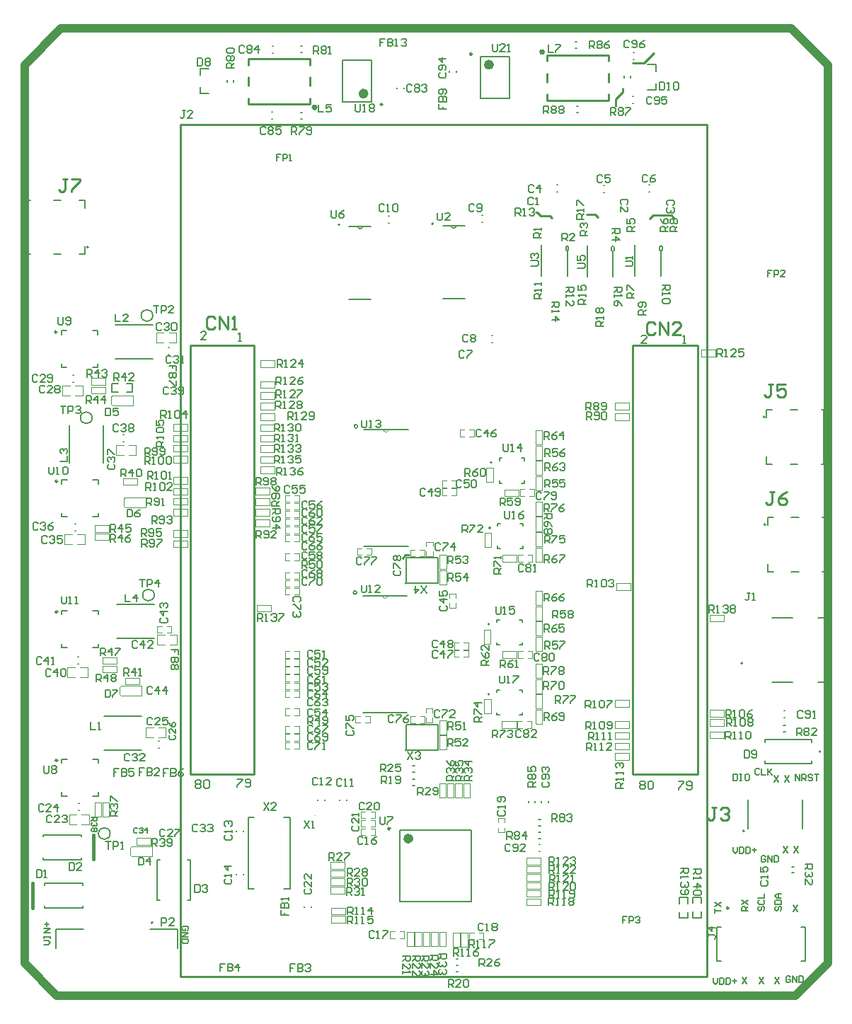
<source format=gto>
G04*
G04 #@! TF.GenerationSoftware,Altium Limited,Altium Designer,20.0.2 (26)*
G04*
G04 Layer_Color=65535*
%FSLAX44Y44*%
%MOMM*%
G71*
G01*
G75*
%ADD10C,0.2000*%
%ADD11C,0.6000*%
%ADD12C,0.2500*%
%ADD13C,0.1270*%
%ADD14C,0.1524*%
%ADD15C,0.0000*%
%ADD16C,0.1000*%
%ADD17C,0.2400*%
%ADD18C,0.3000*%
%ADD19C,0.2540*%
%ADD20C,0.4000*%
%ADD21C,0.1500*%
%ADD22C,1.0000*%
%ADD23C,0.1778*%
%ADD24C,0.1300*%
D10*
X-105480Y-965352D02*
G03*
X-105480Y-965352I-1000J0D01*
G01*
X-813274Y-1074754D02*
G03*
X-813274Y-1074754I-1000J0D01*
G01*
X-13978Y-870204D02*
G03*
X-13978Y-870204I-1000J0D01*
G01*
X-107514Y-764538D02*
G03*
X-107514Y-764538I-1000J0D01*
G01*
X-589550Y-239776D02*
G03*
X-589550Y-239776I-1000J0D01*
G01*
X-410340Y-801884D02*
G03*
X-410340Y-801884I-1000J0D01*
G01*
X-509482Y-668788D02*
G03*
X-509482Y-668788I-1000J0D01*
G01*
X-890332Y-266824D02*
G03*
X-890332Y-266824I-1000J0D01*
G01*
X-407372Y-524570D02*
G03*
X-407372Y-524570I-1000J0D01*
G01*
X-409194Y-602760D02*
G03*
X-409194Y-602760I-1000J0D01*
G01*
X-80936Y-469978D02*
G03*
X-80936Y-469978I-1000J0D01*
G01*
X-79920Y-598606D02*
G03*
X-79920Y-598606I-1000J0D01*
G01*
X-410340Y-718024D02*
G03*
X-410340Y-718024I-1000J0D01*
G01*
X-477536Y-238760D02*
G03*
X-477536Y-238760I-1000J0D01*
G01*
X-509482Y-868432D02*
G03*
X-509482Y-868432I-1000J0D01*
G01*
X-101180Y-962152D02*
Y-927852D01*
X-35980Y-962152D02*
Y-927852D01*
X-517480Y-1049356D02*
X-432480D01*
X-517480Y-964356D02*
X-432480D01*
Y-1049356D02*
Y-964356D01*
X-517480Y-1049356D02*
Y-964356D01*
X-942734Y-1029916D02*
Y-1027416D01*
X-896734Y-1029916D02*
Y-1027416D01*
X-942734Y-1057416D02*
Y-1054916D01*
X-896734Y-1057416D02*
Y-1054916D01*
X-942734Y-1027416D02*
X-896734D01*
X-942734Y-1057416D02*
X-896734D01*
X-922000Y-745646D02*
X-915250D01*
X-884750Y-701646D02*
X-878000D01*
X-884750Y-745646D02*
X-878000D01*
Y-706146D02*
Y-701646D01*
Y-745646D02*
Y-741146D01*
X-922000Y-745646D02*
Y-741146D01*
Y-701646D02*
X-915250D01*
X-922000Y-706146D02*
Y-701646D01*
X-699116Y-1034362D02*
X-692116D01*
X-699116D02*
Y-949362D01*
X-692116D01*
X-656116Y-1034362D02*
X-649116D01*
Y-949362D01*
X-656116D02*
X-649116D01*
X-944766Y-969758D02*
X-898766D01*
X-944766Y-999758D02*
X-898766D01*
X-944766Y-972258D02*
Y-969758D01*
X-898766Y-972258D02*
Y-969758D01*
X-944766Y-999758D02*
Y-997258D01*
X-898766Y-999758D02*
Y-997258D01*
X-808162Y-1048128D02*
Y-1000128D01*
X-768162Y-1048128D02*
Y-1000128D01*
X-808162Y-1048128D02*
X-804662D01*
X-808162Y-1000128D02*
X-804662D01*
X-771662Y-1048128D02*
X-768162D01*
X-771662Y-1000128D02*
X-768162D01*
X-238916Y-384446D02*
X-161446D01*
X-238916Y-897636D02*
X-238916Y-384446D01*
X-161446Y-897636D02*
X-161446Y-384446D01*
X-238916Y-897636D02*
X-161446D01*
X-768506D02*
X-692306D01*
X-692306Y-384446D01*
X-768506Y-897636D02*
X-768506Y-384446D01*
X-692306D01*
X-237990Y-33342D02*
X-236990D01*
X-237990Y-41842D02*
X-236990D01*
X-211186Y-78500D02*
Y-70750D01*
X-221186Y-78500D02*
X-211186D01*
Y-56250D02*
Y-48500D01*
X-221186D02*
X-211186D01*
X-306308Y-105604D02*
X-304308D01*
X-306308Y-98104D02*
X-304308D01*
X-421106Y-88500D02*
X-386106D01*
X-421106Y-38500D02*
X-386106D01*
Y-88500D02*
Y-38500D01*
X-421106Y-88500D02*
Y-38500D01*
X-551206Y-93072D02*
Y-43072D01*
X-586206Y-93072D02*
Y-43072D01*
Y-93072D02*
X-551206D01*
X-586206Y-43072D02*
X-551206D01*
X-249368Y-63992D02*
Y-61992D01*
X-241868Y-63992D02*
Y-61992D01*
X-307578Y-21142D02*
X-305578D01*
X-307578Y-28642D02*
X-305578D01*
X-636508Y-33976D02*
X-634508D01*
X-636508Y-26476D02*
X-634508D01*
X-716848Y-69072D02*
Y-67072D01*
X-724348Y-69072D02*
Y-67072D01*
X-636508Y-112970D02*
X-634508D01*
X-636508Y-105470D02*
X-634508D01*
X-756046Y-82818D02*
X-746046D01*
X-756046D02*
Y-75068D01*
Y-52818D02*
X-746046D01*
X-756046Y-60568D02*
Y-52818D01*
X-239006Y-86428D02*
X-238006D01*
X-239006Y-94928D02*
X-238006D01*
X-458402Y-57142D02*
Y-56142D01*
X-449902Y-57142D02*
Y-56142D01*
X-671060Y-113724D02*
X-670060D01*
X-671060Y-105224D02*
X-670060D01*
X-670298Y-34476D02*
X-669298D01*
X-670298Y-25976D02*
X-669298D01*
X-512386Y-77208D02*
Y-76208D01*
X-520886Y-77208D02*
Y-76208D01*
X-902708Y-756988D02*
X-901708D01*
X-902708Y-765488D02*
X-901708D01*
X-329578Y-200596D02*
X-328578D01*
X-329578Y-192096D02*
X-328578D01*
X-219702Y-200596D02*
X-218702D01*
X-219702Y-192096D02*
X-218702D01*
X-273804Y-201104D02*
X-272804D01*
X-273804Y-192604D02*
X-272804D01*
X-922762Y-371310D02*
Y-366810D01*
X-916012D01*
X-922762Y-410810D02*
Y-406310D01*
X-878762Y-410810D02*
Y-406310D01*
Y-371310D02*
Y-366810D01*
X-885512Y-410810D02*
X-878762D01*
X-885512Y-366810D02*
X-878762D01*
X-922762Y-410810D02*
X-916012D01*
X-922000Y-883756D02*
Y-879256D01*
X-915250D01*
X-922000Y-923256D02*
Y-918756D01*
X-878000Y-923256D02*
Y-918756D01*
Y-883756D02*
Y-879256D01*
X-884750Y-923256D02*
X-878000D01*
X-884750Y-879256D02*
X-878000D01*
X-922000Y-923256D02*
X-915250D01*
X-922000Y-549936D02*
Y-545436D01*
X-915250D01*
X-922000Y-589436D02*
Y-584936D01*
X-878000Y-589436D02*
Y-584936D01*
Y-549936D02*
Y-545436D01*
X-884750Y-589436D02*
X-878000D01*
X-884750Y-545436D02*
X-878000D01*
X-922000Y-589436D02*
X-915250D01*
X-407408Y-380678D02*
X-406408D01*
X-407408Y-372178D02*
X-406408D01*
X-419854Y-228668D02*
X-418854D01*
X-419854Y-237168D02*
X-418854D01*
X-589720Y-929014D02*
Y-928014D01*
X-581220Y-929014D02*
Y-928014D01*
X-902200Y-940748D02*
X-901200D01*
X-902200Y-932248D02*
X-901200D01*
X-806442Y-865818D02*
X-805442D01*
X-806442Y-857318D02*
X-805442D01*
X-909058Y-427922D02*
X-908058D01*
X-909058Y-419422D02*
X-908058D01*
X-794504Y-395410D02*
X-793504D01*
X-794504Y-386910D02*
X-793504D01*
X-906518Y-605976D02*
X-905518D01*
X-906518Y-597476D02*
X-905518D01*
X-848860Y-499296D02*
X-847860D01*
X-848860Y-490796D02*
X-847860D01*
X-531614Y-238184D02*
X-530614D01*
X-531614Y-229684D02*
X-530614D01*
X-449822Y-1140654D02*
X-447822D01*
X-449822Y-1133154D02*
X-447822D01*
X-502144Y-903284D02*
X-500144D01*
X-502144Y-910784D02*
X-500144D01*
X-607636Y-929014D02*
Y-928014D01*
X-616136Y-929014D02*
Y-928014D01*
X-713422Y-966208D02*
Y-965208D01*
X-704922Y-966208D02*
Y-965208D01*
X-449822Y-1125922D02*
X-447822D01*
X-449822Y-1118422D02*
X-447822D01*
X-502144Y-887536D02*
X-500144D01*
X-502144Y-895036D02*
X-500144D01*
X-58404Y-846522D02*
X-56404D01*
X-58404Y-839022D02*
X-56404D01*
X-704922Y-1017770D02*
Y-1016770D01*
X-713422Y-1017770D02*
Y-1016770D01*
X-57904Y-820996D02*
X-56904D01*
X-57904Y-829496D02*
X-56904D01*
X-351522Y-951798D02*
X-349522D01*
X-351522Y-959298D02*
X-349522D01*
X-351522Y-967038D02*
X-349522D01*
X-351522Y-974538D02*
X-349522D01*
X-351022Y-981270D02*
X-350022D01*
X-351022Y-989770D02*
X-350022D01*
X-355660Y-931402D02*
Y-929402D01*
X-363160Y-931402D02*
Y-929402D01*
X-48244Y-1007932D02*
X-46244D01*
X-48244Y-1015432D02*
X-46244D01*
X-348420Y-930902D02*
Y-929902D01*
X-339920Y-930902D02*
Y-929902D01*
X-623130Y-1056886D02*
Y-1055886D01*
X-631630Y-1056886D02*
Y-1055886D01*
X-230886Y-907085D02*
X-229220Y-905419D01*
X-225888D01*
X-224221Y-907085D01*
Y-908752D01*
X-225888Y-910418D01*
X-224221Y-912084D01*
Y-913750D01*
X-225888Y-915416D01*
X-229220D01*
X-230886Y-913750D01*
Y-912084D01*
X-229220Y-910418D01*
X-230886Y-908752D01*
Y-907085D01*
X-229220Y-910418D02*
X-225888D01*
X-220889Y-907085D02*
X-219223Y-905419D01*
X-215891D01*
X-214225Y-907085D01*
Y-913750D01*
X-215891Y-915416D01*
X-219223D01*
X-220889Y-913750D01*
Y-907085D01*
X-222092Y-382016D02*
X-228756D01*
X-222092Y-375351D01*
Y-373685D01*
X-223758Y-372019D01*
X-227090D01*
X-228756Y-373685D01*
X-179226Y-382016D02*
X-175894D01*
X-177560D01*
Y-372019D01*
X-179226Y-373685D01*
X-184404Y-905673D02*
X-177740D01*
Y-907339D01*
X-184404Y-914004D01*
Y-915670D01*
X-174407Y-914004D02*
X-172741Y-915670D01*
X-169409D01*
X-167743Y-914004D01*
Y-907339D01*
X-169409Y-905673D01*
X-172741D01*
X-174407Y-907339D01*
Y-909006D01*
X-172741Y-910672D01*
X-167743D01*
X-712626Y-902879D02*
X-705962D01*
Y-904545D01*
X-712626Y-911210D01*
Y-912876D01*
X-702629Y-911210D02*
X-700963Y-912876D01*
X-697631D01*
X-695965Y-911210D01*
Y-904545D01*
X-697631Y-902879D01*
X-700963D01*
X-702629Y-904545D01*
Y-906211D01*
X-700963Y-907878D01*
X-695965D01*
X-710692Y-378968D02*
X-707360D01*
X-709026D01*
Y-368971D01*
X-710692Y-370637D01*
X-749240Y-377190D02*
X-755904D01*
X-749240Y-370526D01*
Y-368859D01*
X-750906Y-367193D01*
X-754238D01*
X-755904Y-368859D01*
X-762156Y-905815D02*
X-760490Y-904149D01*
X-757158D01*
X-755491Y-905815D01*
Y-907482D01*
X-757158Y-909148D01*
X-755491Y-910814D01*
Y-912480D01*
X-757158Y-914146D01*
X-760490D01*
X-762156Y-912480D01*
Y-910814D01*
X-760490Y-909148D01*
X-762156Y-907482D01*
Y-905815D01*
X-760490Y-909148D02*
X-757158D01*
X-752159Y-905815D02*
X-750493Y-904149D01*
X-747161D01*
X-745495Y-905815D01*
Y-912480D01*
X-747161Y-914146D01*
X-750493D01*
X-752159Y-912480D01*
Y-905815D01*
D11*
X-504480Y-974356D02*
G03*
X-504480Y-974356I-3000J0D01*
G01*
X-408106Y-48500D02*
G03*
X-408106Y-48500I-3000J0D01*
G01*
X-558206Y-83072D02*
G03*
X-558206Y-83072I-3000J0D01*
G01*
D12*
X-529230Y-962356D02*
G03*
X-529230Y-962356I-1250J0D01*
G01*
X-927250Y-703146D02*
G03*
X-927250Y-703146I-1250J0D01*
G01*
X-431356Y-35700D02*
G03*
X-431356Y-35700I-1250J0D01*
G01*
X-538456Y-95872D02*
G03*
X-538456Y-95872I-1250J0D01*
G01*
X-928012Y-368310D02*
G03*
X-928012Y-368310I-1250J0D01*
G01*
X-927250Y-880756D02*
G03*
X-927250Y-880756I-1250J0D01*
G01*
Y-546936D02*
G03*
X-927250Y-546936I-1250J0D01*
G01*
X-698594Y-95780D02*
X-625594D01*
X-698594Y-41780D02*
X-625594D01*
Y-95780D02*
Y-88780D01*
X-698594Y-95780D02*
Y-88780D01*
Y-48780D02*
Y-41780D01*
X-625594Y-48780D02*
Y-41780D01*
Y-73780D02*
Y-63780D01*
X-698594Y-73780D02*
Y-63780D01*
X-268304Y-69004D02*
Y-59004D01*
X-341304Y-69004D02*
Y-59004D01*
Y-91004D02*
Y-84004D01*
X-268304Y-91004D02*
Y-84004D01*
Y-44004D02*
Y-37004D01*
X-341304Y-44004D02*
Y-37004D01*
Y-91004D02*
X-268304D01*
X-341304Y-37004D02*
X-268304D01*
D13*
X-811408Y-683006D02*
G03*
X-811408Y-683006I-6980J0D01*
G01*
X-885830Y-470916D02*
G03*
X-885830Y-470916I-6980J0D01*
G01*
X-864240Y-968248D02*
G03*
X-864240Y-968248I-6980J0D01*
G01*
X-813186Y-348488D02*
G03*
X-813186Y-348488I-6980J0D01*
G01*
X-929274Y-1105754D02*
Y-1082554D01*
X-896274D01*
X-816274D02*
X-783274D01*
Y-1105754D02*
Y-1082554D01*
X-929274Y-1160554D02*
X-783274D01*
X-24578Y-859204D02*
Y-855454D01*
X-80578D02*
X-24578D01*
X-80578Y-859204D02*
Y-855454D01*
Y-884954D02*
Y-881204D01*
Y-884954D02*
X-24578D01*
Y-881204D01*
X-72514Y-787038D02*
X-47514D01*
X-72514Y-710038D02*
X-47514D01*
X-17514D02*
X-3014D01*
Y-787038D02*
Y-710038D01*
X-17514Y-787038D02*
X-3014D01*
X-10014Y-789538D02*
Y-707538D01*
X-262630Y-301964D02*
Y-276964D01*
X-293630Y-301964D02*
Y-264964D01*
X-262630Y-276964D02*
Y-271964D01*
X-264130Y-270464D02*
X-262630Y-271964D01*
X-264130Y-270464D02*
Y-266964D01*
X-262630Y-265464D01*
X-261130Y-266964D01*
Y-270464D02*
Y-266964D01*
X-262630Y-271964D02*
X-261130Y-270464D01*
X-401590Y-799384D02*
Y-796384D01*
Y-826384D02*
Y-823384D01*
X-371590Y-799384D02*
Y-796384D01*
Y-826384D02*
Y-823384D01*
X-401590Y-796384D02*
X-398590D01*
X-401590Y-826384D02*
X-398590D01*
X-374590Y-796384D02*
X-371590D01*
X-374590Y-826384D02*
X-371590D01*
X-471932Y-668528D02*
Y-638048D01*
X-510032Y-668528D02*
X-471932D01*
X-510032Y-638048D02*
X-471932D01*
X-510032Y-668528D02*
Y-638048D01*
X-138266Y-1080448D02*
X-133466D01*
X-138266Y-1120448D02*
Y-1080448D01*
Y-1120448D02*
X-133466D01*
X-37466Y-1080448D02*
X-32666D01*
Y-1120448D02*
Y-1080448D01*
X-37466Y-1120448D02*
X-32666D01*
X-894582Y-275324D02*
Y-265824D01*
X-901332Y-275324D02*
X-894582D01*
Y-219824D02*
Y-210324D01*
X-901332D02*
X-894582D01*
X-931832Y-275324D02*
X-922832D01*
X-931832Y-210324D02*
X-922832D01*
X-962582Y-275324D02*
X-959832D01*
X-962582Y-210324D02*
X-959832D01*
X-962582Y-275324D02*
Y-210324D01*
X-371622Y-549070D02*
X-368622D01*
X-371622Y-519070D02*
X-368622D01*
X-398622Y-549070D02*
X-395622D01*
X-398622Y-519070D02*
X-395622D01*
X-368622Y-549070D02*
Y-546070D01*
Y-522070D02*
Y-519070D01*
X-398622Y-549070D02*
Y-546070D01*
Y-522070D02*
Y-519070D01*
X-373444Y-627260D02*
X-370444D01*
X-373444Y-597260D02*
X-370444D01*
X-400444Y-627260D02*
X-397444D01*
X-400444Y-597260D02*
X-397444D01*
X-370444Y-627260D02*
Y-624260D01*
Y-600260D02*
Y-597260D01*
X-400444Y-627260D02*
Y-624260D01*
Y-600260D02*
Y-597260D01*
X-78686Y-470978D02*
Y-461478D01*
X-71936D01*
X-78686Y-526478D02*
Y-516978D01*
Y-526478D02*
X-71936D01*
X-50436Y-461478D02*
X-41436D01*
X-50436Y-526478D02*
X-41436D01*
X-13436Y-461478D02*
X-10686D01*
X-13436Y-526478D02*
X-10686D01*
Y-461478D01*
X-77670Y-599606D02*
Y-590106D01*
X-70920D01*
X-77670Y-655106D02*
Y-645606D01*
Y-655106D02*
X-70920D01*
X-49420Y-590106D02*
X-40420D01*
X-49420Y-655106D02*
X-40420D01*
X-12420Y-590106D02*
X-9670D01*
X-12420Y-655106D02*
X-9670D01*
Y-590106D01*
X-374590Y-742524D02*
X-371590D01*
X-374590Y-712524D02*
X-371590D01*
X-401590Y-742524D02*
X-398590D01*
X-401590Y-712524D02*
X-398590D01*
X-371590Y-742524D02*
Y-739524D01*
Y-715524D02*
Y-712524D01*
X-401590Y-742524D02*
Y-739524D01*
Y-715524D02*
Y-712524D01*
X-510032Y-868172D02*
Y-837692D01*
X-471932D01*
X-510032Y-868172D02*
X-471932D01*
Y-837692D01*
X-317240Y-301456D02*
Y-276456D01*
X-348240Y-301456D02*
Y-264456D01*
X-317240Y-276456D02*
Y-271456D01*
X-318740Y-269956D02*
X-317240Y-271456D01*
X-318740Y-269956D02*
Y-266456D01*
X-317240Y-264956D01*
X-315740Y-266456D01*
Y-269956D02*
Y-266456D01*
X-317240Y-271456D02*
X-315740Y-269956D01*
X-205226Y-301456D02*
Y-276456D01*
X-236226Y-301456D02*
Y-264456D01*
X-205226Y-276456D02*
Y-271456D01*
X-206726Y-269956D02*
X-205226Y-271456D01*
X-206726Y-269956D02*
Y-266456D01*
X-205226Y-264956D01*
X-203726Y-266456D01*
Y-269956D02*
Y-266456D01*
X-205226Y-271456D02*
X-203726Y-269956D01*
D14*
X-568198Y-241808D02*
G03*
X-562102Y-241808I3048J0D01*
G01*
X-568198Y-481076D02*
G03*
X-572262Y-481076I-2032J0D01*
G01*
D02*
G03*
X-568198Y-481076I2032J0D01*
G01*
X-573278Y-679958D02*
G03*
X-569214Y-679958I2032J0D01*
G01*
D02*
G03*
X-573278Y-679958I-2032J0D01*
G01*
X-456184Y-240792D02*
G03*
X-450088Y-240792I3048J0D01*
G01*
X-856488Y-693928D02*
X-811784D01*
X-856488Y-734568D02*
X-811784D01*
X-578358Y-241808D02*
X-568198D01*
X-562102D01*
X-551942D01*
X-578358Y-329184D02*
X-551942D01*
X-560578Y-484886D02*
X-537210D01*
X-531114D01*
X-507746D01*
X-560578Y-625094D02*
X-507746D01*
X-561594Y-823976D02*
X-508762D01*
X-532130Y-683768D02*
X-508762D01*
X-538226D02*
X-532130D01*
X-561594D02*
X-538226D01*
X-466344Y-328168D02*
X-439928D01*
X-450088Y-240792D02*
X-439928D01*
X-456184D02*
X-450088D01*
X-466344D02*
X-456184D01*
X-871220Y-868680D02*
X-826516D01*
X-871220Y-828040D02*
X-826516D01*
X-857756Y-400304D02*
X-813052D01*
X-857756Y-359664D02*
X-813052D01*
X-912622Y-524510D02*
Y-479806D01*
X-871982Y-524510D02*
Y-479806D01*
D15*
X-537210Y-484886D02*
G03*
X-531114Y-484886I3048J0D01*
G01*
X-569976Y-479044D02*
G03*
X-569976Y-483108I-249J-2032D01*
G01*
X-570992Y-677926D02*
G03*
X-570992Y-681990I-249J-2032D01*
G01*
X-538226Y-683768D02*
G03*
X-532130Y-683768I3048J0D01*
G01*
D16*
X-618678Y-946588D02*
G03*
X-618678Y-946588I-500J0D01*
G01*
X-808036Y-730600D02*
X-799036D01*
X-808036Y-742600D02*
X-799036D01*
X-808036D02*
Y-730600D01*
X-784036Y-742600D02*
Y-730600D01*
X-793036D02*
X-784036D01*
X-793036Y-742600D02*
X-784036D01*
X-376800Y-833946D02*
X-371300D01*
X-376800Y-841946D02*
X-371300D01*
X-376800D02*
Y-833946D01*
X-359800Y-841946D02*
Y-833946D01*
X-365300D02*
X-359800D01*
X-365300Y-841946D02*
X-359800D01*
X-827024Y-803402D02*
X-826770Y-803148D01*
X-851154Y-803402D02*
X-827024D01*
X-852678Y-801878D02*
X-851154Y-803402D01*
X-852678Y-801878D02*
Y-792988D01*
X-851408Y-791718D01*
X-826770D01*
Y-803148D02*
Y-791718D01*
X-147180Y-706692D02*
X-130180D01*
Y-714692D02*
Y-706692D01*
X-147180Y-714692D02*
Y-706692D01*
Y-714692D02*
X-130180D01*
X-365878Y-997522D02*
X-348878D01*
Y-1005522D02*
Y-997522D01*
X-365878Y-1005522D02*
Y-997522D01*
Y-1005522D02*
X-348878D01*
X-365878Y-1007174D02*
X-348878D01*
Y-1015174D02*
Y-1007174D01*
X-365878Y-1015174D02*
Y-1007174D01*
Y-1015174D02*
X-348878D01*
X-365878Y-1016826D02*
X-348878D01*
Y-1024826D02*
Y-1016826D01*
X-365878Y-1024826D02*
Y-1016826D01*
Y-1024826D02*
X-348878D01*
X-365878Y-1026478D02*
X-348878D01*
Y-1034478D02*
Y-1026478D01*
X-365878Y-1034478D02*
Y-1026478D01*
Y-1034478D02*
X-348878D01*
X-365878Y-1036130D02*
X-348878D01*
Y-1044130D02*
Y-1036130D01*
X-365878Y-1044130D02*
Y-1036130D01*
Y-1044130D02*
X-348878D01*
X-365878Y-1046036D02*
X-348878D01*
Y-1054036D02*
Y-1046036D01*
X-365878Y-1054036D02*
Y-1046036D01*
Y-1054036D02*
X-348878D01*
X-436436Y-1103748D02*
Y-1086748D01*
X-444436Y-1103748D02*
X-436436D01*
X-444436Y-1086748D02*
X-436436D01*
X-444436Y-1103748D02*
Y-1086748D01*
X-446088Y-1103748D02*
Y-1086748D01*
X-454088Y-1103748D02*
X-446088D01*
X-454088Y-1086748D02*
X-446088D01*
X-454088Y-1103748D02*
Y-1086748D01*
X-599558Y-1074864D02*
X-582558D01*
X-599558D02*
Y-1066864D01*
X-582558Y-1074864D02*
Y-1066864D01*
X-599558D02*
X-582558D01*
X-599558Y-1064958D02*
X-582558D01*
X-599558D02*
Y-1056958D01*
X-582558Y-1064958D02*
Y-1056958D01*
X-599558D02*
X-582558D01*
X-460946Y-925186D02*
Y-908186D01*
X-452946D01*
X-460946Y-925186D02*
X-452946D01*
Y-908186D01*
X-451294Y-925186D02*
Y-908186D01*
X-443294D01*
X-451294Y-925186D02*
X-443294D01*
Y-908186D01*
X-441642Y-925186D02*
Y-908186D01*
X-433642D01*
X-441642Y-925186D02*
X-433642D01*
Y-908186D01*
X-462598Y-1103414D02*
Y-1086414D01*
X-470598Y-1103414D02*
X-462598D01*
X-470598Y-1086414D02*
X-462598D01*
X-470598Y-1103414D02*
Y-1086414D01*
X-600320Y-1040066D02*
X-583320D01*
X-600320D02*
Y-1032066D01*
X-583320Y-1040066D02*
Y-1032066D01*
X-600320D02*
X-583320D01*
X-600320Y-1029906D02*
X-583320D01*
X-600320D02*
Y-1021906D01*
X-583320Y-1029906D02*
Y-1021906D01*
X-600320D02*
X-583320D01*
X-462598Y-925186D02*
Y-908186D01*
X-470598Y-925186D02*
X-462598D01*
X-470598Y-908186D02*
X-462598D01*
X-470598Y-925186D02*
Y-908186D01*
X-600320Y-1020254D02*
X-583320D01*
X-600320D02*
Y-1012254D01*
X-583320Y-1020254D02*
Y-1012254D01*
X-600320D02*
X-583320D01*
X-600320Y-1010602D02*
X-583320D01*
X-600320D02*
Y-1002602D01*
X-583320Y-1010602D02*
Y-1002602D01*
X-600320D02*
X-583320D01*
X-480250Y-1103494D02*
Y-1086494D01*
X-472250D01*
X-480250Y-1103494D02*
X-472250D01*
Y-1086494D01*
X-489902Y-1103494D02*
Y-1086494D01*
X-481902D01*
X-489902Y-1103494D02*
X-481902D01*
Y-1086494D01*
X-499554Y-1103414D02*
Y-1086414D01*
X-491554D01*
X-499554Y-1103414D02*
X-491554D01*
Y-1086414D01*
X-508952Y-1103494D02*
Y-1086494D01*
X-500952D01*
X-508952Y-1103494D02*
X-500952D01*
Y-1086494D01*
X-564252Y-952310D02*
X-558752D01*
X-564252Y-960310D02*
X-558752D01*
X-564252D02*
Y-952310D01*
X-547252Y-960310D02*
Y-952310D01*
X-552752D02*
X-547252D01*
X-552752Y-960310D02*
X-547252D01*
X-564252Y-941896D02*
X-558752D01*
X-564252Y-949896D02*
X-558752D01*
X-564252D02*
Y-941896D01*
X-547252Y-949896D02*
Y-941896D01*
X-552752D02*
X-547252D01*
X-552752Y-949896D02*
X-547252D01*
X-399986Y-966842D02*
Y-961342D01*
X-391986Y-966842D02*
Y-961342D01*
X-399986Y-966842D02*
X-391986D01*
X-399986Y-949842D02*
X-391986D01*
X-399986Y-955342D02*
Y-949842D01*
X-391986Y-955342D02*
Y-949842D01*
X-434458Y-1086930D02*
X-428958D01*
X-434458Y-1094930D02*
X-428958D01*
X-434458D02*
Y-1086930D01*
X-417458Y-1094930D02*
Y-1086930D01*
X-422958D02*
X-417458D01*
X-422958Y-1094930D02*
X-417458D01*
X-529454Y-1085660D02*
X-523954D01*
X-529454Y-1093660D02*
X-523954D01*
X-529454D02*
Y-1085660D01*
X-512454Y-1093660D02*
Y-1085660D01*
X-517954D02*
X-512454D01*
X-517954Y-1093660D02*
X-512454D01*
X-564252Y-962216D02*
X-558752D01*
X-564252Y-970216D02*
X-558752D01*
X-564252D02*
Y-962216D01*
X-547252Y-970216D02*
Y-962216D01*
X-552752D02*
X-547252D01*
X-552752Y-970216D02*
X-547252D01*
X-493570Y-636714D02*
X-488070D01*
X-493570Y-628714D02*
X-488070D01*
Y-636714D02*
Y-628714D01*
X-505070Y-636714D02*
Y-628714D01*
Y-636714D02*
X-499570D01*
X-505070Y-628714D02*
X-499570D01*
X-493316Y-836104D02*
X-487816D01*
X-493316Y-828104D02*
X-487816D01*
Y-836104D02*
Y-828104D01*
X-504816Y-836104D02*
Y-828104D01*
Y-836104D02*
X-499316D01*
X-504816Y-828104D02*
X-499316D01*
X-462090Y-670344D02*
Y-653344D01*
X-470090Y-670344D02*
X-462090D01*
X-470090Y-653344D02*
X-462090D01*
X-470090Y-670344D02*
Y-653344D01*
Y-651882D02*
Y-634882D01*
X-462090D01*
X-470090Y-651882D02*
X-462090D01*
Y-634882D01*
Y-868036D02*
Y-851036D01*
X-470090Y-868036D02*
X-462090D01*
X-470090Y-851036D02*
X-462090D01*
X-470090Y-868036D02*
Y-851036D01*
Y-850002D02*
Y-833002D01*
X-462090D01*
X-470090Y-850002D02*
X-462090D01*
Y-833002D01*
X-688458Y-703008D02*
X-671458D01*
X-688458D02*
Y-695008D01*
X-671458Y-703008D02*
Y-695008D01*
X-688458D02*
X-671458D01*
X-684650Y-537400D02*
X-667650D01*
X-684650D02*
Y-529400D01*
X-667650Y-537400D02*
Y-529400D01*
X-684650D02*
X-667650D01*
X-684650Y-525208D02*
X-667650D01*
X-684650D02*
Y-517208D01*
X-667650Y-525208D02*
Y-517208D01*
X-684650D02*
X-667650D01*
X-684650Y-512000D02*
X-667650D01*
X-684650D02*
Y-504000D01*
X-667650Y-512000D02*
Y-504000D01*
X-684650D02*
X-667650D01*
X-684650Y-499554D02*
X-667650D01*
X-684650D02*
Y-491554D01*
X-667650Y-499554D02*
Y-491554D01*
X-684650D02*
X-667650D01*
X-684650Y-487108D02*
X-667650D01*
X-684650D02*
Y-479108D01*
X-667650Y-487108D02*
Y-479108D01*
X-684650D02*
X-667650D01*
X-684650Y-473900D02*
X-667650D01*
X-684650D02*
Y-465900D01*
X-667650Y-473900D02*
Y-465900D01*
X-684650D02*
X-667650D01*
X-684650Y-461200D02*
X-667650D01*
X-684650D02*
Y-453200D01*
X-667650Y-461200D02*
Y-453200D01*
X-684650D02*
X-667650D01*
X-684650Y-448500D02*
X-667650D01*
X-684650D02*
Y-440500D01*
X-667650Y-448500D02*
Y-440500D01*
X-684650D02*
X-667650D01*
X-684650Y-435292D02*
X-667650D01*
X-684650D02*
Y-427292D01*
X-667650Y-435292D02*
Y-427292D01*
X-684650D02*
X-667650D01*
X-157344Y-397700D02*
X-140344D01*
X-157344D02*
Y-389700D01*
X-140344Y-397700D02*
Y-389700D01*
X-157344D02*
X-140344D01*
X-684650Y-410146D02*
X-667650D01*
X-684650D02*
Y-402146D01*
X-667650Y-410146D02*
Y-402146D01*
X-684650D02*
X-667650D01*
X-260470Y-880300D02*
X-243470D01*
X-260470D02*
Y-872300D01*
X-243470Y-880300D02*
Y-872300D01*
X-260470D02*
X-243470D01*
X-260470Y-867854D02*
X-243470D01*
X-260470D02*
Y-859854D01*
X-243470Y-867854D02*
Y-859854D01*
X-260470D02*
X-243470D01*
X-260470Y-855154D02*
X-243470D01*
X-260470D02*
Y-847154D01*
X-243470Y-855154D02*
Y-847154D01*
X-260470D02*
X-243470D01*
X-147180Y-854138D02*
X-130180D01*
X-147180D02*
Y-846138D01*
X-130180Y-854138D02*
Y-846138D01*
X-147180D02*
X-130180D01*
X-260470Y-842200D02*
X-243470D01*
X-260470D02*
Y-834200D01*
X-243470Y-842200D02*
Y-834200D01*
X-260470D02*
X-243470D01*
X-146930Y-839406D02*
X-129930D01*
X-146930D02*
Y-831406D01*
X-129930Y-839406D02*
Y-831406D01*
X-146930D02*
X-129930D01*
X-260470Y-816800D02*
X-243470D01*
X-260470D02*
Y-808800D01*
X-243470Y-816800D02*
Y-808800D01*
X-260470D02*
X-243470D01*
X-146930Y-828484D02*
X-129930D01*
X-146930D02*
Y-820484D01*
X-129930Y-828484D02*
Y-820484D01*
X-146930D02*
X-129930D01*
X-788788Y-499554D02*
X-771788D01*
X-788788D02*
Y-491554D01*
X-771788Y-499554D02*
Y-491554D01*
X-788788D02*
X-771788D01*
X-788788Y-486346D02*
X-771788D01*
X-788788D02*
Y-478346D01*
X-771788Y-486346D02*
Y-478346D01*
X-788788D02*
X-771788D01*
X-258944Y-677100D02*
X-241944D01*
X-258944D02*
Y-669100D01*
X-241944Y-677100D02*
Y-669100D01*
X-258944D02*
X-241944D01*
X-788784Y-563054D02*
X-771784D01*
X-788784D02*
Y-555054D01*
X-771784Y-563054D02*
Y-555054D01*
X-788784D02*
X-771784D01*
X-788784Y-550100D02*
X-771784D01*
X-788784D02*
Y-542100D01*
X-771784Y-550100D02*
Y-542100D01*
X-788784D02*
X-771784D01*
X-788784Y-524446D02*
X-771784D01*
X-788784D02*
Y-516446D01*
X-771784Y-524446D02*
Y-516446D01*
X-788784D02*
X-771784D01*
X-788784Y-511492D02*
X-771784D01*
X-788784D02*
Y-503492D01*
X-771784Y-511492D02*
Y-503492D01*
X-788784D02*
X-771784D01*
X-690236Y-562546D02*
X-673236D01*
X-690236D02*
Y-554546D01*
X-673236Y-562546D02*
Y-554546D01*
X-690236D02*
X-673236D01*
X-788868Y-625792D02*
X-771868D01*
X-788868D02*
Y-617792D01*
X-771868Y-625792D02*
Y-617792D01*
X-788868D02*
X-771868D01*
X-690236Y-575246D02*
X-673236D01*
X-690236D02*
Y-567246D01*
X-673236Y-575246D02*
Y-567246D01*
X-690236D02*
X-673236D01*
X-788868Y-613346D02*
X-771868D01*
X-788868D02*
Y-605346D01*
X-771868Y-613346D02*
Y-605346D01*
X-788868D02*
X-771868D01*
X-690156Y-587946D02*
X-673156D01*
X-690156D02*
Y-579946D01*
X-673156Y-587946D02*
Y-579946D01*
X-690156D02*
X-673156D01*
X-788868Y-587946D02*
X-771868D01*
X-788868D02*
Y-579946D01*
X-771868Y-587946D02*
Y-579946D01*
X-788868D02*
X-771868D01*
X-690316Y-600646D02*
X-673316D01*
X-690316D02*
Y-592646D01*
X-673316Y-600646D02*
Y-592646D01*
X-690316D02*
X-673316D01*
X-788788Y-574992D02*
X-771788D01*
X-788788D02*
Y-566992D01*
X-771788Y-574992D02*
Y-566992D01*
X-788788D02*
X-771788D01*
X-260470Y-473646D02*
X-243470D01*
X-260470D02*
Y-465646D01*
X-243470Y-473646D02*
Y-465646D01*
X-260470D02*
X-243470D01*
X-260470Y-460946D02*
X-243470D01*
X-260470D02*
Y-452946D01*
X-243470Y-460946D02*
Y-452946D01*
X-260470D02*
X-243470D01*
X-364742Y-643184D02*
X-359242D01*
X-364742Y-635184D02*
X-359242D01*
Y-643184D02*
Y-635184D01*
X-376242Y-643184D02*
Y-635184D01*
Y-643184D02*
X-370742D01*
X-376242Y-635184D02*
X-370742D01*
X-364538Y-758126D02*
X-359038D01*
X-364538Y-750126D02*
X-359038D01*
Y-758126D02*
Y-750126D01*
X-376038Y-758126D02*
Y-750126D01*
Y-758126D02*
X-370538D01*
X-376038Y-750126D02*
X-370538D01*
X-362296Y-564444D02*
X-356796D01*
X-362296Y-556444D02*
X-356796D01*
Y-564444D02*
Y-556444D01*
X-373796Y-564444D02*
Y-556444D01*
Y-564444D02*
X-368296D01*
X-373796Y-556444D02*
X-368296D01*
X-557324Y-634936D02*
X-551824D01*
X-557324Y-626936D02*
X-551824D01*
Y-634936D02*
Y-626936D01*
X-568824Y-634936D02*
Y-626936D01*
Y-634936D02*
X-563324D01*
X-568824Y-626936D02*
X-563324D01*
X-559102Y-835850D02*
X-553602D01*
X-559102Y-827850D02*
X-553602D01*
Y-835850D02*
Y-827850D01*
X-570602Y-835850D02*
Y-827850D01*
Y-835850D02*
X-565102D01*
X-570602Y-827850D02*
X-565102D01*
X-486092Y-636388D02*
Y-630888D01*
X-478092Y-636388D02*
Y-630888D01*
X-486092Y-636388D02*
X-478092D01*
X-486092Y-619388D02*
X-478092D01*
X-486092Y-624888D02*
Y-619388D01*
X-478092Y-624888D02*
Y-619388D01*
X-643688Y-682434D02*
X-638188D01*
X-643688Y-674434D02*
X-638188D01*
Y-682434D02*
Y-674434D01*
X-655188Y-682434D02*
Y-674434D01*
Y-682434D02*
X-649688D01*
X-655188Y-674434D02*
X-649688D01*
X-486346Y-835524D02*
Y-830024D01*
X-478346Y-835524D02*
Y-830024D01*
X-486346Y-835524D02*
X-478346D01*
X-486346Y-818524D02*
X-478346D01*
X-486346Y-824024D02*
Y-818524D01*
X-478346Y-824024D02*
Y-818524D01*
X-643434Y-866838D02*
X-637934D01*
X-643434Y-858838D02*
X-637934D01*
Y-866838D02*
Y-858838D01*
X-654934Y-866838D02*
Y-858838D01*
Y-866838D02*
X-649434D01*
X-654934Y-858838D02*
X-649434D01*
X-643688Y-673036D02*
X-638188D01*
X-643688Y-665036D02*
X-638188D01*
Y-673036D02*
Y-665036D01*
X-655188Y-673036D02*
Y-665036D01*
Y-673036D02*
X-649688D01*
X-655188Y-665036D02*
X-649688D01*
X-643434Y-857254D02*
X-637934D01*
X-643434Y-849254D02*
X-637934D01*
Y-857254D02*
Y-849254D01*
X-654934Y-857254D02*
Y-849254D01*
Y-857254D02*
X-649434D01*
X-654934Y-849254D02*
X-649434D01*
X-643688Y-663638D02*
X-638188D01*
X-643688Y-655638D02*
X-638188D01*
Y-663638D02*
Y-655638D01*
X-655188Y-663638D02*
Y-655638D01*
Y-663638D02*
X-649688D01*
X-655188Y-655638D02*
X-649688D01*
X-643434Y-848042D02*
X-637934D01*
X-643434Y-840042D02*
X-637934D01*
Y-848042D02*
Y-840042D01*
X-654934Y-848042D02*
Y-840042D01*
Y-848042D02*
X-649434D01*
X-654934Y-840042D02*
X-649434D01*
X-655188Y-610934D02*
X-649688D01*
X-655188Y-618934D02*
X-649688D01*
X-655188D02*
Y-610934D01*
X-638188Y-618934D02*
Y-610934D01*
X-643688D02*
X-638188D01*
X-643688Y-618934D02*
X-638188D01*
X-643434Y-805116D02*
X-637934D01*
X-643434Y-797116D02*
X-637934D01*
Y-805116D02*
Y-797116D01*
X-654934Y-805116D02*
Y-797116D01*
Y-805116D02*
X-649434D01*
X-654934Y-797116D02*
X-649434D01*
X-643688Y-599630D02*
X-638188D01*
X-643688Y-591630D02*
X-638188D01*
Y-599630D02*
Y-591630D01*
X-655188Y-599630D02*
Y-591630D01*
Y-599630D02*
X-649688D01*
X-655188Y-591630D02*
X-649688D01*
X-643434Y-786320D02*
X-637934D01*
X-643434Y-778320D02*
X-637934D01*
Y-786320D02*
Y-778320D01*
X-654934Y-786320D02*
Y-778320D01*
Y-786320D02*
X-649434D01*
X-654934Y-778320D02*
X-649434D01*
X-643688Y-590232D02*
X-638188D01*
X-643688Y-582232D02*
X-638188D01*
Y-590232D02*
Y-582232D01*
X-655188Y-590232D02*
Y-582232D01*
Y-590232D02*
X-649688D01*
X-655188Y-582232D02*
X-649688D01*
X-643434Y-776922D02*
X-637934D01*
X-643434Y-768922D02*
X-637934D01*
Y-776922D02*
Y-768922D01*
X-654934Y-776922D02*
Y-768922D01*
Y-776922D02*
X-649434D01*
X-654934Y-768922D02*
X-649434D01*
X-655188Y-633540D02*
X-649688D01*
X-655188Y-641540D02*
X-649688D01*
X-655188D02*
Y-633540D01*
X-638188Y-641540D02*
Y-633540D01*
X-643688D02*
X-638188D01*
X-643688Y-641540D02*
X-638188D01*
X-655188Y-601282D02*
X-649688D01*
X-655188Y-609282D02*
X-649688D01*
X-655188D02*
Y-601282D01*
X-638188Y-609282D02*
Y-601282D01*
X-643688D02*
X-638188D01*
X-643688Y-609282D02*
X-638188D01*
X-655188Y-572834D02*
X-649688D01*
X-655188Y-580834D02*
X-649688D01*
X-655188D02*
Y-572834D01*
X-638188Y-580834D02*
Y-572834D01*
X-643688D02*
X-638188D01*
X-643688Y-580834D02*
X-638188D01*
X-655188Y-563436D02*
X-649688D01*
X-655188Y-571436D02*
X-649688D01*
X-655188D02*
Y-563436D01*
X-638188Y-571436D02*
Y-563436D01*
X-643688D02*
X-638188D01*
X-643688Y-571436D02*
X-638188D01*
X-654934Y-818706D02*
X-649434D01*
X-654934Y-826706D02*
X-649434D01*
X-654934D02*
Y-818706D01*
X-637934Y-826706D02*
Y-818706D01*
X-643434D02*
X-637934D01*
X-643434Y-826706D02*
X-637934D01*
X-654934Y-787718D02*
X-649434D01*
X-654934Y-795718D02*
X-649434D01*
X-654934D02*
Y-787718D01*
X-637934Y-795718D02*
Y-787718D01*
X-643434D02*
X-637934D01*
X-643434Y-795718D02*
X-637934D01*
X-654934Y-759524D02*
X-649434D01*
X-654934Y-767524D02*
X-649434D01*
X-654934D02*
Y-759524D01*
X-637934Y-767524D02*
Y-759524D01*
X-643434D02*
X-637934D01*
X-643434Y-767524D02*
X-637934D01*
X-654934Y-750126D02*
X-649434D01*
X-654934Y-758126D02*
X-649434D01*
X-654934D02*
Y-750126D01*
X-637934Y-758126D02*
Y-750126D01*
X-643434D02*
X-637934D01*
X-643434Y-758126D02*
X-637934D01*
X-455521Y-554204D02*
X-450021D01*
X-455521Y-546204D02*
X-450021D01*
Y-554204D02*
Y-546204D01*
X-467021Y-554204D02*
Y-546204D01*
Y-554204D02*
X-461521D01*
X-467021Y-546204D02*
X-461521D01*
X-455521Y-563602D02*
X-450021D01*
X-455521Y-555602D02*
X-450021D01*
Y-563602D02*
Y-555602D01*
X-467021Y-563602D02*
Y-555602D01*
Y-563602D02*
X-461521D01*
X-467021Y-555602D02*
X-461521D01*
X-441246Y-748220D02*
X-435746D01*
X-441246Y-740220D02*
X-435746D01*
Y-748220D02*
Y-740220D01*
X-452746Y-748220D02*
Y-740220D01*
Y-748220D02*
X-447246D01*
X-452746Y-740220D02*
X-447246D01*
X-441246Y-757110D02*
X-435746D01*
X-441246Y-749110D02*
X-435746D01*
Y-757110D02*
Y-749110D01*
X-452746Y-757110D02*
Y-749110D01*
Y-757110D02*
X-447246D01*
X-452746Y-749110D02*
X-447246D01*
X-434388Y-493204D02*
X-428888D01*
X-434388Y-485204D02*
X-428888D01*
Y-493204D02*
Y-485204D01*
X-445888Y-493204D02*
Y-485204D01*
Y-493204D02*
X-440388D01*
X-445888Y-485204D02*
X-440388D01*
X-450406Y-686864D02*
Y-681364D01*
X-458406Y-686864D02*
Y-681364D01*
X-450406D01*
X-458406Y-698364D02*
X-450406D01*
Y-692864D01*
X-458406Y-698364D02*
Y-692864D01*
X-355282Y-782612D02*
Y-765612D01*
X-347282D01*
X-355282Y-782612D02*
X-347282D01*
Y-765612D01*
X-355282Y-819014D02*
Y-802014D01*
X-347282D01*
X-355282Y-819014D02*
X-347282D01*
Y-802014D01*
X-355282Y-588248D02*
Y-571248D01*
X-347282D01*
X-355282Y-588248D02*
X-347282D01*
Y-571248D01*
X-355282Y-624824D02*
Y-607824D01*
X-347282D01*
X-355282Y-624824D02*
X-347282D01*
Y-607824D01*
X-416750Y-824856D02*
Y-807856D01*
X-408750D01*
X-416750Y-824856D02*
X-408750D01*
Y-807856D01*
X-395342Y-841946D02*
X-378342D01*
X-395342D02*
Y-833946D01*
X-378342Y-841946D02*
Y-833946D01*
X-395342D02*
X-378342D01*
X-416366Y-625586D02*
Y-608586D01*
X-408366D01*
X-416366Y-625586D02*
X-408366D01*
Y-608586D01*
X-394704Y-643184D02*
X-377704D01*
X-394704D02*
Y-635184D01*
X-377704Y-643184D02*
Y-635184D01*
X-394704D02*
X-377704D01*
X-347282Y-800726D02*
Y-783726D01*
X-355282Y-800726D02*
X-347282D01*
X-355282Y-783726D02*
X-347282D01*
X-355282Y-800726D02*
Y-783726D01*
X-347282Y-837302D02*
Y-820302D01*
X-355282Y-837302D02*
X-347282D01*
X-355282Y-820302D02*
X-347282D01*
X-355282Y-837302D02*
Y-820302D01*
X-347282Y-606536D02*
Y-589536D01*
X-355282Y-606536D02*
X-347282D01*
X-355282Y-589536D02*
X-347282D01*
X-355282Y-606536D02*
Y-589536D01*
X-347282Y-643620D02*
Y-626620D01*
X-355282Y-643620D02*
X-347282D01*
X-355282Y-626620D02*
X-347282D01*
X-355282Y-643620D02*
Y-626620D01*
Y-695316D02*
Y-678316D01*
X-347282D01*
X-355282Y-695316D02*
X-347282D01*
Y-678316D01*
X-355282Y-731638D02*
Y-714638D01*
X-347282D01*
X-355282Y-731638D02*
X-347282D01*
Y-714638D01*
X-355282Y-502904D02*
Y-485904D01*
X-347282D01*
X-355282Y-502904D02*
X-347282D01*
Y-485904D01*
X-355282Y-539480D02*
Y-522480D01*
X-347282D01*
X-355282Y-539480D02*
X-347282D01*
Y-522480D01*
X-417258Y-741290D02*
Y-724290D01*
X-409258D01*
X-417258Y-741290D02*
X-409258D01*
Y-724290D01*
X-395088Y-758126D02*
X-378088D01*
X-395088D02*
Y-750126D01*
X-378088Y-758126D02*
Y-750126D01*
X-395088D02*
X-378088D01*
X-413956Y-547662D02*
Y-530662D01*
X-405956D01*
X-413956Y-547662D02*
X-405956D01*
Y-530662D01*
X-392214Y-564578D02*
X-375214D01*
X-392214D02*
Y-556578D01*
X-375214Y-564578D02*
Y-556578D01*
X-392214D02*
X-375214D01*
X-347282Y-713524D02*
Y-696524D01*
X-355282Y-713524D02*
X-347282D01*
X-355282Y-696524D02*
X-347282D01*
X-355282Y-713524D02*
Y-696524D01*
X-347282Y-749926D02*
Y-732926D01*
X-355282Y-749926D02*
X-347282D01*
X-355282Y-732926D02*
X-347282D01*
X-355282Y-749926D02*
Y-732926D01*
X-347282Y-521192D02*
Y-504192D01*
X-355282Y-521192D02*
X-347282D01*
X-355282Y-504192D02*
X-347282D01*
X-355282Y-521192D02*
Y-504192D01*
X-347282Y-557768D02*
Y-540768D01*
X-355282Y-557768D02*
X-347282D01*
X-355282Y-540768D02*
X-347282D01*
X-355282Y-557768D02*
Y-540768D01*
X-794052Y-380904D02*
X-785052D01*
X-794052Y-368904D02*
X-785052D01*
Y-380904D02*
Y-368904D01*
X-809052Y-380904D02*
Y-368904D01*
Y-380904D02*
X-800052D01*
X-809052Y-368904D02*
X-800052D01*
X-796338Y-728408D02*
X-790838D01*
X-796338Y-720408D02*
X-790838D01*
Y-728408D02*
Y-720408D01*
X-807838Y-728408D02*
Y-720408D01*
Y-728408D02*
X-802338D01*
X-807838Y-720408D02*
X-802338D01*
X-873366Y-775398D02*
X-856366D01*
X-873366D02*
Y-767398D01*
X-856366Y-775398D02*
Y-767398D01*
X-873366D02*
X-856366D01*
X-848478Y-551370D02*
X-831478D01*
X-848478D02*
Y-543370D01*
X-831478Y-551370D02*
Y-543370D01*
X-848478D02*
X-831478D01*
X-821944Y-577850D02*
Y-566420D01*
X-846582D02*
X-821944D01*
X-847852Y-567690D02*
X-846582Y-566420D01*
X-847852Y-576580D02*
Y-567690D01*
Y-576580D02*
X-846328Y-578104D01*
X-822198D01*
X-821944Y-577850D01*
X-842058Y-515524D02*
X-833058D01*
X-842058Y-503524D02*
X-833058D01*
Y-515524D02*
Y-503524D01*
X-857058Y-515524D02*
Y-503524D01*
Y-515524D02*
X-848058D01*
X-857058Y-503524D02*
X-848058D01*
X-846192Y-781876D02*
X-829192D01*
Y-789876D02*
Y-781876D01*
X-846192Y-789876D02*
Y-781876D01*
Y-789876D02*
X-829192D01*
X-806498Y-853598D02*
X-797498D01*
X-806498Y-841598D02*
X-797498D01*
Y-853598D02*
Y-841598D01*
X-821498Y-853598D02*
Y-841598D01*
Y-853598D02*
X-812498D01*
X-821498Y-841598D02*
X-812498D01*
X-836930Y-455676D02*
Y-444246D01*
X-861568D02*
X-836930D01*
X-862838Y-445516D02*
X-861568Y-444246D01*
X-862838Y-454406D02*
Y-445516D01*
Y-454406D02*
X-861314Y-455930D01*
X-837184D01*
X-836930Y-455676D01*
X-814324Y-995426D02*
X-814070Y-995172D01*
X-838454Y-995426D02*
X-814324D01*
X-839978Y-993902D02*
X-838454Y-995426D01*
X-839978Y-993902D02*
Y-985012D01*
X-838708Y-983742D01*
X-814070D01*
Y-995172D02*
Y-983742D01*
X-832476Y-981900D02*
X-815476D01*
X-832476D02*
Y-973900D01*
X-815476Y-981900D02*
Y-973900D01*
X-832476D02*
X-815476D01*
X-873366Y-765238D02*
X-856366D01*
X-873366D02*
Y-757238D01*
X-856366Y-765238D02*
Y-757238D01*
X-873366D02*
X-856366D01*
X-915224Y-769716D02*
X-906224D01*
X-915224Y-781716D02*
X-906224D01*
X-915224D02*
Y-769716D01*
X-891224Y-781716D02*
Y-769716D01*
X-900224D02*
X-891224D01*
X-900224Y-781716D02*
X-891224D01*
X-882764Y-607504D02*
X-865764D01*
X-882764D02*
Y-599504D01*
X-865764Y-607504D02*
Y-599504D01*
X-882764D02*
X-865764D01*
X-882764Y-609410D02*
X-865764D01*
Y-617410D02*
Y-609410D01*
X-882764Y-617410D02*
Y-609410D01*
Y-617410D02*
X-865764D01*
X-918780Y-610204D02*
X-909780D01*
X-918780Y-622204D02*
X-909780D01*
X-918780D02*
Y-610204D01*
X-894780Y-622204D02*
Y-610204D01*
X-903780D02*
X-894780D01*
X-903780Y-622204D02*
X-894780D01*
X-887082Y-433896D02*
X-870082D01*
Y-441896D02*
Y-433896D01*
X-887082Y-441896D02*
Y-433896D01*
Y-441896D02*
X-870082D01*
X-887082Y-431482D02*
X-870082D01*
X-887082D02*
Y-423482D01*
X-870082Y-431482D02*
Y-423482D01*
X-887082D02*
X-870082D01*
X-921320Y-432150D02*
X-912320D01*
X-921320Y-444150D02*
X-912320D01*
X-921320D02*
Y-432150D01*
X-897320Y-444150D02*
Y-432150D01*
X-906320D02*
X-897320D01*
X-906320Y-444150D02*
X-897320D01*
X-873442Y-947796D02*
Y-930796D01*
X-865442D01*
X-873442Y-947796D02*
X-865442D01*
Y-930796D01*
X-913446Y-945484D02*
X-904446D01*
X-913446Y-957484D02*
X-904446D01*
X-913446D02*
Y-945484D01*
X-889446Y-957484D02*
Y-945484D01*
X-898446D02*
X-889446D01*
X-898446Y-957484D02*
X-889446D01*
X-874840Y-947796D02*
Y-930796D01*
X-882840Y-947796D02*
X-874840D01*
X-882840Y-930796D02*
X-874840D01*
X-882840Y-947796D02*
Y-930796D01*
D17*
X-124266Y-1057448D02*
G03*
X-124266Y-1057448I-1200J0D01*
G01*
D18*
X-617790Y-99514D02*
G03*
X-617790Y-99514I-1832J0D01*
G01*
X-345444Y-33270D02*
G03*
X-345444Y-33270I-1832J0D01*
G01*
D19*
X-259334Y-98044D02*
Y-89662D01*
X-250952Y-81280D01*
Y-76962D01*
X-192786Y-228854D02*
X-189992Y-231648D01*
X-193802Y-228854D02*
X-192786D01*
X-194818D02*
X-193802D01*
X-214630D02*
X-194818D01*
X-218694Y-232918D02*
X-214630Y-228854D01*
X-294132Y-227584D02*
X-283718D01*
X-280162Y-231140D01*
X-355346Y-225298D02*
X-353060D01*
X-349250Y-229108D01*
X-338328D01*
X-335788Y-231648D01*
X-514604Y-639318D02*
X-511302Y-636016D01*
Y-634492D01*
X-506222D01*
X-780406Y-1139796D02*
Y-119796D01*
Y-1139796D02*
X-150406D01*
X-780406Y-119796D02*
X-150406D01*
Y-1139796D02*
Y-119796D01*
X-692306Y-897636D02*
Y-384446D01*
X-768506Y-897636D02*
X-692306D01*
X-768506D02*
Y-384446D01*
X-692306D01*
X-238916Y-384446D02*
X-161446D01*
Y-897636D02*
Y-384446D01*
X-238916Y-897636D02*
X-161446D01*
X-238916D02*
Y-384446D01*
X-225806Y-46482D02*
X-213868Y-34544D01*
X-238760Y-46482D02*
X-225806D01*
X-138941Y-937519D02*
X-144020D01*
X-141481D01*
Y-950215D01*
X-144020Y-952754D01*
X-146559D01*
X-149098Y-950215D01*
X-133863Y-940058D02*
X-131324Y-937519D01*
X-126245D01*
X-123706Y-940058D01*
Y-942597D01*
X-126245Y-945136D01*
X-128785D01*
X-126245D01*
X-123706Y-947676D01*
Y-950215D01*
X-126245Y-952754D01*
X-131324D01*
X-133863Y-950215D01*
X-738635Y-351794D02*
X-741174Y-349255D01*
X-746253D01*
X-748792Y-351794D01*
Y-361951D01*
X-746253Y-364490D01*
X-741174D01*
X-738635Y-361951D01*
X-733557Y-364490D02*
Y-349255D01*
X-723400Y-364490D01*
Y-349255D01*
X-718322Y-364490D02*
X-713243D01*
X-715783D01*
Y-349255D01*
X-718322Y-351794D01*
X-211839Y-358906D02*
X-214379Y-356367D01*
X-219457D01*
X-221996Y-358906D01*
Y-369063D01*
X-219457Y-371602D01*
X-214379D01*
X-211839Y-369063D01*
X-206761Y-371602D02*
Y-356367D01*
X-196604Y-371602D01*
Y-356367D01*
X-181369Y-371602D02*
X-191526D01*
X-181369Y-361445D01*
Y-358906D01*
X-183908Y-356367D01*
X-188987D01*
X-191526Y-358906D01*
X-915927Y-185171D02*
X-921006D01*
X-918466D01*
Y-197867D01*
X-921006Y-200406D01*
X-923545D01*
X-926084Y-197867D01*
X-910849Y-185171D02*
X-900692D01*
Y-187710D01*
X-910849Y-197867D01*
Y-200406D01*
X-70107Y-559525D02*
X-75186D01*
X-72646D01*
Y-572221D01*
X-75186Y-574760D01*
X-77725D01*
X-80264Y-572221D01*
X-54872Y-559525D02*
X-59951Y-562064D01*
X-65029Y-567142D01*
Y-572221D01*
X-62490Y-574760D01*
X-57411D01*
X-54872Y-572221D01*
Y-569682D01*
X-57411Y-567142D01*
X-65029D01*
X-71317Y-430781D02*
X-76396D01*
X-73857D01*
Y-443477D01*
X-76396Y-446016D01*
X-78935D01*
X-81474Y-443477D01*
X-56082Y-430781D02*
X-66239D01*
Y-438399D01*
X-61161Y-435859D01*
X-58621D01*
X-56082Y-438399D01*
Y-443477D01*
X-58621Y-446016D01*
X-63700D01*
X-66239Y-443477D01*
D20*
X-957234Y-1057016D02*
Y-1027816D01*
X-884266Y-999358D02*
Y-970158D01*
D21*
X-157226Y-1051814D02*
Y-1044702D01*
X-167386D02*
X-157226D01*
X-167386Y-1051814D02*
Y-1044702D01*
X-157226Y-1069086D02*
Y-1061974D01*
X-167386Y-1069086D02*
X-157226D01*
X-167386D02*
Y-1061974D01*
X-844550Y-440436D02*
X-837438D01*
Y-430276D01*
X-844550D02*
X-837438D01*
X-861822Y-440436D02*
X-854710D01*
X-861822D02*
Y-430276D01*
X-854710D01*
X-183388Y-1069340D02*
Y-1062228D01*
Y-1069340D02*
X-173228D01*
Y-1062228D01*
X-183388Y-1052068D02*
Y-1044956D01*
X-173228D01*
Y-1052068D02*
Y-1044956D01*
D22*
X-5334Y-49022D02*
X-5334Y-1123188D01*
X-923036Y-5334D02*
X-49022Y-5334D01*
X-5334Y-49022D01*
X-44196Y-1162050D02*
X-5334Y-1123188D01*
X-928116Y-1162050D02*
X-44196D01*
X-966724Y-1123442D02*
X-928116Y-1162050D01*
X-966724Y-49022D02*
X-966724Y-1123442D01*
X-966724Y-49022D02*
X-923036Y-5334D01*
D23*
X-245620Y-1067819D02*
X-250698D01*
Y-1071627D01*
X-248159D01*
X-250698D01*
Y-1075436D01*
X-243081D02*
Y-1067819D01*
X-239272D01*
X-238002Y-1069088D01*
Y-1071627D01*
X-239272Y-1072897D01*
X-243081D01*
X-235463Y-1069088D02*
X-234193Y-1067819D01*
X-231654D01*
X-230385Y-1069088D01*
Y-1070358D01*
X-231654Y-1071627D01*
X-232924D01*
X-231654D01*
X-230385Y-1072897D01*
Y-1074166D01*
X-231654Y-1075436D01*
X-234193D01*
X-235463Y-1074166D01*
X-71884Y-294389D02*
X-76962D01*
Y-298197D01*
X-74423D01*
X-76962D01*
Y-302006D01*
X-69345D02*
Y-294389D01*
X-65536D01*
X-64266Y-295658D01*
Y-298197D01*
X-65536Y-299467D01*
X-69345D01*
X-56649Y-302006D02*
X-61727D01*
X-56649Y-296928D01*
Y-295658D01*
X-57918Y-294389D01*
X-60457D01*
X-61727Y-295658D01*
X-660148Y-155450D02*
X-665226D01*
Y-159259D01*
X-662687D01*
X-665226D01*
Y-163068D01*
X-657608D02*
Y-155450D01*
X-653800D01*
X-652530Y-156720D01*
Y-159259D01*
X-653800Y-160529D01*
X-657608D01*
X-649991Y-163068D02*
X-647452D01*
X-648721D01*
Y-155450D01*
X-649991Y-156720D01*
X-771654Y-1084070D02*
X-770385Y-1082801D01*
Y-1080262D01*
X-771654Y-1078992D01*
X-776732D01*
X-778002Y-1080262D01*
Y-1082801D01*
X-776732Y-1084070D01*
X-774193D01*
Y-1081531D01*
X-778002Y-1086609D02*
X-770385D01*
X-778002Y-1091688D01*
X-770385D01*
Y-1094227D02*
X-778002D01*
Y-1098036D01*
X-776732Y-1099305D01*
X-771654D01*
X-770385Y-1098036D01*
Y-1094227D01*
X-943861Y-1101090D02*
X-938783D01*
X-936244Y-1098551D01*
X-938783Y-1096012D01*
X-943861D01*
Y-1093473D02*
Y-1090933D01*
Y-1092203D01*
X-936244D01*
Y-1093473D01*
Y-1090933D01*
Y-1087124D02*
X-943861D01*
X-936244Y-1082046D01*
X-943861D01*
X-940053Y-1079507D02*
Y-1074429D01*
X-942592Y-1076968D02*
X-937514D01*
X-69088Y-1140209D02*
X-64010Y-1147826D01*
Y-1140209D02*
X-69088Y-1147826D01*
X-87884Y-1140716D02*
X-82806Y-1148334D01*
Y-1140716D02*
X-87884Y-1148334D01*
X-108204Y-1140716D02*
X-103126Y-1148334D01*
Y-1140716D02*
X-108204Y-1148334D01*
X-46736Y-1053595D02*
X-41658Y-1061212D01*
Y-1053595D02*
X-46736Y-1061212D01*
X-45720Y-983491D02*
X-40642Y-991108D01*
Y-983491D02*
X-45720Y-991108D01*
X-58928Y-983745D02*
X-53850Y-991362D01*
Y-983745D02*
X-58928Y-991362D01*
X-119126Y-984507D02*
Y-989585D01*
X-116587Y-992124D01*
X-114048Y-989585D01*
Y-984507D01*
X-111509D02*
Y-992124D01*
X-107700D01*
X-106430Y-990854D01*
Y-985776D01*
X-107700Y-984507D01*
X-111509D01*
X-103891D02*
Y-992124D01*
X-100082D01*
X-98813Y-990854D01*
Y-985776D01*
X-100082Y-984507D01*
X-103891D01*
X-96273Y-988315D02*
X-91195D01*
X-93734Y-985776D02*
Y-990854D01*
X-80012Y-996190D02*
X-81281Y-994921D01*
X-83820D01*
X-85090Y-996190D01*
Y-1001268D01*
X-83820Y-1002538D01*
X-81281D01*
X-80012Y-1001268D01*
Y-998729D01*
X-82551D01*
X-77473Y-1002538D02*
Y-994921D01*
X-72394Y-1002538D01*
Y-994921D01*
X-69855D02*
Y-1002538D01*
X-66046D01*
X-64777Y-1001268D01*
Y-996190D01*
X-66046Y-994921D01*
X-69855D01*
X-70104Y-898654D02*
X-65026Y-906272D01*
Y-898654D02*
X-70104Y-906272D01*
X-57150Y-898654D02*
X-52072Y-906272D01*
Y-898654D02*
X-57150Y-906272D01*
X-43942Y-905002D02*
Y-897384D01*
X-38864Y-905002D01*
Y-897384D01*
X-36325Y-905002D02*
Y-897384D01*
X-32516D01*
X-31246Y-898654D01*
Y-901193D01*
X-32516Y-902463D01*
X-36325D01*
X-33785D02*
X-31246Y-905002D01*
X-23629Y-898654D02*
X-24898Y-897384D01*
X-27437D01*
X-28707Y-898654D01*
Y-899924D01*
X-27437Y-901193D01*
X-24898D01*
X-23629Y-902463D01*
Y-903732D01*
X-24898Y-905002D01*
X-27437D01*
X-28707Y-903732D01*
X-21089Y-897384D02*
X-16011D01*
X-18550D01*
Y-905002D01*
X-87378Y-891796D02*
X-88647Y-890527D01*
X-91186D01*
X-92456Y-891796D01*
Y-896874D01*
X-91186Y-898144D01*
X-88647D01*
X-87378Y-896874D01*
X-84838Y-890527D02*
Y-898144D01*
X-79760D01*
X-77221Y-890527D02*
Y-898144D01*
Y-895605D01*
X-72143Y-890527D01*
X-75951Y-894335D01*
X-72143Y-898144D01*
X-118618Y-897131D02*
Y-904748D01*
X-114809D01*
X-113540Y-903478D01*
Y-898400D01*
X-114809Y-897131D01*
X-118618D01*
X-111000D02*
X-108461D01*
X-109731D01*
Y-904748D01*
X-111000D01*
X-108461D01*
X-100844Y-897131D02*
X-103383D01*
X-104653Y-898400D01*
Y-903478D01*
X-103383Y-904748D01*
X-100844D01*
X-99574Y-903478D01*
Y-898400D01*
X-100844Y-897131D01*
X-50294Y-1139954D02*
X-51563Y-1138684D01*
X-54102D01*
X-55372Y-1139954D01*
Y-1145032D01*
X-54102Y-1146302D01*
X-51563D01*
X-50294Y-1145032D01*
Y-1142493D01*
X-52833D01*
X-47755Y-1146302D02*
Y-1138684D01*
X-42676Y-1146302D01*
Y-1138684D01*
X-40137D02*
Y-1146302D01*
X-36328D01*
X-35059Y-1145032D01*
Y-1139954D01*
X-36328Y-1138684D01*
X-40137D01*
X-142748Y-1140971D02*
Y-1146049D01*
X-140209Y-1148588D01*
X-137670Y-1146049D01*
Y-1140971D01*
X-135131D02*
Y-1148588D01*
X-131322D01*
X-130052Y-1147318D01*
Y-1142240D01*
X-131322Y-1140971D01*
X-135131D01*
X-127513D02*
Y-1148588D01*
X-123704D01*
X-122435Y-1147318D01*
Y-1142240D01*
X-123704Y-1140971D01*
X-127513D01*
X-119895Y-1144779D02*
X-114817D01*
X-117356Y-1142240D02*
Y-1147318D01*
X-67562Y-1055372D02*
X-68832Y-1056641D01*
Y-1059180D01*
X-67562Y-1060450D01*
X-66292D01*
X-65023Y-1059180D01*
Y-1056641D01*
X-63753Y-1055372D01*
X-62484D01*
X-61214Y-1056641D01*
Y-1059180D01*
X-62484Y-1060450D01*
X-68832Y-1052832D02*
X-61214D01*
Y-1049024D01*
X-62484Y-1047754D01*
X-67562D01*
X-68832Y-1049024D01*
Y-1052832D01*
X-61214Y-1045215D02*
X-66292D01*
X-68832Y-1042676D01*
X-66292Y-1040137D01*
X-61214D01*
X-65023D01*
Y-1045215D01*
X-87628Y-1055372D02*
X-88897Y-1056641D01*
Y-1059180D01*
X-87628Y-1060450D01*
X-86358D01*
X-85089Y-1059180D01*
Y-1056641D01*
X-83819Y-1055372D01*
X-82550D01*
X-81280Y-1056641D01*
Y-1059180D01*
X-82550Y-1060450D01*
X-87628Y-1047754D02*
X-88897Y-1049024D01*
Y-1051563D01*
X-87628Y-1052832D01*
X-82550D01*
X-81280Y-1051563D01*
Y-1049024D01*
X-82550Y-1047754D01*
X-88897Y-1045215D02*
X-81280D01*
Y-1040137D01*
X-101092Y-1060958D02*
X-108709D01*
Y-1057149D01*
X-107440Y-1055880D01*
X-104901D01*
X-103631Y-1057149D01*
Y-1060958D01*
Y-1058419D02*
X-101092Y-1055880D01*
X-108709Y-1053341D02*
X-101092Y-1048262D01*
X-108709D02*
X-101092Y-1053341D01*
X-141222Y-1063244D02*
Y-1058166D01*
Y-1060705D01*
X-133604D01*
X-141222Y-1055627D02*
X-133604Y-1050548D01*
X-141222D02*
X-133604Y-1055627D01*
D24*
X-541528Y-948075D02*
Y-955573D01*
X-540028Y-957072D01*
X-537029D01*
X-535530Y-955573D01*
Y-948075D01*
X-532531D02*
X-526533D01*
Y-949574D01*
X-532531Y-955573D01*
Y-957072D01*
X-952246Y-1011575D02*
Y-1020572D01*
X-947747D01*
X-946248Y-1019072D01*
Y-1013074D01*
X-947747Y-1011575D01*
X-952246D01*
X-943249Y-1020572D02*
X-940250D01*
X-941749D01*
Y-1011575D01*
X-943249Y-1013074D01*
X-440534Y-391790D02*
X-442034Y-390291D01*
X-445033D01*
X-446532Y-391790D01*
Y-397789D01*
X-445033Y-399288D01*
X-442034D01*
X-440534Y-397789D01*
X-437535Y-390291D02*
X-431537D01*
Y-391790D01*
X-437535Y-397789D01*
Y-399288D01*
X-84714Y-1024734D02*
X-86213Y-1026234D01*
Y-1029232D01*
X-84714Y-1030732D01*
X-78716D01*
X-77216Y-1029232D01*
Y-1026234D01*
X-78716Y-1024734D01*
X-77216Y-1021735D02*
Y-1018736D01*
Y-1020235D01*
X-86213D01*
X-84714Y-1021735D01*
X-86213Y-1008239D02*
Y-1014237D01*
X-81714D01*
X-83214Y-1011238D01*
Y-1009739D01*
X-81714Y-1008239D01*
X-78716D01*
X-77216Y-1009739D01*
Y-1012738D01*
X-78716Y-1014237D01*
X-831440Y-739008D02*
X-832940Y-737509D01*
X-835938D01*
X-837438Y-739008D01*
Y-745006D01*
X-835938Y-746506D01*
X-832940D01*
X-831440Y-745006D01*
X-823942Y-746506D02*
Y-737509D01*
X-828441Y-742008D01*
X-822443D01*
X-813446Y-746506D02*
X-819444D01*
X-813446Y-740508D01*
Y-739008D01*
X-814945Y-737509D01*
X-817944D01*
X-819444Y-739008D01*
X-813660Y-794126D02*
X-815160Y-792627D01*
X-818158D01*
X-819658Y-794126D01*
Y-800125D01*
X-818158Y-801624D01*
X-815160D01*
X-813660Y-800125D01*
X-806162Y-801624D02*
Y-792627D01*
X-810661Y-797125D01*
X-804663D01*
X-797165Y-801624D02*
Y-792627D01*
X-801664Y-797125D01*
X-795666D01*
X-628626Y-621152D02*
X-630126Y-619653D01*
X-633125D01*
X-634624Y-621152D01*
Y-627150D01*
X-633125Y-628650D01*
X-630126D01*
X-628626Y-627150D01*
X-619629Y-619653D02*
X-622628Y-621152D01*
X-625627Y-624151D01*
Y-627150D01*
X-624128Y-628650D01*
X-621128D01*
X-619629Y-627150D01*
Y-625651D01*
X-621128Y-624151D01*
X-625627D01*
X-610632Y-619653D02*
X-613631Y-621152D01*
X-616630Y-624151D01*
Y-627150D01*
X-615130Y-628650D01*
X-612131D01*
X-610632Y-627150D01*
Y-625651D01*
X-612131Y-624151D01*
X-616630D01*
X-372462Y-845688D02*
X-373961Y-844189D01*
X-376960D01*
X-378460Y-845688D01*
Y-851686D01*
X-376960Y-853186D01*
X-373961D01*
X-372462Y-851686D01*
X-369463Y-845688D02*
X-367963Y-844189D01*
X-364964D01*
X-363465Y-845688D01*
Y-847188D01*
X-364964Y-848688D01*
X-363465Y-850187D01*
Y-851686D01*
X-364964Y-853186D01*
X-367963D01*
X-369463Y-851686D01*
Y-850187D01*
X-367963Y-848688D01*
X-369463Y-847188D01*
Y-845688D01*
X-367963Y-848688D02*
X-364964D01*
X-354468Y-853186D02*
X-360466D01*
X-354468Y-847188D01*
Y-845688D01*
X-355967Y-844189D01*
X-358966D01*
X-360466Y-845688D01*
X-870204Y-796183D02*
Y-805180D01*
X-865705D01*
X-864206Y-803680D01*
Y-797682D01*
X-865705Y-796183D01*
X-870204D01*
X-861207D02*
X-855209D01*
Y-797682D01*
X-861207Y-803680D01*
Y-805180D01*
X-105664Y-868827D02*
Y-877824D01*
X-101166D01*
X-99666Y-876324D01*
Y-870326D01*
X-101166Y-868827D01*
X-105664D01*
X-96667Y-876324D02*
X-95167Y-877824D01*
X-92168D01*
X-90669Y-876324D01*
Y-870326D01*
X-92168Y-868827D01*
X-95167D01*
X-96667Y-870326D01*
Y-871826D01*
X-95167Y-873326D01*
X-90669D01*
X-782467Y-754282D02*
Y-748284D01*
X-786965D01*
Y-751283D01*
Y-748284D01*
X-791464D01*
X-782467Y-757281D02*
X-791464D01*
Y-761780D01*
X-789965Y-763279D01*
X-788465D01*
X-786965Y-761780D01*
Y-757281D01*
Y-761780D01*
X-785466Y-763279D01*
X-783966D01*
X-782467Y-761780D01*
Y-757281D01*
X-783966Y-766278D02*
X-782467Y-767778D01*
Y-770777D01*
X-783966Y-772276D01*
X-785466D01*
X-786965Y-770777D01*
X-788465Y-772276D01*
X-789965D01*
X-791464Y-770777D01*
Y-767778D01*
X-789965Y-766278D01*
X-788465D01*
X-786965Y-767778D01*
X-785466Y-766278D01*
X-783966D01*
X-786965Y-767778D02*
Y-770777D01*
X-98650Y-680359D02*
X-101649D01*
X-100149D01*
Y-687857D01*
X-101649Y-689356D01*
X-103148D01*
X-104648Y-687857D01*
X-95651Y-689356D02*
X-92652D01*
X-94151D01*
Y-680359D01*
X-95651Y-681858D01*
X-846070Y-682137D02*
Y-691134D01*
X-840072D01*
X-832574D02*
Y-682137D01*
X-837073Y-686636D01*
X-831075D01*
X-802894Y-1078484D02*
Y-1069487D01*
X-798395D01*
X-796896Y-1070986D01*
Y-1073986D01*
X-798395Y-1075485D01*
X-802894D01*
X-787899Y-1078484D02*
X-793897D01*
X-787899Y-1072486D01*
Y-1070986D01*
X-789398Y-1069487D01*
X-792397D01*
X-793897Y-1070986D01*
X-274066Y-361696D02*
X-283063D01*
Y-357197D01*
X-281564Y-355698D01*
X-278564D01*
X-277065Y-357197D01*
Y-361696D01*
Y-358697D02*
X-274066Y-355698D01*
Y-352699D02*
Y-349700D01*
Y-351199D01*
X-283063D01*
X-281564Y-352699D01*
Y-345201D02*
X-283063Y-343702D01*
Y-340703D01*
X-281564Y-339203D01*
X-280064D01*
X-278564Y-340703D01*
X-277065Y-339203D01*
X-275565D01*
X-274066Y-340703D01*
Y-343702D01*
X-275565Y-345201D01*
X-277065D01*
X-278564Y-343702D01*
X-280064Y-345201D01*
X-281564D01*
X-278564Y-343702D02*
Y-340703D01*
X-634624Y-651002D02*
Y-642005D01*
X-630126D01*
X-628626Y-643504D01*
Y-646504D01*
X-630126Y-648003D01*
X-634624D01*
X-631625D02*
X-628626Y-651002D01*
X-619629Y-642005D02*
X-625627D01*
Y-646504D01*
X-622628Y-645004D01*
X-621128D01*
X-619629Y-646504D01*
Y-649502D01*
X-621128Y-651002D01*
X-624128D01*
X-625627Y-649502D01*
X-616630Y-643504D02*
X-615130Y-642005D01*
X-612131D01*
X-610632Y-643504D01*
Y-649502D01*
X-612131Y-651002D01*
X-615130D01*
X-616630Y-649502D01*
Y-643504D01*
X-828802Y-664103D02*
X-822804D01*
X-825803D01*
Y-673100D01*
X-819805D02*
Y-664103D01*
X-815306D01*
X-813807Y-665602D01*
Y-668602D01*
X-815306Y-670101D01*
X-819805D01*
X-806309Y-673100D02*
Y-664103D01*
X-810808Y-668602D01*
X-804810D01*
X-305161Y-291846D02*
X-297663D01*
X-296164Y-290347D01*
Y-287348D01*
X-297663Y-285848D01*
X-305161D01*
Y-276851D02*
Y-282849D01*
X-300662D01*
X-302162Y-279850D01*
Y-278350D01*
X-300662Y-276851D01*
X-297663D01*
X-296164Y-278350D01*
Y-281349D01*
X-297663Y-282849D01*
X-599440Y-222505D02*
Y-230002D01*
X-597940Y-231502D01*
X-594941D01*
X-593442Y-230002D01*
Y-222505D01*
X-584445D02*
X-587444Y-224004D01*
X-590443Y-227003D01*
Y-230002D01*
X-588943Y-231502D01*
X-585944D01*
X-584445Y-230002D01*
Y-228503D01*
X-585944Y-227003D01*
X-590443D01*
X-922528Y-684423D02*
Y-691920D01*
X-921029Y-693420D01*
X-918029D01*
X-916530Y-691920D01*
Y-684423D01*
X-913531Y-693420D02*
X-910532D01*
X-912031D01*
Y-684423D01*
X-913531Y-685922D01*
X-906033Y-693420D02*
X-903034D01*
X-904534D01*
Y-684423D01*
X-906033Y-685922D01*
X-563114Y-473603D02*
Y-481101D01*
X-561614Y-482600D01*
X-558615D01*
X-557116Y-481101D01*
Y-473603D01*
X-554117Y-482600D02*
X-551118D01*
X-552617D01*
Y-473603D01*
X-554117Y-475102D01*
X-546619D02*
X-545120Y-473603D01*
X-542121D01*
X-540621Y-475102D01*
Y-476602D01*
X-542121Y-478102D01*
X-543620D01*
X-542121D01*
X-540621Y-479601D01*
Y-481101D01*
X-542121Y-482600D01*
X-545120D01*
X-546619Y-481101D01*
X-398272Y-779419D02*
Y-786917D01*
X-396772Y-788416D01*
X-393773D01*
X-392274Y-786917D01*
Y-779419D01*
X-389275Y-788416D02*
X-386276D01*
X-387775D01*
Y-779419D01*
X-389275Y-780918D01*
X-381777Y-779419D02*
X-375779D01*
Y-780918D01*
X-381777Y-786917D01*
Y-788416D01*
X-631952Y-952901D02*
X-625954Y-961898D01*
Y-952901D02*
X-631952Y-961898D01*
X-622955D02*
X-619956D01*
X-621455D01*
Y-952901D01*
X-622955Y-954400D01*
X-680466Y-931565D02*
X-674468Y-940562D01*
Y-931565D02*
X-680466Y-940562D01*
X-665471D02*
X-671469D01*
X-665471Y-934564D01*
Y-933064D01*
X-666970Y-931565D01*
X-669969D01*
X-671469Y-933064D01*
X-485836Y-680953D02*
X-491834Y-671956D01*
Y-680953D02*
X-485836Y-671956D01*
X-499332D02*
Y-680953D01*
X-494833Y-676455D01*
X-500831D01*
X-913384Y-1003447D02*
Y-1012444D01*
X-908885D01*
X-907386Y-1010945D01*
Y-1004946D01*
X-908885Y-1003447D01*
X-913384D01*
X-898389Y-1012444D02*
X-904387D01*
X-898389Y-1006446D01*
Y-1004946D01*
X-899888Y-1003447D01*
X-902887D01*
X-904387Y-1004946D01*
X-762762Y-1029355D02*
Y-1038352D01*
X-758263D01*
X-756764Y-1036852D01*
Y-1030854D01*
X-758263Y-1029355D01*
X-762762D01*
X-753765Y-1030854D02*
X-752265Y-1029355D01*
X-749266D01*
X-747767Y-1030854D01*
Y-1032354D01*
X-749266Y-1033854D01*
X-750766D01*
X-749266D01*
X-747767Y-1035353D01*
Y-1036852D01*
X-749266Y-1038352D01*
X-752265D01*
X-753765Y-1036852D01*
X-147574Y-704088D02*
Y-695091D01*
X-143076D01*
X-141576Y-696590D01*
Y-699589D01*
X-143076Y-701089D01*
X-147574D01*
X-144575D02*
X-141576Y-704088D01*
X-138577D02*
X-135578D01*
X-137077D01*
Y-695091D01*
X-138577Y-696590D01*
X-131079D02*
X-129580Y-695091D01*
X-126581D01*
X-125081Y-696590D01*
Y-698090D01*
X-126581Y-699589D01*
X-128080D01*
X-126581D01*
X-125081Y-701089D01*
Y-702589D01*
X-126581Y-704088D01*
X-129580D01*
X-131079Y-702589D01*
X-122082Y-696590D02*
X-120583Y-695091D01*
X-117584D01*
X-116084Y-696590D01*
Y-698090D01*
X-117584Y-699589D01*
X-116084Y-701089D01*
Y-702589D01*
X-117584Y-704088D01*
X-120583D01*
X-122082Y-702589D01*
Y-701089D01*
X-120583Y-699589D01*
X-122082Y-698090D01*
Y-696590D01*
X-120583Y-699589D02*
X-117584D01*
X-774446Y-103125D02*
X-777445D01*
X-775946D01*
Y-110623D01*
X-777445Y-112122D01*
X-778944D01*
X-780444Y-110623D01*
X-765449Y-112122D02*
X-771447D01*
X-765449Y-106124D01*
Y-104624D01*
X-766948Y-103125D01*
X-769947D01*
X-771447Y-104624D01*
X-166370Y-1010920D02*
X-157373D01*
Y-1015418D01*
X-158872Y-1016918D01*
X-161871D01*
X-163371Y-1015418D01*
Y-1010920D01*
Y-1013919D02*
X-166370Y-1016918D01*
Y-1019917D02*
Y-1022916D01*
Y-1021417D01*
X-157373D01*
X-158872Y-1019917D01*
X-166370Y-1031913D02*
X-157373D01*
X-161871Y-1027415D01*
Y-1033413D01*
X-158872Y-1036412D02*
X-157373Y-1037911D01*
Y-1040910D01*
X-158872Y-1042410D01*
X-164870D01*
X-166370Y-1040910D01*
Y-1037911D01*
X-164870Y-1036412D01*
X-158872D01*
X-148697Y-1088234D02*
Y-1091233D01*
Y-1089734D01*
X-141200D01*
X-139700Y-1091233D01*
Y-1092732D01*
X-141200Y-1094232D01*
X-139700Y-1080736D02*
X-148697D01*
X-144199Y-1085235D01*
Y-1079237D01*
X-242922Y-20696D02*
X-244422Y-19197D01*
X-247421D01*
X-248920Y-20696D01*
Y-26695D01*
X-247421Y-28194D01*
X-244422D01*
X-242922Y-26695D01*
X-239923D02*
X-238423Y-28194D01*
X-235424D01*
X-233925Y-26695D01*
Y-20696D01*
X-235424Y-19197D01*
X-238423D01*
X-239923Y-20696D01*
Y-22196D01*
X-238423Y-23695D01*
X-233925D01*
X-224928Y-19197D02*
X-227927Y-20696D01*
X-230926Y-23695D01*
Y-26695D01*
X-229426Y-28194D01*
X-226427D01*
X-224928Y-26695D01*
Y-25195D01*
X-226427Y-23695D01*
X-230926D01*
X-206756Y-69489D02*
Y-78486D01*
X-202257D01*
X-200758Y-76986D01*
Y-70988D01*
X-202257Y-69489D01*
X-206756D01*
X-197759Y-78486D02*
X-194760D01*
X-196259D01*
Y-69489D01*
X-197759Y-70988D01*
X-190261D02*
X-188762Y-69489D01*
X-185763D01*
X-184263Y-70988D01*
Y-76986D01*
X-185763Y-78486D01*
X-188762D01*
X-190261Y-76986D01*
Y-70988D01*
X-345440Y-106680D02*
Y-97683D01*
X-340942D01*
X-339442Y-99182D01*
Y-102182D01*
X-340942Y-103681D01*
X-345440D01*
X-342441D02*
X-339442Y-106680D01*
X-336443Y-99182D02*
X-334943Y-97683D01*
X-331944D01*
X-330445Y-99182D01*
Y-100682D01*
X-331944Y-102182D01*
X-330445Y-103681D01*
Y-105181D01*
X-331944Y-106680D01*
X-334943D01*
X-336443Y-105181D01*
Y-103681D01*
X-334943Y-102182D01*
X-336443Y-100682D01*
Y-99182D01*
X-334943Y-102182D02*
X-331944D01*
X-327446Y-99182D02*
X-325946Y-97683D01*
X-322947D01*
X-321448Y-99182D01*
Y-100682D01*
X-322947Y-102182D01*
X-321448Y-103681D01*
Y-105181D01*
X-322947Y-106680D01*
X-325946D01*
X-327446Y-105181D01*
Y-103681D01*
X-325946Y-102182D01*
X-327446Y-100682D01*
Y-99182D01*
X-325946Y-102182D02*
X-322947D01*
X-406908Y-23515D02*
Y-31012D01*
X-405409Y-32512D01*
X-402410D01*
X-400910Y-31012D01*
Y-23515D01*
X-391913Y-32512D02*
X-397911D01*
X-391913Y-26514D01*
Y-25014D01*
X-393412Y-23515D01*
X-396411D01*
X-397911Y-25014D01*
X-388914Y-32512D02*
X-385915D01*
X-387414D01*
Y-23515D01*
X-388914Y-25014D01*
X-535276Y-17419D02*
X-541274D01*
Y-21918D01*
X-538275D01*
X-541274D01*
Y-26416D01*
X-532277Y-17419D02*
Y-26416D01*
X-527778D01*
X-526279Y-24917D01*
Y-23417D01*
X-527778Y-21918D01*
X-532277D01*
X-527778D01*
X-526279Y-20418D01*
Y-18918D01*
X-527778Y-17419D01*
X-532277D01*
X-523280Y-26416D02*
X-520281D01*
X-521780D01*
Y-17419D01*
X-523280Y-18918D01*
X-515782D02*
X-514283Y-17419D01*
X-511284D01*
X-509784Y-18918D01*
Y-20418D01*
X-511284Y-21918D01*
X-512783D01*
X-511284D01*
X-509784Y-23417D01*
Y-24917D01*
X-511284Y-26416D01*
X-514283D01*
X-515782Y-24917D01*
X-614934Y-96159D02*
Y-105156D01*
X-608936D01*
X-599939Y-96159D02*
X-605937D01*
Y-100658D01*
X-602938Y-99158D01*
X-601438D01*
X-599939Y-100658D01*
Y-103657D01*
X-601438Y-105156D01*
X-604437D01*
X-605937Y-103657D01*
X-570738Y-95905D02*
Y-103403D01*
X-569239Y-104902D01*
X-566240D01*
X-564740Y-103403D01*
Y-95905D01*
X-561741Y-104902D02*
X-558742D01*
X-560241D01*
Y-95905D01*
X-561741Y-97404D01*
X-554243D02*
X-552744Y-95905D01*
X-549745D01*
X-548245Y-97404D01*
Y-98904D01*
X-549745Y-100403D01*
X-548245Y-101903D01*
Y-103403D01*
X-549745Y-104902D01*
X-552744D01*
X-554243Y-103403D01*
Y-101903D01*
X-552744Y-100403D01*
X-554243Y-98904D01*
Y-97404D01*
X-552744Y-100403D02*
X-549745D01*
X-265430Y-108712D02*
Y-99715D01*
X-260931D01*
X-259432Y-101214D01*
Y-104213D01*
X-260931Y-105713D01*
X-265430D01*
X-262431D02*
X-259432Y-108712D01*
X-256433Y-101214D02*
X-254933Y-99715D01*
X-251934D01*
X-250435Y-101214D01*
Y-102714D01*
X-251934Y-104213D01*
X-250435Y-105713D01*
Y-107212D01*
X-251934Y-108712D01*
X-254933D01*
X-256433Y-107212D01*
Y-105713D01*
X-254933Y-104213D01*
X-256433Y-102714D01*
Y-101214D01*
X-254933Y-104213D02*
X-251934D01*
X-247436Y-99715D02*
X-241438D01*
Y-101214D01*
X-247436Y-107212D01*
Y-108712D01*
X-290830Y-28956D02*
Y-19959D01*
X-286332D01*
X-284832Y-21458D01*
Y-24457D01*
X-286332Y-25957D01*
X-290830D01*
X-287831D02*
X-284832Y-28956D01*
X-281833Y-21458D02*
X-280333Y-19959D01*
X-277334D01*
X-275835Y-21458D01*
Y-22958D01*
X-277334Y-24457D01*
X-275835Y-25957D01*
Y-27457D01*
X-277334Y-28956D01*
X-280333D01*
X-281833Y-27457D01*
Y-25957D01*
X-280333Y-24457D01*
X-281833Y-22958D01*
Y-21458D01*
X-280333Y-24457D02*
X-277334D01*
X-266838Y-19959D02*
X-269837Y-21458D01*
X-272836Y-24457D01*
Y-27457D01*
X-271336Y-28956D01*
X-268337D01*
X-266838Y-27457D01*
Y-25957D01*
X-268337Y-24457D01*
X-272836D01*
X-620776Y-35306D02*
Y-26309D01*
X-616278D01*
X-614778Y-27808D01*
Y-30807D01*
X-616278Y-32307D01*
X-620776D01*
X-617777D02*
X-614778Y-35306D01*
X-611779Y-27808D02*
X-610279Y-26309D01*
X-607280D01*
X-605781Y-27808D01*
Y-29308D01*
X-607280Y-30807D01*
X-605781Y-32307D01*
Y-33807D01*
X-607280Y-35306D01*
X-610279D01*
X-611779Y-33807D01*
Y-32307D01*
X-610279Y-30807D01*
X-611779Y-29308D01*
Y-27808D01*
X-610279Y-30807D02*
X-607280D01*
X-602782Y-35306D02*
X-599783D01*
X-601282D01*
Y-26309D01*
X-602782Y-27808D01*
X-715772Y-52578D02*
X-724769D01*
Y-48080D01*
X-723270Y-46580D01*
X-720270D01*
X-718771Y-48080D01*
Y-52578D01*
Y-49579D02*
X-715772Y-46580D01*
X-723270Y-43581D02*
X-724769Y-42081D01*
Y-39082D01*
X-723270Y-37583D01*
X-721770D01*
X-720270Y-39082D01*
X-718771Y-37583D01*
X-717271D01*
X-715772Y-39082D01*
Y-42081D01*
X-717271Y-43581D01*
X-718771D01*
X-720270Y-42081D01*
X-721770Y-43581D01*
X-723270D01*
X-720270Y-42081D02*
Y-39082D01*
X-723270Y-34584D02*
X-724769Y-33084D01*
Y-30085D01*
X-723270Y-28586D01*
X-717271D01*
X-715772Y-30085D01*
Y-33084D01*
X-717271Y-34584D01*
X-723270D01*
X-647192Y-131572D02*
Y-122575D01*
X-642693D01*
X-641194Y-124074D01*
Y-127073D01*
X-642693Y-128573D01*
X-647192D01*
X-644193D02*
X-641194Y-131572D01*
X-638195Y-122575D02*
X-632197D01*
Y-124074D01*
X-638195Y-130072D01*
Y-131572D01*
X-629198Y-130072D02*
X-627698Y-131572D01*
X-624699D01*
X-623200Y-130072D01*
Y-124074D01*
X-624699Y-122575D01*
X-627698D01*
X-629198Y-124074D01*
Y-125574D01*
X-627698Y-127073D01*
X-623200D01*
X-340106Y-24785D02*
Y-33782D01*
X-334108D01*
X-331109Y-24785D02*
X-325111D01*
Y-26284D01*
X-331109Y-32283D01*
Y-33782D01*
X-470769Y-95602D02*
Y-101600D01*
X-466270D01*
Y-98601D01*
Y-101600D01*
X-461772D01*
X-470769Y-92603D02*
X-461772D01*
Y-88104D01*
X-463271Y-86605D01*
X-464771D01*
X-466270Y-88104D01*
Y-92603D01*
Y-88104D01*
X-467770Y-86605D01*
X-469270D01*
X-470769Y-88104D01*
Y-92603D01*
X-463271Y-83606D02*
X-461772Y-82106D01*
Y-79107D01*
X-463271Y-77608D01*
X-469270D01*
X-470769Y-79107D01*
Y-82106D01*
X-469270Y-83606D01*
X-467770D01*
X-466270Y-82106D01*
Y-77608D01*
X-759460Y-40533D02*
Y-49530D01*
X-754961D01*
X-753462Y-48031D01*
Y-42032D01*
X-754961Y-40533D01*
X-759460D01*
X-750463Y-42032D02*
X-748963Y-40533D01*
X-745964D01*
X-744465Y-42032D01*
Y-43532D01*
X-745964Y-45031D01*
X-744465Y-46531D01*
Y-48031D01*
X-745964Y-49530D01*
X-748963D01*
X-750463Y-48031D01*
Y-46531D01*
X-748963Y-45031D01*
X-750463Y-43532D01*
Y-42032D01*
X-748963Y-45031D02*
X-745964D01*
X-216252Y-88260D02*
X-217752Y-86761D01*
X-220751D01*
X-222250Y-88260D01*
Y-94258D01*
X-220751Y-95758D01*
X-217752D01*
X-216252Y-94258D01*
X-213253D02*
X-211753Y-95758D01*
X-208754D01*
X-207255Y-94258D01*
Y-88260D01*
X-208754Y-86761D01*
X-211753D01*
X-213253Y-88260D01*
Y-89760D01*
X-211753Y-91259D01*
X-207255D01*
X-198258Y-86761D02*
X-204256D01*
Y-91259D01*
X-201257Y-89760D01*
X-199757D01*
X-198258Y-91259D01*
Y-94258D01*
X-199757Y-95758D01*
X-202756D01*
X-204256Y-94258D01*
X-469778Y-58010D02*
X-471277Y-59510D01*
Y-62509D01*
X-469778Y-64008D01*
X-463779D01*
X-462280Y-62509D01*
Y-59510D01*
X-463779Y-58010D01*
Y-55011D02*
X-462280Y-53511D01*
Y-50512D01*
X-463779Y-49013D01*
X-469778D01*
X-471277Y-50512D01*
Y-53511D01*
X-469778Y-55011D01*
X-468278D01*
X-466778Y-53511D01*
Y-49013D01*
X-462280Y-41515D02*
X-471277D01*
X-466778Y-46014D01*
Y-40016D01*
X-678024Y-124074D02*
X-679523Y-122575D01*
X-682523D01*
X-684022Y-124074D01*
Y-130072D01*
X-682523Y-131572D01*
X-679523D01*
X-678024Y-130072D01*
X-675025Y-124074D02*
X-673525Y-122575D01*
X-670526D01*
X-669027Y-124074D01*
Y-125574D01*
X-670526Y-127073D01*
X-669027Y-128573D01*
Y-130072D01*
X-670526Y-131572D01*
X-673525D01*
X-675025Y-130072D01*
Y-128573D01*
X-673525Y-127073D01*
X-675025Y-125574D01*
Y-124074D01*
X-673525Y-127073D02*
X-670526D01*
X-660030Y-122575D02*
X-666028D01*
Y-127073D01*
X-663029Y-125574D01*
X-661529D01*
X-660030Y-127073D01*
Y-130072D01*
X-661529Y-131572D01*
X-664528D01*
X-666028Y-130072D01*
X-703678Y-27046D02*
X-705178Y-25547D01*
X-708176D01*
X-709676Y-27046D01*
Y-33045D01*
X-708176Y-34544D01*
X-705178D01*
X-703678Y-33045D01*
X-700679Y-27046D02*
X-699179Y-25547D01*
X-696180D01*
X-694681Y-27046D01*
Y-28546D01*
X-696180Y-30045D01*
X-694681Y-31545D01*
Y-33045D01*
X-696180Y-34544D01*
X-699179D01*
X-700679Y-33045D01*
Y-31545D01*
X-699179Y-30045D01*
X-700679Y-28546D01*
Y-27046D01*
X-699179Y-30045D02*
X-696180D01*
X-687183Y-34544D02*
Y-25547D01*
X-691682Y-30045D01*
X-685684D01*
X-503272Y-73274D02*
X-504771Y-71775D01*
X-507771D01*
X-509270Y-73274D01*
Y-79272D01*
X-507771Y-80772D01*
X-504771D01*
X-503272Y-79272D01*
X-500273Y-73274D02*
X-498773Y-71775D01*
X-495774D01*
X-494275Y-73274D01*
Y-74774D01*
X-495774Y-76273D01*
X-494275Y-77773D01*
Y-79272D01*
X-495774Y-80772D01*
X-498773D01*
X-500273Y-79272D01*
Y-77773D01*
X-498773Y-76273D01*
X-500273Y-74774D01*
Y-73274D01*
X-498773Y-76273D02*
X-495774D01*
X-491276Y-73274D02*
X-489776Y-71775D01*
X-486777D01*
X-485278Y-73274D01*
Y-74774D01*
X-486777Y-76273D01*
X-488277D01*
X-486777D01*
X-485278Y-77773D01*
Y-79272D01*
X-486777Y-80772D01*
X-489776D01*
X-491276Y-79272D01*
X-181356Y-1009904D02*
X-172359D01*
Y-1014402D01*
X-173858Y-1015902D01*
X-176857D01*
X-178357Y-1014402D01*
Y-1009904D01*
Y-1012903D02*
X-181356Y-1015902D01*
Y-1018901D02*
Y-1021900D01*
Y-1020401D01*
X-172359D01*
X-173858Y-1018901D01*
Y-1026399D02*
X-172359Y-1027898D01*
Y-1030897D01*
X-173858Y-1032397D01*
X-175358D01*
X-176857Y-1030897D01*
Y-1029398D01*
Y-1030897D01*
X-178357Y-1032397D01*
X-179856D01*
X-181356Y-1030897D01*
Y-1027898D01*
X-179856Y-1026399D01*
Y-1035396D02*
X-181356Y-1036895D01*
Y-1039894D01*
X-179856Y-1041394D01*
X-173858D01*
X-172359Y-1039894D01*
Y-1036895D01*
X-173858Y-1035396D01*
X-175358D01*
X-176857Y-1036895D01*
Y-1041394D01*
X-687832Y-714248D02*
Y-705251D01*
X-683334D01*
X-681834Y-706750D01*
Y-709750D01*
X-683334Y-711249D01*
X-687832D01*
X-684833D02*
X-681834Y-714248D01*
X-678835D02*
X-675836D01*
X-677335D01*
Y-705251D01*
X-678835Y-706750D01*
X-671337D02*
X-669838Y-705251D01*
X-666839D01*
X-665339Y-706750D01*
Y-708250D01*
X-666839Y-709750D01*
X-668338D01*
X-666839D01*
X-665339Y-711249D01*
Y-712748D01*
X-666839Y-714248D01*
X-669838D01*
X-671337Y-712748D01*
X-662340Y-705251D02*
X-656342D01*
Y-706750D01*
X-662340Y-712748D01*
Y-714248D01*
X-665226Y-539496D02*
Y-530499D01*
X-660727D01*
X-659228Y-531998D01*
Y-534997D01*
X-660727Y-536497D01*
X-665226D01*
X-662227D02*
X-659228Y-539496D01*
X-656229D02*
X-653230D01*
X-654729D01*
Y-530499D01*
X-656229Y-531998D01*
X-648731D02*
X-647232Y-530499D01*
X-644233D01*
X-642733Y-531998D01*
Y-533498D01*
X-644233Y-534997D01*
X-645732D01*
X-644233D01*
X-642733Y-536497D01*
Y-537996D01*
X-644233Y-539496D01*
X-647232D01*
X-648731Y-537996D01*
X-633736Y-530499D02*
X-636735Y-531998D01*
X-639734Y-534997D01*
Y-537996D01*
X-638235Y-539496D01*
X-635236D01*
X-633736Y-537996D01*
Y-536497D01*
X-635236Y-534997D01*
X-639734D01*
X-667650Y-525208D02*
Y-516211D01*
X-663151D01*
X-661652Y-517710D01*
Y-520709D01*
X-663151Y-522209D01*
X-667650D01*
X-664651D02*
X-661652Y-525208D01*
X-658653D02*
X-655654D01*
X-657153D01*
Y-516211D01*
X-658653Y-517710D01*
X-651155D02*
X-649656Y-516211D01*
X-646657D01*
X-645157Y-517710D01*
Y-519210D01*
X-646657Y-520709D01*
X-648156D01*
X-646657D01*
X-645157Y-522209D01*
Y-523708D01*
X-646657Y-525208D01*
X-649656D01*
X-651155Y-523708D01*
X-636160Y-516211D02*
X-642158D01*
Y-520709D01*
X-639159Y-519210D01*
X-637660D01*
X-636160Y-520709D01*
Y-523708D01*
X-637660Y-525208D01*
X-640659D01*
X-642158Y-523708D01*
X-667650Y-512000D02*
Y-503003D01*
X-663151D01*
X-661652Y-504502D01*
Y-507501D01*
X-663151Y-509001D01*
X-667650D01*
X-664651D02*
X-661652Y-512000D01*
X-658653D02*
X-655654D01*
X-657153D01*
Y-503003D01*
X-658653Y-504502D01*
X-651155D02*
X-649656Y-503003D01*
X-646657D01*
X-645157Y-504502D01*
Y-506002D01*
X-646657Y-507501D01*
X-648156D01*
X-646657D01*
X-645157Y-509001D01*
Y-510500D01*
X-646657Y-512000D01*
X-649656D01*
X-651155Y-510500D01*
X-642158Y-504502D02*
X-640659Y-503003D01*
X-637660D01*
X-636160Y-504502D01*
Y-506002D01*
X-637660Y-507501D01*
X-639159D01*
X-637660D01*
X-636160Y-509001D01*
Y-510500D01*
X-637660Y-512000D01*
X-640659D01*
X-642158Y-510500D01*
X-667650Y-499554D02*
Y-490557D01*
X-663151D01*
X-661652Y-492056D01*
Y-495055D01*
X-663151Y-496555D01*
X-667650D01*
X-664651D02*
X-661652Y-499554D01*
X-658653D02*
X-655654D01*
X-657153D01*
Y-490557D01*
X-658653Y-492056D01*
X-651155D02*
X-649656Y-490557D01*
X-646657D01*
X-645157Y-492056D01*
Y-493556D01*
X-646657Y-495055D01*
X-648156D01*
X-646657D01*
X-645157Y-496555D01*
Y-498055D01*
X-646657Y-499554D01*
X-649656D01*
X-651155Y-498055D01*
X-642158Y-499554D02*
X-639159D01*
X-640659D01*
Y-490557D01*
X-642158Y-492056D01*
X-667650Y-487108D02*
Y-478111D01*
X-663151D01*
X-661652Y-479610D01*
Y-482609D01*
X-663151Y-484109D01*
X-667650D01*
X-664651D02*
X-661652Y-487108D01*
X-658653D02*
X-655654D01*
X-657153D01*
Y-478111D01*
X-658653Y-479610D01*
X-651155D02*
X-649656Y-478111D01*
X-646657D01*
X-645157Y-479610D01*
Y-481110D01*
X-646657Y-482609D01*
X-648156D01*
X-646657D01*
X-645157Y-484109D01*
Y-485608D01*
X-646657Y-487108D01*
X-649656D01*
X-651155Y-485608D01*
X-642158Y-479610D02*
X-640659Y-478111D01*
X-637660D01*
X-636160Y-479610D01*
Y-485608D01*
X-637660Y-487108D01*
X-640659D01*
X-642158Y-485608D01*
Y-479610D01*
X-651764Y-473202D02*
Y-464205D01*
X-647265D01*
X-645766Y-465704D01*
Y-468703D01*
X-647265Y-470203D01*
X-651764D01*
X-648765D02*
X-645766Y-473202D01*
X-642767D02*
X-639768D01*
X-641267D01*
Y-464205D01*
X-642767Y-465704D01*
X-629271Y-473202D02*
X-635269D01*
X-629271Y-467204D01*
Y-465704D01*
X-630771Y-464205D01*
X-633770D01*
X-635269Y-465704D01*
X-626272Y-471702D02*
X-624773Y-473202D01*
X-621774D01*
X-620274Y-471702D01*
Y-465704D01*
X-621774Y-464205D01*
X-624773D01*
X-626272Y-465704D01*
Y-467204D01*
X-624773Y-468703D01*
X-620274D01*
X-666242Y-459740D02*
Y-450743D01*
X-661743D01*
X-660244Y-452242D01*
Y-455242D01*
X-661743Y-456741D01*
X-666242D01*
X-663243D02*
X-660244Y-459740D01*
X-657245D02*
X-654246D01*
X-655745D01*
Y-450743D01*
X-657245Y-452242D01*
X-643749Y-459740D02*
X-649747D01*
X-643749Y-453742D01*
Y-452242D01*
X-645249Y-450743D01*
X-648248D01*
X-649747Y-452242D01*
X-640750D02*
X-639251Y-450743D01*
X-636252D01*
X-634752Y-452242D01*
Y-453742D01*
X-636252Y-455242D01*
X-634752Y-456741D01*
Y-458241D01*
X-636252Y-459740D01*
X-639251D01*
X-640750Y-458241D01*
Y-456741D01*
X-639251Y-455242D01*
X-640750Y-453742D01*
Y-452242D01*
X-639251Y-455242D02*
X-636252D01*
X-665734Y-446786D02*
Y-437789D01*
X-661236D01*
X-659736Y-439288D01*
Y-442287D01*
X-661236Y-443787D01*
X-665734D01*
X-662735D02*
X-659736Y-446786D01*
X-656737D02*
X-653738D01*
X-655237D01*
Y-437789D01*
X-656737Y-439288D01*
X-643241Y-446786D02*
X-649239D01*
X-643241Y-440788D01*
Y-439288D01*
X-644741Y-437789D01*
X-647740D01*
X-649239Y-439288D01*
X-640242Y-437789D02*
X-634244D01*
Y-439288D01*
X-640242Y-445286D01*
Y-446786D01*
X-665480Y-431038D02*
Y-422041D01*
X-660982D01*
X-659482Y-423540D01*
Y-426539D01*
X-660982Y-428039D01*
X-665480D01*
X-662481D02*
X-659482Y-431038D01*
X-656483D02*
X-653484D01*
X-654983D01*
Y-422041D01*
X-656483Y-423540D01*
X-642987Y-431038D02*
X-648985D01*
X-642987Y-425040D01*
Y-423540D01*
X-644487Y-422041D01*
X-647486D01*
X-648985Y-423540D01*
X-633990Y-422041D02*
X-636989Y-423540D01*
X-639988Y-426539D01*
Y-429538D01*
X-638489Y-431038D01*
X-635490D01*
X-633990Y-429538D01*
Y-428039D01*
X-635490Y-426539D01*
X-639988D01*
X-137922Y-397510D02*
Y-388513D01*
X-133424D01*
X-131924Y-390012D01*
Y-393012D01*
X-133424Y-394511D01*
X-137922D01*
X-134923D02*
X-131924Y-397510D01*
X-128925D02*
X-125926D01*
X-127425D01*
Y-388513D01*
X-128925Y-390012D01*
X-115429Y-397510D02*
X-121427D01*
X-115429Y-391512D01*
Y-390012D01*
X-116929Y-388513D01*
X-119928D01*
X-121427Y-390012D01*
X-106432Y-388513D02*
X-112430D01*
Y-393012D01*
X-109431Y-391512D01*
X-107932D01*
X-106432Y-393012D01*
Y-396011D01*
X-107932Y-397510D01*
X-110931D01*
X-112430Y-396011D01*
X-664464Y-410464D02*
Y-401467D01*
X-659966D01*
X-658466Y-402966D01*
Y-405965D01*
X-659966Y-407465D01*
X-664464D01*
X-661465D02*
X-658466Y-410464D01*
X-655467D02*
X-652468D01*
X-653967D01*
Y-401467D01*
X-655467Y-402966D01*
X-641971Y-410464D02*
X-647969D01*
X-641971Y-404466D01*
Y-402966D01*
X-643471Y-401467D01*
X-646470D01*
X-647969Y-402966D01*
X-634474Y-410464D02*
Y-401467D01*
X-638972Y-405965D01*
X-632974D01*
X-338836Y-1005332D02*
Y-996335D01*
X-334338D01*
X-332838Y-997834D01*
Y-1000834D01*
X-334338Y-1002333D01*
X-338836D01*
X-335837D02*
X-332838Y-1005332D01*
X-329839D02*
X-326840D01*
X-328339D01*
Y-996335D01*
X-329839Y-997834D01*
X-316343Y-1005332D02*
X-322341D01*
X-316343Y-999334D01*
Y-997834D01*
X-317843Y-996335D01*
X-320842D01*
X-322341Y-997834D01*
X-313344D02*
X-311845Y-996335D01*
X-308846D01*
X-307346Y-997834D01*
Y-999334D01*
X-308846Y-1000834D01*
X-310345D01*
X-308846D01*
X-307346Y-1002333D01*
Y-1003832D01*
X-308846Y-1005332D01*
X-311845D01*
X-313344Y-1003832D01*
X-338836Y-1015746D02*
Y-1006749D01*
X-334338D01*
X-332838Y-1008248D01*
Y-1011247D01*
X-334338Y-1012747D01*
X-338836D01*
X-335837D02*
X-332838Y-1015746D01*
X-329839D02*
X-326840D01*
X-328339D01*
Y-1006749D01*
X-329839Y-1008248D01*
X-316343Y-1015746D02*
X-322341D01*
X-316343Y-1009748D01*
Y-1008248D01*
X-317843Y-1006749D01*
X-320842D01*
X-322341Y-1008248D01*
X-307346Y-1015746D02*
X-313344D01*
X-307346Y-1009748D01*
Y-1008248D01*
X-308846Y-1006749D01*
X-311845D01*
X-313344Y-1008248D01*
X-338328Y-1026414D02*
Y-1017417D01*
X-333829D01*
X-332330Y-1018916D01*
Y-1021916D01*
X-333829Y-1023415D01*
X-338328D01*
X-335329D02*
X-332330Y-1026414D01*
X-329331D02*
X-326332D01*
X-327831D01*
Y-1017417D01*
X-329331Y-1018916D01*
X-315835Y-1026414D02*
X-321833D01*
X-315835Y-1020416D01*
Y-1018916D01*
X-317335Y-1017417D01*
X-320334D01*
X-321833Y-1018916D01*
X-312836Y-1026414D02*
X-309837D01*
X-311337D01*
Y-1017417D01*
X-312836Y-1018916D01*
X-338984Y-1035812D02*
Y-1026815D01*
X-334486D01*
X-332986Y-1028314D01*
Y-1031313D01*
X-334486Y-1032813D01*
X-338984D01*
X-335985D02*
X-332986Y-1035812D01*
X-329987D02*
X-326988D01*
X-328487D01*
Y-1026815D01*
X-329987Y-1028314D01*
X-316491Y-1035812D02*
X-322489D01*
X-316491Y-1029814D01*
Y-1028314D01*
X-317991Y-1026815D01*
X-320990D01*
X-322489Y-1028314D01*
X-313492D02*
X-311993Y-1026815D01*
X-308994D01*
X-307494Y-1028314D01*
Y-1034313D01*
X-308994Y-1035812D01*
X-311993D01*
X-313492Y-1034313D01*
Y-1028314D01*
X-338836Y-1045210D02*
Y-1036213D01*
X-334338D01*
X-332838Y-1037712D01*
Y-1040712D01*
X-334338Y-1042211D01*
X-338836D01*
X-335837D02*
X-332838Y-1045210D01*
X-329839D02*
X-326840D01*
X-328339D01*
Y-1036213D01*
X-329839Y-1037712D01*
X-322341Y-1045210D02*
X-319342D01*
X-320842D01*
Y-1036213D01*
X-322341Y-1037712D01*
X-314844Y-1043710D02*
X-313344Y-1045210D01*
X-310345D01*
X-308846Y-1043710D01*
Y-1037712D01*
X-310345Y-1036213D01*
X-313344D01*
X-314844Y-1037712D01*
Y-1039212D01*
X-313344Y-1040712D01*
X-308846D01*
X-339598Y-1054100D02*
Y-1045103D01*
X-335099D01*
X-333600Y-1046602D01*
Y-1049602D01*
X-335099Y-1051101D01*
X-339598D01*
X-336599D02*
X-333600Y-1054100D01*
X-330601D02*
X-327602D01*
X-329101D01*
Y-1045103D01*
X-330601Y-1046602D01*
X-323103Y-1054100D02*
X-320104D01*
X-321604D01*
Y-1045103D01*
X-323103Y-1046602D01*
X-315606D02*
X-314106Y-1045103D01*
X-311107D01*
X-309608Y-1046602D01*
Y-1048102D01*
X-311107Y-1049602D01*
X-309608Y-1051101D01*
Y-1052600D01*
X-311107Y-1054100D01*
X-314106D01*
X-315606Y-1052600D01*
Y-1051101D01*
X-314106Y-1049602D01*
X-315606Y-1048102D01*
Y-1046602D01*
X-314106Y-1049602D02*
X-311107D01*
X-434594Y-1104646D02*
Y-1095649D01*
X-430095D01*
X-428596Y-1097148D01*
Y-1100147D01*
X-430095Y-1101647D01*
X-434594D01*
X-431595D02*
X-428596Y-1104646D01*
X-425597D02*
X-422598D01*
X-424097D01*
Y-1095649D01*
X-425597Y-1097148D01*
X-418099Y-1104646D02*
X-415100D01*
X-416600D01*
Y-1095649D01*
X-418099Y-1097148D01*
X-410602Y-1095649D02*
X-404604D01*
Y-1097148D01*
X-410602Y-1103147D01*
Y-1104646D01*
X-453390Y-1114552D02*
Y-1105555D01*
X-448891D01*
X-447392Y-1107054D01*
Y-1110053D01*
X-448891Y-1111553D01*
X-453390D01*
X-450391D02*
X-447392Y-1114552D01*
X-444393D02*
X-441394D01*
X-442893D01*
Y-1105555D01*
X-444393Y-1107054D01*
X-436895Y-1114552D02*
X-433896D01*
X-435396D01*
Y-1105555D01*
X-436895Y-1107054D01*
X-423400Y-1105555D02*
X-426399Y-1107054D01*
X-429398Y-1110053D01*
Y-1113053D01*
X-427898Y-1114552D01*
X-424899D01*
X-423400Y-1113053D01*
Y-1111553D01*
X-424899Y-1110053D01*
X-429398D01*
X-580136Y-1076198D02*
Y-1067201D01*
X-575638D01*
X-574138Y-1068700D01*
Y-1071700D01*
X-575638Y-1073199D01*
X-580136D01*
X-577137D02*
X-574138Y-1076198D01*
X-571139D02*
X-568140D01*
X-569639D01*
Y-1067201D01*
X-571139Y-1068700D01*
X-563641Y-1076198D02*
X-560642D01*
X-562142D01*
Y-1067201D01*
X-563641Y-1068700D01*
X-550146Y-1067201D02*
X-556144D01*
Y-1071700D01*
X-553145Y-1070200D01*
X-551645D01*
X-550146Y-1071700D01*
Y-1074698D01*
X-551645Y-1076198D01*
X-554644D01*
X-556144Y-1074698D01*
X-579882Y-1065276D02*
Y-1056279D01*
X-575383D01*
X-573884Y-1057778D01*
Y-1060778D01*
X-575383Y-1062277D01*
X-579882D01*
X-576883D02*
X-573884Y-1065276D01*
X-570885D02*
X-567886D01*
X-569385D01*
Y-1056279D01*
X-570885Y-1057778D01*
X-563387Y-1065276D02*
X-560388D01*
X-561888D01*
Y-1056279D01*
X-563387Y-1057778D01*
X-551391Y-1065276D02*
Y-1056279D01*
X-555890Y-1060778D01*
X-549892D01*
X-250190Y-913892D02*
X-259187D01*
Y-909393D01*
X-257688Y-907894D01*
X-254688D01*
X-253189Y-909393D01*
Y-913892D01*
Y-910893D02*
X-250190Y-907894D01*
Y-904895D02*
Y-901896D01*
Y-903395D01*
X-259187D01*
X-257688Y-904895D01*
X-250190Y-897397D02*
Y-894398D01*
Y-895898D01*
X-259187D01*
X-257688Y-897397D01*
Y-889900D02*
X-259187Y-888400D01*
Y-885401D01*
X-257688Y-883902D01*
X-256188D01*
X-254688Y-885401D01*
Y-886901D01*
Y-885401D01*
X-253189Y-883902D01*
X-251689D01*
X-250190Y-885401D01*
Y-888400D01*
X-251689Y-889900D01*
X-294132Y-868680D02*
Y-859683D01*
X-289634D01*
X-288134Y-861182D01*
Y-864182D01*
X-289634Y-865681D01*
X-294132D01*
X-291133D02*
X-288134Y-868680D01*
X-285135D02*
X-282136D01*
X-283635D01*
Y-859683D01*
X-285135Y-861182D01*
X-277637Y-868680D02*
X-274638D01*
X-276138D01*
Y-859683D01*
X-277637Y-861182D01*
X-264142Y-868680D02*
X-270140D01*
X-264142Y-862682D01*
Y-861182D01*
X-265641Y-859683D01*
X-268640D01*
X-270140Y-861182D01*
X-291846Y-855980D02*
Y-846983D01*
X-287348D01*
X-285848Y-848482D01*
Y-851481D01*
X-287348Y-852981D01*
X-291846D01*
X-288847D02*
X-285848Y-855980D01*
X-282849D02*
X-279850D01*
X-281349D01*
Y-846983D01*
X-282849Y-848482D01*
X-275351Y-855980D02*
X-272352D01*
X-273852D01*
Y-846983D01*
X-275351Y-848482D01*
X-267854Y-855980D02*
X-264855D01*
X-266354D01*
Y-846983D01*
X-267854Y-848482D01*
X-127762Y-855218D02*
Y-846221D01*
X-123264D01*
X-121764Y-847720D01*
Y-850720D01*
X-123264Y-852219D01*
X-127762D01*
X-124763D02*
X-121764Y-855218D01*
X-118765D02*
X-115766D01*
X-117265D01*
Y-846221D01*
X-118765Y-847720D01*
X-111267Y-855218D02*
X-108268D01*
X-109768D01*
Y-846221D01*
X-111267Y-847720D01*
X-103770D02*
X-102270Y-846221D01*
X-99271D01*
X-97772Y-847720D01*
Y-853718D01*
X-99271Y-855218D01*
X-102270D01*
X-103770Y-853718D01*
Y-847720D01*
X-295148Y-843280D02*
Y-834283D01*
X-290650D01*
X-289150Y-835782D01*
Y-838782D01*
X-290650Y-840281D01*
X-295148D01*
X-292149D02*
X-289150Y-843280D01*
X-286151D02*
X-283152D01*
X-284651D01*
Y-834283D01*
X-286151Y-835782D01*
X-278653D02*
X-277154Y-834283D01*
X-274155D01*
X-272655Y-835782D01*
Y-841780D01*
X-274155Y-843280D01*
X-277154D01*
X-278653Y-841780D01*
Y-835782D01*
X-269656Y-841780D02*
X-268157Y-843280D01*
X-265158D01*
X-263658Y-841780D01*
Y-835782D01*
X-265158Y-834283D01*
X-268157D01*
X-269656Y-835782D01*
Y-837282D01*
X-268157Y-838782D01*
X-263658D01*
X-126750Y-839724D02*
Y-830727D01*
X-122251D01*
X-120752Y-832226D01*
Y-835226D01*
X-122251Y-836725D01*
X-126750D01*
X-123751D02*
X-120752Y-839724D01*
X-117753D02*
X-114754D01*
X-116253D01*
Y-830727D01*
X-117753Y-832226D01*
X-110255D02*
X-108756Y-830727D01*
X-105757D01*
X-104257Y-832226D01*
Y-838224D01*
X-105757Y-839724D01*
X-108756D01*
X-110255Y-838224D01*
Y-832226D01*
X-101258D02*
X-99759Y-830727D01*
X-96760D01*
X-95260Y-832226D01*
Y-833726D01*
X-96760Y-835226D01*
X-95260Y-836725D01*
Y-838224D01*
X-96760Y-839724D01*
X-99759D01*
X-101258Y-838224D01*
Y-836725D01*
X-99759Y-835226D01*
X-101258Y-833726D01*
Y-832226D01*
X-99759Y-835226D02*
X-96760D01*
X-295402Y-817880D02*
Y-808883D01*
X-290903D01*
X-289404Y-810382D01*
Y-813382D01*
X-290903Y-814881D01*
X-295402D01*
X-292403D02*
X-289404Y-817880D01*
X-286405D02*
X-283406D01*
X-284905D01*
Y-808883D01*
X-286405Y-810382D01*
X-278907D02*
X-277408Y-808883D01*
X-274409D01*
X-272909Y-810382D01*
Y-816380D01*
X-274409Y-817880D01*
X-277408D01*
X-278907Y-816380D01*
Y-810382D01*
X-269910Y-808883D02*
X-263912D01*
Y-810382D01*
X-269910Y-816380D01*
Y-817880D01*
X-127512Y-829564D02*
Y-820567D01*
X-123013D01*
X-121514Y-822066D01*
Y-825066D01*
X-123013Y-826565D01*
X-127512D01*
X-124513D02*
X-121514Y-829564D01*
X-118515D02*
X-115516D01*
X-117015D01*
Y-820567D01*
X-118515Y-822066D01*
X-111017D02*
X-109518Y-820567D01*
X-106519D01*
X-105019Y-822066D01*
Y-828064D01*
X-106519Y-829564D01*
X-109518D01*
X-111017Y-828064D01*
Y-822066D01*
X-96022Y-820567D02*
X-99021Y-822066D01*
X-102020Y-825066D01*
Y-828064D01*
X-100521Y-829564D01*
X-97522D01*
X-96022Y-828064D01*
Y-826565D01*
X-97522Y-825066D01*
X-102020D01*
X-800100Y-505206D02*
X-809097D01*
Y-500708D01*
X-807598Y-499208D01*
X-804598D01*
X-803099Y-500708D01*
Y-505206D01*
Y-502207D02*
X-800100Y-499208D01*
Y-496209D02*
Y-493210D01*
Y-494709D01*
X-809097D01*
X-807598Y-496209D01*
Y-488711D02*
X-809097Y-487212D01*
Y-484213D01*
X-807598Y-482713D01*
X-801600D01*
X-800100Y-484213D01*
Y-487212D01*
X-801600Y-488711D01*
X-807598D01*
X-809097Y-473716D02*
Y-479714D01*
X-804598D01*
X-806098Y-476715D01*
Y-475216D01*
X-804598Y-473716D01*
X-801600D01*
X-800100Y-475216D01*
Y-478215D01*
X-801600Y-479714D01*
X-803402Y-471170D02*
Y-462173D01*
X-798904D01*
X-797404Y-463672D01*
Y-466671D01*
X-798904Y-468171D01*
X-803402D01*
X-800403D02*
X-797404Y-471170D01*
X-794405D02*
X-791406D01*
X-792905D01*
Y-462173D01*
X-794405Y-463672D01*
X-786907D02*
X-785408Y-462173D01*
X-782409D01*
X-780909Y-463672D01*
Y-469670D01*
X-782409Y-471170D01*
X-785408D01*
X-786907Y-469670D01*
Y-463672D01*
X-773412Y-471170D02*
Y-462173D01*
X-777910Y-466671D01*
X-771912D01*
X-293116Y-673354D02*
Y-664357D01*
X-288617D01*
X-287118Y-665856D01*
Y-668856D01*
X-288617Y-670355D01*
X-293116D01*
X-290117D02*
X-287118Y-673354D01*
X-284119D02*
X-281120D01*
X-282619D01*
Y-664357D01*
X-284119Y-665856D01*
X-276621D02*
X-275122Y-664357D01*
X-272123D01*
X-270623Y-665856D01*
Y-671854D01*
X-272123Y-673354D01*
X-275122D01*
X-276621Y-671854D01*
Y-665856D01*
X-267624D02*
X-266125Y-664357D01*
X-263126D01*
X-261626Y-665856D01*
Y-667356D01*
X-263126Y-668856D01*
X-264625D01*
X-263126D01*
X-261626Y-670355D01*
Y-671854D01*
X-263126Y-673354D01*
X-266125D01*
X-267624Y-671854D01*
X-821436Y-557784D02*
Y-548787D01*
X-816937D01*
X-815438Y-550286D01*
Y-553285D01*
X-816937Y-554785D01*
X-821436D01*
X-818437D02*
X-815438Y-557784D01*
X-812439D02*
X-809440D01*
X-810939D01*
Y-548787D01*
X-812439Y-550286D01*
X-804941D02*
X-803442Y-548787D01*
X-800443D01*
X-798943Y-550286D01*
Y-556284D01*
X-800443Y-557784D01*
X-803442D01*
X-804941Y-556284D01*
Y-550286D01*
X-789946Y-557784D02*
X-795944D01*
X-789946Y-551786D01*
Y-550286D01*
X-791446Y-548787D01*
X-794445D01*
X-795944Y-550286D01*
X-508000Y-870605D02*
X-502002Y-879602D01*
Y-870605D02*
X-508000Y-879602D01*
X-499003Y-872104D02*
X-497503Y-870605D01*
X-494504D01*
X-493005Y-872104D01*
Y-873604D01*
X-494504Y-875104D01*
X-496004D01*
X-494504D01*
X-493005Y-876603D01*
Y-878102D01*
X-494504Y-879602D01*
X-497503D01*
X-499003Y-878102D01*
X-392176Y-582315D02*
Y-589813D01*
X-390676Y-591312D01*
X-387677D01*
X-386178Y-589813D01*
Y-582315D01*
X-383179Y-591312D02*
X-380180D01*
X-381679D01*
Y-582315D01*
X-383179Y-583814D01*
X-369683Y-582315D02*
X-372682Y-583814D01*
X-375681Y-586814D01*
Y-589813D01*
X-374182Y-591312D01*
X-371183D01*
X-369683Y-589813D01*
Y-588313D01*
X-371183Y-586814D01*
X-375681D01*
X-402844Y-696615D02*
Y-704112D01*
X-401344Y-705612D01*
X-398345D01*
X-396846Y-704112D01*
Y-696615D01*
X-393847Y-705612D02*
X-390848D01*
X-392347D01*
Y-696615D01*
X-393847Y-698114D01*
X-380351Y-696615D02*
X-386349D01*
Y-701114D01*
X-383350Y-699614D01*
X-381851D01*
X-380351Y-701114D01*
Y-704112D01*
X-381851Y-705612D01*
X-384850D01*
X-386349Y-704112D01*
X-393700Y-502305D02*
Y-509803D01*
X-392201Y-511302D01*
X-389202D01*
X-387702Y-509803D01*
Y-502305D01*
X-384703Y-511302D02*
X-381704D01*
X-383203D01*
Y-502305D01*
X-384703Y-503804D01*
X-372707Y-511302D02*
Y-502305D01*
X-377205Y-506804D01*
X-371207D01*
X-563622Y-670961D02*
Y-678458D01*
X-562122Y-679958D01*
X-559123D01*
X-557624Y-678458D01*
Y-670961D01*
X-554625Y-679958D02*
X-551626D01*
X-553125D01*
Y-670961D01*
X-554625Y-672460D01*
X-541129Y-679958D02*
X-547127D01*
X-541129Y-673960D01*
Y-672460D01*
X-542629Y-670961D01*
X-545628D01*
X-547127Y-672460D01*
X-937514Y-529483D02*
Y-536981D01*
X-936014Y-538480D01*
X-933016D01*
X-931516Y-536981D01*
Y-529483D01*
X-928517Y-538480D02*
X-925518D01*
X-927017D01*
Y-529483D01*
X-928517Y-530982D01*
X-921019D02*
X-919520Y-529483D01*
X-916521D01*
X-915021Y-530982D01*
Y-536981D01*
X-916521Y-538480D01*
X-919520D01*
X-921019Y-536981D01*
Y-530982D01*
X-926338Y-350413D02*
Y-357910D01*
X-924838Y-359410D01*
X-921840D01*
X-920340Y-357910D01*
Y-350413D01*
X-917341Y-357910D02*
X-915841Y-359410D01*
X-912842D01*
X-911343Y-357910D01*
Y-351912D01*
X-912842Y-350413D01*
X-915841D01*
X-917341Y-351912D01*
Y-353412D01*
X-915841Y-354911D01*
X-911343D01*
X-943610Y-887115D02*
Y-894613D01*
X-942111Y-896112D01*
X-939111D01*
X-937612Y-894613D01*
Y-887115D01*
X-934613Y-888614D02*
X-933113Y-887115D01*
X-930114D01*
X-928615Y-888614D01*
Y-890114D01*
X-930114Y-891613D01*
X-928615Y-893113D01*
Y-894613D01*
X-930114Y-896112D01*
X-933113D01*
X-934613Y-894613D01*
Y-893113D01*
X-933113Y-891613D01*
X-934613Y-890114D01*
Y-888614D01*
X-933113Y-891613D02*
X-930114D01*
X-361041Y-289052D02*
X-353544D01*
X-352044Y-287553D01*
Y-284554D01*
X-353544Y-283054D01*
X-361041D01*
X-359542Y-280055D02*
X-361041Y-278555D01*
Y-275556D01*
X-359542Y-274057D01*
X-358042D01*
X-356543Y-275556D01*
Y-277056D01*
Y-275556D01*
X-355043Y-274057D01*
X-353544D01*
X-352044Y-275556D01*
Y-278555D01*
X-353544Y-280055D01*
X-472694Y-225699D02*
Y-233197D01*
X-471194Y-234696D01*
X-468195D01*
X-466696Y-233197D01*
Y-225699D01*
X-457699Y-234696D02*
X-463697D01*
X-457699Y-228698D01*
Y-227198D01*
X-459198Y-225699D01*
X-462197D01*
X-463697Y-227198D01*
X-247757Y-289560D02*
X-240259D01*
X-238760Y-288060D01*
Y-285061D01*
X-240259Y-283562D01*
X-247757D01*
X-238760Y-280563D02*
Y-277564D01*
Y-279063D01*
X-247757D01*
X-246258Y-280563D01*
X-923544Y-456839D02*
X-917546D01*
X-920545D01*
Y-465836D01*
X-914547D02*
Y-456839D01*
X-910048D01*
X-908549Y-458338D01*
Y-461338D01*
X-910048Y-462837D01*
X-914547D01*
X-905550Y-458338D02*
X-904050Y-456839D01*
X-901051D01*
X-899552Y-458338D01*
Y-459838D01*
X-901051Y-461338D01*
X-902551D01*
X-901051D01*
X-899552Y-462837D01*
Y-464337D01*
X-901051Y-465836D01*
X-904050D01*
X-905550Y-464337D01*
X-812292Y-336697D02*
X-806294D01*
X-809293D01*
Y-345694D01*
X-803295D02*
Y-336697D01*
X-798796D01*
X-797297Y-338196D01*
Y-341195D01*
X-798796Y-342695D01*
X-803295D01*
X-788300Y-345694D02*
X-794298D01*
X-788300Y-339696D01*
Y-338196D01*
X-789799Y-336697D01*
X-792798D01*
X-794298Y-338196D01*
X-869442Y-977793D02*
X-863444D01*
X-866443D01*
Y-986790D01*
X-860445D02*
Y-977793D01*
X-855946D01*
X-854447Y-979292D01*
Y-982291D01*
X-855946Y-983791D01*
X-860445D01*
X-851448Y-986790D02*
X-848449D01*
X-849948D01*
Y-977793D01*
X-851448Y-979292D01*
X-819404Y-544068D02*
Y-535071D01*
X-814905D01*
X-813406Y-536570D01*
Y-539570D01*
X-814905Y-541069D01*
X-819404D01*
X-816405D02*
X-813406Y-544068D01*
X-810407D02*
X-807408D01*
X-808907D01*
Y-535071D01*
X-810407Y-536570D01*
X-802909D02*
X-801410Y-535071D01*
X-798411D01*
X-796911Y-536570D01*
Y-542569D01*
X-798411Y-544068D01*
X-801410D01*
X-802909Y-542569D01*
Y-536570D01*
X-793912Y-544068D02*
X-790913D01*
X-792413D01*
Y-535071D01*
X-793912Y-536570D01*
X-822706Y-526288D02*
Y-517291D01*
X-818207D01*
X-816708Y-518790D01*
Y-521790D01*
X-818207Y-523289D01*
X-822706D01*
X-819707D02*
X-816708Y-526288D01*
X-813709D02*
X-810710D01*
X-812209D01*
Y-517291D01*
X-813709Y-518790D01*
X-806211D02*
X-804712Y-517291D01*
X-801713D01*
X-800213Y-518790D01*
Y-524789D01*
X-801713Y-526288D01*
X-804712D01*
X-806211Y-524789D01*
Y-518790D01*
X-797214D02*
X-795715Y-517291D01*
X-792716D01*
X-791216Y-518790D01*
Y-524789D01*
X-792716Y-526288D01*
X-795715D01*
X-797214Y-524789D01*
Y-518790D01*
X-822706Y-515620D02*
Y-506623D01*
X-818207D01*
X-816708Y-508122D01*
Y-511121D01*
X-818207Y-512621D01*
X-822706D01*
X-819707D02*
X-816708Y-515620D01*
X-813709Y-514120D02*
X-812209Y-515620D01*
X-809210D01*
X-807711Y-514120D01*
Y-508122D01*
X-809210Y-506623D01*
X-812209D01*
X-813709Y-508122D01*
Y-509622D01*
X-812209Y-511121D01*
X-807711D01*
X-804712Y-514120D02*
X-803212Y-515620D01*
X-800213D01*
X-798714Y-514120D01*
Y-508122D01*
X-800213Y-506623D01*
X-803212D01*
X-804712Y-508122D01*
Y-509622D01*
X-803212Y-511121D01*
X-798714D01*
X-689864Y-551434D02*
Y-542437D01*
X-685366D01*
X-683866Y-543936D01*
Y-546936D01*
X-685366Y-548435D01*
X-689864D01*
X-686865D02*
X-683866Y-551434D01*
X-680867Y-549935D02*
X-679367Y-551434D01*
X-676368D01*
X-674869Y-549935D01*
Y-543936D01*
X-676368Y-542437D01*
X-679367D01*
X-680867Y-543936D01*
Y-545436D01*
X-679367Y-546936D01*
X-674869D01*
X-671870Y-543936D02*
X-670370Y-542437D01*
X-667371D01*
X-665872Y-543936D01*
Y-545436D01*
X-667371Y-546936D01*
X-665872Y-548435D01*
Y-549935D01*
X-667371Y-551434D01*
X-670370D01*
X-671870Y-549935D01*
Y-548435D01*
X-670370Y-546936D01*
X-671870Y-545436D01*
Y-543936D01*
X-670370Y-546936D02*
X-667371D01*
X-826262Y-625602D02*
Y-616605D01*
X-821764D01*
X-820264Y-618104D01*
Y-621104D01*
X-821764Y-622603D01*
X-826262D01*
X-823263D02*
X-820264Y-625602D01*
X-817265Y-624103D02*
X-815765Y-625602D01*
X-812766D01*
X-811267Y-624103D01*
Y-618104D01*
X-812766Y-616605D01*
X-815765D01*
X-817265Y-618104D01*
Y-619604D01*
X-815765Y-621104D01*
X-811267D01*
X-808268Y-616605D02*
X-802270D01*
Y-618104D01*
X-808268Y-624103D01*
Y-625602D01*
X-661670Y-576580D02*
X-670667D01*
Y-572081D01*
X-669168Y-570582D01*
X-666169D01*
X-664669Y-572081D01*
Y-576580D01*
Y-573581D02*
X-661670Y-570582D01*
X-663169Y-567583D02*
X-661670Y-566083D01*
Y-563084D01*
X-663169Y-561585D01*
X-669168D01*
X-670667Y-563084D01*
Y-566083D01*
X-669168Y-567583D01*
X-667668D01*
X-666169Y-566083D01*
Y-561585D01*
X-670667Y-552588D02*
X-669168Y-555587D01*
X-666169Y-558586D01*
X-663169D01*
X-661670Y-557086D01*
Y-554087D01*
X-663169Y-552588D01*
X-664669D01*
X-666169Y-554087D01*
Y-558586D01*
X-827024Y-612902D02*
Y-603905D01*
X-822525D01*
X-821026Y-605404D01*
Y-608404D01*
X-822525Y-609903D01*
X-827024D01*
X-824025D02*
X-821026Y-612902D01*
X-818027Y-611403D02*
X-816527Y-612902D01*
X-813528D01*
X-812029Y-611403D01*
Y-605404D01*
X-813528Y-603905D01*
X-816527D01*
X-818027Y-605404D01*
Y-606904D01*
X-816527Y-608404D01*
X-812029D01*
X-803032Y-603905D02*
X-809030D01*
Y-608404D01*
X-806031Y-606904D01*
X-804531D01*
X-803032Y-608404D01*
Y-611403D01*
X-804531Y-612902D01*
X-807530D01*
X-809030Y-611403D01*
X-670052Y-580136D02*
X-661055D01*
Y-584635D01*
X-662554Y-586134D01*
X-665554D01*
X-667053Y-584635D01*
Y-580136D01*
Y-583135D02*
X-670052Y-586134D01*
X-668552Y-589133D02*
X-670052Y-590633D01*
Y-593632D01*
X-668552Y-595131D01*
X-662554D01*
X-661055Y-593632D01*
Y-590633D01*
X-662554Y-589133D01*
X-664054D01*
X-665554Y-590633D01*
Y-595131D01*
X-670052Y-602629D02*
X-661055D01*
X-665554Y-598130D01*
Y-604128D01*
X-814324Y-597408D02*
Y-588411D01*
X-809826D01*
X-808326Y-589910D01*
Y-592910D01*
X-809826Y-594409D01*
X-814324D01*
X-811325D02*
X-808326Y-597408D01*
X-805327Y-595909D02*
X-803827Y-597408D01*
X-800828D01*
X-799329Y-595909D01*
Y-589910D01*
X-800828Y-588411D01*
X-803827D01*
X-805327Y-589910D01*
Y-591410D01*
X-803827Y-592910D01*
X-799329D01*
X-796330Y-589910D02*
X-794830Y-588411D01*
X-791831D01*
X-790332Y-589910D01*
Y-591410D01*
X-791831Y-592910D01*
X-793331D01*
X-791831D01*
X-790332Y-594409D01*
Y-595909D01*
X-791831Y-597408D01*
X-794830D01*
X-796330Y-595909D01*
X-689610Y-614934D02*
Y-605937D01*
X-685111D01*
X-683612Y-607436D01*
Y-610435D01*
X-685111Y-611935D01*
X-689610D01*
X-686611D02*
X-683612Y-614934D01*
X-680613Y-613434D02*
X-679113Y-614934D01*
X-676114D01*
X-674615Y-613434D01*
Y-607436D01*
X-676114Y-605937D01*
X-679113D01*
X-680613Y-607436D01*
Y-608936D01*
X-679113Y-610435D01*
X-674615D01*
X-665618Y-614934D02*
X-671616D01*
X-665618Y-608936D01*
Y-607436D01*
X-667117Y-605937D01*
X-670116D01*
X-671616Y-607436D01*
X-820420Y-575818D02*
Y-566821D01*
X-815921D01*
X-814422Y-568320D01*
Y-571320D01*
X-815921Y-572819D01*
X-820420D01*
X-817421D02*
X-814422Y-575818D01*
X-811423Y-574319D02*
X-809923Y-575818D01*
X-806924D01*
X-805425Y-574319D01*
Y-568320D01*
X-806924Y-566821D01*
X-809923D01*
X-811423Y-568320D01*
Y-569820D01*
X-809923Y-571320D01*
X-805425D01*
X-802426Y-575818D02*
X-799427D01*
X-800926D01*
Y-566821D01*
X-802426Y-568320D01*
X-294134Y-472948D02*
Y-463951D01*
X-289636D01*
X-288136Y-465450D01*
Y-468450D01*
X-289636Y-469949D01*
X-294134D01*
X-291135D02*
X-288136Y-472948D01*
X-285137Y-471449D02*
X-283637Y-472948D01*
X-280638D01*
X-279139Y-471449D01*
Y-465450D01*
X-280638Y-463951D01*
X-283637D01*
X-285137Y-465450D01*
Y-466950D01*
X-283637Y-468450D01*
X-279139D01*
X-276140Y-465450D02*
X-274640Y-463951D01*
X-271641D01*
X-270142Y-465450D01*
Y-471449D01*
X-271641Y-472948D01*
X-274640D01*
X-276140Y-471449D01*
Y-465450D01*
X-294642Y-461518D02*
Y-452521D01*
X-290144D01*
X-288644Y-454020D01*
Y-457020D01*
X-290144Y-458519D01*
X-294642D01*
X-291643D02*
X-288644Y-461518D01*
X-285645Y-454020D02*
X-284145Y-452521D01*
X-281146D01*
X-279647Y-454020D01*
Y-455520D01*
X-281146Y-457020D01*
X-279647Y-458519D01*
Y-460019D01*
X-281146Y-461518D01*
X-284145D01*
X-285645Y-460019D01*
Y-458519D01*
X-284145Y-457020D01*
X-285645Y-455520D01*
Y-454020D01*
X-284145Y-457020D02*
X-281146D01*
X-276648Y-460019D02*
X-275148Y-461518D01*
X-272149D01*
X-270650Y-460019D01*
Y-454020D01*
X-272149Y-452521D01*
X-275148D01*
X-276648Y-454020D01*
Y-455520D01*
X-275148Y-457020D01*
X-270650D01*
X-355092Y-912368D02*
X-364089D01*
Y-907869D01*
X-362590Y-906370D01*
X-359590D01*
X-358091Y-907869D01*
Y-912368D01*
Y-909369D02*
X-355092Y-906370D01*
X-362590Y-903371D02*
X-364089Y-901871D01*
Y-898872D01*
X-362590Y-897373D01*
X-361090D01*
X-359590Y-898872D01*
X-358091Y-897373D01*
X-356591D01*
X-355092Y-898872D01*
Y-901871D01*
X-356591Y-903371D01*
X-358091D01*
X-359590Y-901871D01*
X-361090Y-903371D01*
X-362590D01*
X-359590Y-901871D02*
Y-898872D01*
X-364089Y-888376D02*
Y-894374D01*
X-359590D01*
X-361090Y-891375D01*
Y-889875D01*
X-359590Y-888376D01*
X-356591D01*
X-355092Y-889875D01*
Y-892874D01*
X-356591Y-894374D01*
X-389382Y-975106D02*
Y-966109D01*
X-384883D01*
X-383384Y-967608D01*
Y-970608D01*
X-384883Y-972107D01*
X-389382D01*
X-386383D02*
X-383384Y-975106D01*
X-380385Y-967608D02*
X-378885Y-966109D01*
X-375886D01*
X-374387Y-967608D01*
Y-969108D01*
X-375886Y-970608D01*
X-374387Y-972107D01*
Y-973606D01*
X-375886Y-975106D01*
X-378885D01*
X-380385Y-973606D01*
Y-972107D01*
X-378885Y-970608D01*
X-380385Y-969108D01*
Y-967608D01*
X-378885Y-970608D02*
X-375886D01*
X-366889Y-975106D02*
Y-966109D01*
X-371388Y-970608D01*
X-365390D01*
X-335534Y-953770D02*
Y-944773D01*
X-331035D01*
X-329536Y-946272D01*
Y-949271D01*
X-331035Y-950771D01*
X-335534D01*
X-332535D02*
X-329536Y-953770D01*
X-326537Y-946272D02*
X-325037Y-944773D01*
X-322038D01*
X-320539Y-946272D01*
Y-947772D01*
X-322038Y-949271D01*
X-320539Y-950771D01*
Y-952271D01*
X-322038Y-953770D01*
X-325037D01*
X-326537Y-952271D01*
Y-950771D01*
X-325037Y-949271D01*
X-326537Y-947772D01*
Y-946272D01*
X-325037Y-949271D02*
X-322038D01*
X-317540Y-946272D02*
X-316040Y-944773D01*
X-313041D01*
X-311542Y-946272D01*
Y-947772D01*
X-313041Y-949271D01*
X-314541D01*
X-313041D01*
X-311542Y-950771D01*
Y-952271D01*
X-313041Y-953770D01*
X-316040D01*
X-317540Y-952271D01*
X-42926Y-850900D02*
Y-841903D01*
X-38428D01*
X-36928Y-843402D01*
Y-846402D01*
X-38428Y-847901D01*
X-42926D01*
X-39927D02*
X-36928Y-850900D01*
X-33929Y-843402D02*
X-32429Y-841903D01*
X-29430D01*
X-27931Y-843402D01*
Y-844902D01*
X-29430Y-846402D01*
X-27931Y-847901D01*
Y-849400D01*
X-29430Y-850900D01*
X-32429D01*
X-33929Y-849400D01*
Y-847901D01*
X-32429Y-846402D01*
X-33929Y-844902D01*
Y-843402D01*
X-32429Y-846402D02*
X-29430D01*
X-18934Y-850900D02*
X-24932D01*
X-18934Y-844902D01*
Y-843402D01*
X-20433Y-841903D01*
X-23432D01*
X-24932Y-843402D01*
X-345440Y-778002D02*
Y-769005D01*
X-340942D01*
X-339442Y-770504D01*
Y-773503D01*
X-340942Y-775003D01*
X-345440D01*
X-342441D02*
X-339442Y-778002D01*
X-336443Y-769005D02*
X-330445D01*
Y-770504D01*
X-336443Y-776503D01*
Y-778002D01*
X-327446Y-770504D02*
X-325946Y-769005D01*
X-322947D01*
X-321448Y-770504D01*
Y-772004D01*
X-322947Y-773503D01*
X-321448Y-775003D01*
Y-776503D01*
X-322947Y-778002D01*
X-325946D01*
X-327446Y-776503D01*
Y-775003D01*
X-325946Y-773503D01*
X-327446Y-772004D01*
Y-770504D01*
X-325946Y-773503D02*
X-322947D01*
X-331470Y-812292D02*
Y-803295D01*
X-326972D01*
X-325472Y-804794D01*
Y-807794D01*
X-326972Y-809293D01*
X-331470D01*
X-328471D02*
X-325472Y-812292D01*
X-322473Y-803295D02*
X-316475D01*
Y-804794D01*
X-322473Y-810792D01*
Y-812292D01*
X-313476Y-803295D02*
X-307478D01*
Y-804794D01*
X-313476Y-810792D01*
Y-812292D01*
X-345062Y-583184D02*
Y-574187D01*
X-340564D01*
X-339064Y-575686D01*
Y-578685D01*
X-340564Y-580185D01*
X-345062D01*
X-342063D02*
X-339064Y-583184D01*
X-336065Y-574187D02*
X-330067D01*
Y-575686D01*
X-336065Y-581684D01*
Y-583184D01*
X-321070Y-574187D02*
X-324069Y-575686D01*
X-327068Y-578685D01*
Y-581684D01*
X-325568Y-583184D01*
X-322569D01*
X-321070Y-581684D01*
Y-580185D01*
X-322569Y-578685D01*
X-327068D01*
X-344300Y-620776D02*
Y-611779D01*
X-339801D01*
X-338302Y-613278D01*
Y-616278D01*
X-339801Y-617777D01*
X-344300D01*
X-341301D02*
X-338302Y-620776D01*
X-335303Y-611779D02*
X-329305D01*
Y-613278D01*
X-335303Y-619277D01*
Y-620776D01*
X-320308Y-611779D02*
X-326306D01*
Y-616278D01*
X-323307Y-614778D01*
X-321807D01*
X-320308Y-616278D01*
Y-619277D01*
X-321807Y-620776D01*
X-324806D01*
X-326306Y-619277D01*
X-419608Y-834644D02*
X-428605D01*
Y-830145D01*
X-427106Y-828646D01*
X-424106D01*
X-422607Y-830145D01*
Y-834644D01*
Y-831645D02*
X-419608Y-828646D01*
X-428605Y-825647D02*
Y-819649D01*
X-427106D01*
X-421107Y-825647D01*
X-419608D01*
Y-812151D02*
X-428605D01*
X-424106Y-816650D01*
Y-810652D01*
X-406654Y-853440D02*
Y-844443D01*
X-402155D01*
X-400656Y-845942D01*
Y-848941D01*
X-402155Y-850441D01*
X-406654D01*
X-403655D02*
X-400656Y-853440D01*
X-397657Y-844443D02*
X-391659D01*
Y-845942D01*
X-397657Y-851941D01*
Y-853440D01*
X-388660Y-845942D02*
X-387160Y-844443D01*
X-384161D01*
X-382662Y-845942D01*
Y-847442D01*
X-384161Y-848941D01*
X-385661D01*
X-384161D01*
X-382662Y-850441D01*
Y-851941D01*
X-384161Y-853440D01*
X-387160D01*
X-388660Y-851941D01*
X-442722Y-608076D02*
Y-599079D01*
X-438223D01*
X-436724Y-600578D01*
Y-603577D01*
X-438223Y-605077D01*
X-442722D01*
X-439723D02*
X-436724Y-608076D01*
X-433725Y-599079D02*
X-427727D01*
Y-600578D01*
X-433725Y-606576D01*
Y-608076D01*
X-418730D02*
X-424728D01*
X-418730Y-602078D01*
Y-600578D01*
X-420229Y-599079D01*
X-423228D01*
X-424728Y-600578D01*
X-396240Y-657352D02*
X-405237D01*
Y-652853D01*
X-403738Y-651354D01*
X-400738D01*
X-399239Y-652853D01*
Y-657352D01*
Y-654353D02*
X-396240Y-651354D01*
X-405237Y-648355D02*
Y-642357D01*
X-403738D01*
X-397739Y-648355D01*
X-396240D01*
Y-639358D02*
Y-636359D01*
Y-637858D01*
X-405237D01*
X-403738Y-639358D01*
X-345440Y-795782D02*
Y-786785D01*
X-340942D01*
X-339442Y-788284D01*
Y-791283D01*
X-340942Y-792783D01*
X-345440D01*
X-342441D02*
X-339442Y-795782D01*
X-336443Y-786785D02*
X-330445D01*
Y-788284D01*
X-336443Y-794283D01*
Y-795782D01*
X-327446Y-788284D02*
X-325946Y-786785D01*
X-322947D01*
X-321448Y-788284D01*
Y-794283D01*
X-322947Y-795782D01*
X-325946D01*
X-327446Y-794283D01*
Y-788284D01*
X-344932Y-832612D02*
Y-823615D01*
X-340434D01*
X-338934Y-825114D01*
Y-828113D01*
X-340434Y-829613D01*
X-344932D01*
X-341933D02*
X-338934Y-832612D01*
X-329937Y-823615D02*
X-332936Y-825114D01*
X-335935Y-828113D01*
Y-831113D01*
X-334435Y-832612D01*
X-331436D01*
X-329937Y-831113D01*
Y-829613D01*
X-331436Y-828113D01*
X-335935D01*
X-326938Y-831113D02*
X-325438Y-832612D01*
X-322439D01*
X-320940Y-831113D01*
Y-825114D01*
X-322439Y-823615D01*
X-325438D01*
X-326938Y-825114D01*
Y-826614D01*
X-325438Y-828113D01*
X-320940D01*
X-344932Y-585978D02*
X-335935D01*
Y-590476D01*
X-337434Y-591976D01*
X-340434D01*
X-341933Y-590476D01*
Y-585978D01*
Y-588977D02*
X-344932Y-591976D01*
X-335935Y-600973D02*
X-337434Y-597974D01*
X-340434Y-594975D01*
X-343433D01*
X-344932Y-596475D01*
Y-599474D01*
X-343433Y-600973D01*
X-341933D01*
X-340434Y-599474D01*
Y-594975D01*
X-337434Y-603972D02*
X-335935Y-605472D01*
Y-608471D01*
X-337434Y-609970D01*
X-338934D01*
X-340434Y-608471D01*
X-341933Y-609970D01*
X-343433D01*
X-344932Y-608471D01*
Y-605472D01*
X-343433Y-603972D01*
X-341933D01*
X-340434Y-605472D01*
X-338934Y-603972D01*
X-337434D01*
X-340434Y-605472D02*
Y-608471D01*
X-344678Y-644144D02*
Y-635147D01*
X-340179D01*
X-338680Y-636646D01*
Y-639646D01*
X-340179Y-641145D01*
X-344678D01*
X-341679D02*
X-338680Y-644144D01*
X-329683Y-635147D02*
X-332682Y-636646D01*
X-335681Y-639646D01*
Y-642645D01*
X-334181Y-644144D01*
X-331182D01*
X-329683Y-642645D01*
Y-641145D01*
X-331182Y-639646D01*
X-335681D01*
X-326684Y-635147D02*
X-320686D01*
Y-636646D01*
X-326684Y-642645D01*
Y-644144D01*
X-344932Y-690118D02*
Y-681121D01*
X-340434D01*
X-338934Y-682620D01*
Y-685620D01*
X-340434Y-687119D01*
X-344932D01*
X-341933D02*
X-338934Y-690118D01*
X-329937Y-681121D02*
X-332936Y-682620D01*
X-335935Y-685620D01*
Y-688618D01*
X-334435Y-690118D01*
X-331436D01*
X-329937Y-688618D01*
Y-687119D01*
X-331436Y-685620D01*
X-335935D01*
X-320940Y-681121D02*
X-323939Y-682620D01*
X-326938Y-685620D01*
Y-688618D01*
X-325438Y-690118D01*
X-322439D01*
X-320940Y-688618D01*
Y-687119D01*
X-322439Y-685620D01*
X-326938D01*
X-344932Y-727202D02*
Y-718205D01*
X-340434D01*
X-338934Y-719704D01*
Y-722703D01*
X-340434Y-724203D01*
X-344932D01*
X-341933D02*
X-338934Y-727202D01*
X-329937Y-718205D02*
X-332936Y-719704D01*
X-335935Y-722703D01*
Y-725703D01*
X-334435Y-727202D01*
X-331436D01*
X-329937Y-725703D01*
Y-724203D01*
X-331436Y-722703D01*
X-335935D01*
X-320940Y-718205D02*
X-326938D01*
Y-722703D01*
X-323939Y-721204D01*
X-322439D01*
X-320940Y-722703D01*
Y-725703D01*
X-322439Y-727202D01*
X-325438D01*
X-326938Y-725703D01*
X-344808Y-496570D02*
Y-487573D01*
X-340309D01*
X-338810Y-489072D01*
Y-492071D01*
X-340309Y-493571D01*
X-344808D01*
X-341809D02*
X-338810Y-496570D01*
X-329813Y-487573D02*
X-332812Y-489072D01*
X-335811Y-492071D01*
Y-495070D01*
X-334311Y-496570D01*
X-331312D01*
X-329813Y-495070D01*
Y-493571D01*
X-331312Y-492071D01*
X-335811D01*
X-322315Y-496570D02*
Y-487573D01*
X-326814Y-492071D01*
X-320816D01*
X-344046Y-534162D02*
Y-525165D01*
X-339548D01*
X-338048Y-526664D01*
Y-529664D01*
X-339548Y-531163D01*
X-344046D01*
X-341047D02*
X-338048Y-534162D01*
X-329051Y-525165D02*
X-332050Y-526664D01*
X-335049Y-529664D01*
Y-532663D01*
X-333549Y-534162D01*
X-330550D01*
X-329051Y-532663D01*
Y-531163D01*
X-330550Y-529664D01*
X-335049D01*
X-326052Y-526664D02*
X-324552Y-525165D01*
X-321553D01*
X-320054Y-526664D01*
Y-528164D01*
X-321553Y-529664D01*
X-323053D01*
X-321553D01*
X-320054Y-531163D01*
Y-532663D01*
X-321553Y-534162D01*
X-324552D01*
X-326052Y-532663D01*
X-410972Y-767080D02*
X-419969D01*
Y-762581D01*
X-418470Y-761082D01*
X-415471D01*
X-413971Y-762581D01*
Y-767080D01*
Y-764081D02*
X-410972Y-761082D01*
X-419969Y-752085D02*
X-418470Y-755084D01*
X-415471Y-758083D01*
X-412472D01*
X-410972Y-756583D01*
Y-753584D01*
X-412472Y-752085D01*
X-413971D01*
X-415471Y-753584D01*
Y-758083D01*
X-410972Y-743088D02*
Y-749086D01*
X-416970Y-743088D01*
X-418470D01*
X-419969Y-744587D01*
Y-747586D01*
X-418470Y-749086D01*
X-397510Y-769620D02*
Y-760623D01*
X-393012D01*
X-391512Y-762122D01*
Y-765122D01*
X-393012Y-766621D01*
X-397510D01*
X-394511D02*
X-391512Y-769620D01*
X-382515Y-760623D02*
X-385514Y-762122D01*
X-388513Y-765122D01*
Y-768120D01*
X-387013Y-769620D01*
X-384014D01*
X-382515Y-768120D01*
Y-766621D01*
X-384014Y-765122D01*
X-388513D01*
X-379516Y-769620D02*
X-376517D01*
X-378016D01*
Y-760623D01*
X-379516Y-762122D01*
X-439420Y-540512D02*
Y-531515D01*
X-434921D01*
X-433422Y-533014D01*
Y-536013D01*
X-434921Y-537513D01*
X-439420D01*
X-436421D02*
X-433422Y-540512D01*
X-424425Y-531515D02*
X-427424Y-533014D01*
X-430423Y-536013D01*
Y-539012D01*
X-428923Y-540512D01*
X-425924D01*
X-424425Y-539012D01*
Y-537513D01*
X-425924Y-536013D01*
X-430423D01*
X-421426Y-533014D02*
X-419926Y-531515D01*
X-416927D01*
X-415428Y-533014D01*
Y-539012D01*
X-416927Y-540512D01*
X-419926D01*
X-421426Y-539012D01*
Y-533014D01*
X-397764Y-575818D02*
Y-566821D01*
X-393265D01*
X-391766Y-568320D01*
Y-571320D01*
X-393265Y-572819D01*
X-397764D01*
X-394765D02*
X-391766Y-575818D01*
X-382769Y-566821D02*
X-388767D01*
Y-571320D01*
X-385768Y-569820D01*
X-384268D01*
X-382769Y-571320D01*
Y-574319D01*
X-384268Y-575818D01*
X-387267D01*
X-388767Y-574319D01*
X-379770D02*
X-378270Y-575818D01*
X-375271D01*
X-373772Y-574319D01*
Y-568320D01*
X-375271Y-566821D01*
X-378270D01*
X-379770Y-568320D01*
Y-569820D01*
X-378270Y-571320D01*
X-373772D01*
X-334518Y-710438D02*
Y-701441D01*
X-330019D01*
X-328520Y-702940D01*
Y-705939D01*
X-330019Y-707439D01*
X-334518D01*
X-331519D02*
X-328520Y-710438D01*
X-319523Y-701441D02*
X-325521D01*
Y-705939D01*
X-322522Y-704440D01*
X-321022D01*
X-319523Y-705939D01*
Y-708939D01*
X-321022Y-710438D01*
X-324021D01*
X-325521Y-708939D01*
X-316524Y-702940D02*
X-315024Y-701441D01*
X-312025D01*
X-310526Y-702940D01*
Y-704440D01*
X-312025Y-705939D01*
X-310526Y-707439D01*
Y-708939D01*
X-312025Y-710438D01*
X-315024D01*
X-316524Y-708939D01*
Y-707439D01*
X-315024Y-705939D01*
X-316524Y-704440D01*
Y-702940D01*
X-315024Y-705939D02*
X-312025D01*
X-344170Y-747522D02*
Y-738525D01*
X-339672D01*
X-338172Y-740024D01*
Y-743024D01*
X-339672Y-744523D01*
X-344170D01*
X-341171D02*
X-338172Y-747522D01*
X-329175Y-738525D02*
X-335173D01*
Y-743024D01*
X-332174Y-741524D01*
X-330674D01*
X-329175Y-743024D01*
Y-746022D01*
X-330674Y-747522D01*
X-333673D01*
X-335173Y-746022D01*
X-326176Y-738525D02*
X-320178D01*
Y-740024D01*
X-326176Y-746022D01*
Y-747522D01*
X-344046Y-517144D02*
Y-508147D01*
X-339548D01*
X-338048Y-509646D01*
Y-512645D01*
X-339548Y-514145D01*
X-344046D01*
X-341047D02*
X-338048Y-517144D01*
X-329051Y-508147D02*
X-335049D01*
Y-512645D01*
X-332050Y-511146D01*
X-330550D01*
X-329051Y-512645D01*
Y-515644D01*
X-330550Y-517144D01*
X-333549D01*
X-335049Y-515644D01*
X-320054Y-508147D02*
X-323053Y-509646D01*
X-326052Y-512645D01*
Y-515644D01*
X-324552Y-517144D01*
X-321553D01*
X-320054Y-515644D01*
Y-514145D01*
X-321553Y-512645D01*
X-326052D01*
X-344046Y-553974D02*
Y-544977D01*
X-339548D01*
X-338048Y-546476D01*
Y-549476D01*
X-339548Y-550975D01*
X-344046D01*
X-341047D02*
X-338048Y-553974D01*
X-329051Y-544977D02*
X-335049D01*
Y-549476D01*
X-332050Y-547976D01*
X-330550D01*
X-329051Y-549476D01*
Y-552475D01*
X-330550Y-553974D01*
X-333549D01*
X-335049Y-552475D01*
X-320054Y-544977D02*
X-326052D01*
Y-549476D01*
X-323053Y-547976D01*
X-321553D01*
X-320054Y-549476D01*
Y-552475D01*
X-321553Y-553974D01*
X-324552D01*
X-326052Y-552475D01*
X-459740Y-666242D02*
Y-657245D01*
X-455242D01*
X-453742Y-658744D01*
Y-661743D01*
X-455242Y-663243D01*
X-459740D01*
X-456741D02*
X-453742Y-666242D01*
X-444745Y-657245D02*
X-450743D01*
Y-661743D01*
X-447744Y-660244D01*
X-446244D01*
X-444745Y-661743D01*
Y-664743D01*
X-446244Y-666242D01*
X-449243D01*
X-450743Y-664743D01*
X-437247Y-666242D02*
Y-657245D01*
X-441746Y-661743D01*
X-435748D01*
X-459994Y-645160D02*
Y-636163D01*
X-455495D01*
X-453996Y-637662D01*
Y-640661D01*
X-455495Y-642161D01*
X-459994D01*
X-456995D02*
X-453996Y-645160D01*
X-444999Y-636163D02*
X-450997D01*
Y-640661D01*
X-447998Y-639162D01*
X-446498D01*
X-444999Y-640661D01*
Y-643661D01*
X-446498Y-645160D01*
X-449497D01*
X-450997Y-643661D01*
X-442000Y-637662D02*
X-440500Y-636163D01*
X-437501D01*
X-436002Y-637662D01*
Y-639162D01*
X-437501Y-640661D01*
X-439001D01*
X-437501D01*
X-436002Y-642161D01*
Y-643661D01*
X-437501Y-645160D01*
X-440500D01*
X-442000Y-643661D01*
X-460248Y-863854D02*
Y-854857D01*
X-455750D01*
X-454250Y-856356D01*
Y-859355D01*
X-455750Y-860855D01*
X-460248D01*
X-457249D02*
X-454250Y-863854D01*
X-445253Y-854857D02*
X-451251D01*
Y-859355D01*
X-448252Y-857856D01*
X-446752D01*
X-445253Y-859355D01*
Y-862355D01*
X-446752Y-863854D01*
X-449751D01*
X-451251Y-862355D01*
X-436256Y-863854D02*
X-442254D01*
X-436256Y-857856D01*
Y-856356D01*
X-437755Y-854857D01*
X-440754D01*
X-442254Y-856356D01*
X-459740Y-844042D02*
Y-835045D01*
X-455242D01*
X-453742Y-836544D01*
Y-839544D01*
X-455242Y-841043D01*
X-459740D01*
X-456741D02*
X-453742Y-844042D01*
X-444745Y-835045D02*
X-450743D01*
Y-839544D01*
X-447744Y-838044D01*
X-446244D01*
X-444745Y-839544D01*
Y-842542D01*
X-446244Y-844042D01*
X-449243D01*
X-450743Y-842542D01*
X-441746Y-844042D02*
X-438747D01*
X-440246D01*
Y-835045D01*
X-441746Y-836544D01*
X-628020Y-837370D02*
Y-828373D01*
X-623521D01*
X-622022Y-829872D01*
Y-832871D01*
X-623521Y-834371D01*
X-628020D01*
X-625021D02*
X-622022Y-837370D01*
X-614524D02*
Y-828373D01*
X-619023Y-832871D01*
X-613025D01*
X-610026Y-835871D02*
X-608526Y-837370D01*
X-605527D01*
X-604028Y-835871D01*
Y-829872D01*
X-605527Y-828373D01*
X-608526D01*
X-610026Y-829872D01*
Y-831372D01*
X-608526Y-832871D01*
X-604028D01*
X-881126Y-786638D02*
Y-777641D01*
X-876628D01*
X-875128Y-779140D01*
Y-782140D01*
X-876628Y-783639D01*
X-881126D01*
X-878127D02*
X-875128Y-786638D01*
X-867630D02*
Y-777641D01*
X-872129Y-782140D01*
X-866131D01*
X-863132Y-779140D02*
X-861632Y-777641D01*
X-858633D01*
X-857134Y-779140D01*
Y-780640D01*
X-858633Y-782140D01*
X-857134Y-783639D01*
Y-785138D01*
X-858633Y-786638D01*
X-861632D01*
X-863132Y-785138D01*
Y-783639D01*
X-861632Y-782140D01*
X-863132Y-780640D01*
Y-779140D01*
X-861632Y-782140D02*
X-858633D01*
X-876046Y-755396D02*
Y-746399D01*
X-871547D01*
X-870048Y-747898D01*
Y-750898D01*
X-871547Y-752397D01*
X-876046D01*
X-873047D02*
X-870048Y-755396D01*
X-862550D02*
Y-746399D01*
X-867049Y-750898D01*
X-861051D01*
X-858052Y-746399D02*
X-852054D01*
Y-747898D01*
X-858052Y-753896D01*
Y-755396D01*
X-863854Y-619252D02*
Y-610255D01*
X-859355D01*
X-857856Y-611754D01*
Y-614753D01*
X-859355Y-616253D01*
X-863854D01*
X-860855D02*
X-857856Y-619252D01*
X-850358D02*
Y-610255D01*
X-854857Y-614753D01*
X-848859D01*
X-839862Y-610255D02*
X-842861Y-611754D01*
X-845860Y-614753D01*
Y-617752D01*
X-844360Y-619252D01*
X-841361D01*
X-839862Y-617752D01*
Y-616253D01*
X-841361Y-614753D01*
X-845860D01*
X-863600Y-607822D02*
Y-598825D01*
X-859101D01*
X-857602Y-600324D01*
Y-603324D01*
X-859101Y-604823D01*
X-863600D01*
X-860601D02*
X-857602Y-607822D01*
X-850104D02*
Y-598825D01*
X-854603Y-603324D01*
X-848605D01*
X-839608Y-598825D02*
X-845606D01*
Y-603324D01*
X-842607Y-601824D01*
X-841107D01*
X-839608Y-603324D01*
Y-606323D01*
X-841107Y-607822D01*
X-844106D01*
X-845606Y-606323D01*
X-893064Y-453644D02*
Y-444647D01*
X-888566D01*
X-887066Y-446146D01*
Y-449146D01*
X-888566Y-450645D01*
X-893064D01*
X-890065D02*
X-887066Y-453644D01*
X-879568D02*
Y-444647D01*
X-884067Y-449146D01*
X-878069D01*
X-870571Y-453644D02*
Y-444647D01*
X-875070Y-449146D01*
X-869072D01*
X-891794Y-422148D02*
Y-413151D01*
X-887296D01*
X-885796Y-414650D01*
Y-417649D01*
X-887296Y-419149D01*
X-891794D01*
X-888795D02*
X-885796Y-422148D01*
X-878298D02*
Y-413151D01*
X-882797Y-417649D01*
X-876799D01*
X-873800Y-414650D02*
X-872300Y-413151D01*
X-869301D01*
X-867802Y-414650D01*
Y-416150D01*
X-869301Y-417649D01*
X-870801D01*
X-869301D01*
X-867802Y-419149D01*
Y-420648D01*
X-869301Y-422148D01*
X-872300D01*
X-873800Y-420648D01*
X-859790Y-426466D02*
Y-417469D01*
X-855292D01*
X-853792Y-418968D01*
Y-421968D01*
X-855292Y-423467D01*
X-859790D01*
X-856791D02*
X-853792Y-426466D01*
X-846294D02*
Y-417469D01*
X-850793Y-421968D01*
X-844795D01*
X-835798Y-426466D02*
X-841796D01*
X-835798Y-420468D01*
Y-418968D01*
X-837297Y-417469D01*
X-840296D01*
X-841796Y-418968D01*
X-847852Y-779526D02*
Y-770529D01*
X-843354D01*
X-841854Y-772028D01*
Y-775027D01*
X-843354Y-776527D01*
X-847852D01*
X-844853D02*
X-841854Y-779526D01*
X-834356D02*
Y-770529D01*
X-838855Y-775027D01*
X-832857D01*
X-829858Y-779526D02*
X-826859D01*
X-828358D01*
Y-770529D01*
X-829858Y-772028D01*
X-850900Y-541274D02*
Y-532277D01*
X-846402D01*
X-844902Y-533776D01*
Y-536776D01*
X-846402Y-538275D01*
X-850900D01*
X-847901D02*
X-844902Y-541274D01*
X-837404D02*
Y-532277D01*
X-841903Y-536776D01*
X-835905D01*
X-832906Y-533776D02*
X-831406Y-532277D01*
X-828407D01*
X-826908Y-533776D01*
Y-539775D01*
X-828407Y-541274D01*
X-831406D01*
X-832906Y-539775D01*
Y-533776D01*
X-814070Y-983742D02*
Y-974745D01*
X-809572D01*
X-808072Y-976244D01*
Y-979243D01*
X-809572Y-980743D01*
X-814070D01*
X-811071D02*
X-808072Y-983742D01*
X-805073Y-976244D02*
X-803573Y-974745D01*
X-800574D01*
X-799075Y-976244D01*
Y-977744D01*
X-800574Y-979243D01*
X-802074D01*
X-800574D01*
X-799075Y-980743D01*
Y-982243D01*
X-800574Y-983742D01*
X-803573D01*
X-805073Y-982243D01*
X-796076D02*
X-794576Y-983742D01*
X-791577D01*
X-790078Y-982243D01*
Y-976244D01*
X-791577Y-974745D01*
X-794576D01*
X-796076Y-976244D01*
Y-977744D01*
X-794576Y-979243D01*
X-790078D01*
X-886460Y-948944D02*
X-880112D01*
Y-952118D01*
X-881170Y-953176D01*
X-883286D01*
X-884344Y-952118D01*
Y-948944D01*
Y-951060D02*
X-886460Y-953176D01*
X-881170Y-955292D02*
X-880112Y-956350D01*
Y-958466D01*
X-881170Y-959524D01*
X-882228D01*
X-883286Y-958466D01*
Y-957408D01*
Y-958466D01*
X-884344Y-959524D01*
X-885402D01*
X-886460Y-958466D01*
Y-956350D01*
X-885402Y-955292D01*
X-881170Y-961640D02*
X-880112Y-962698D01*
Y-964814D01*
X-881170Y-965872D01*
X-882228D01*
X-883286Y-964814D01*
X-884344Y-965872D01*
X-885402D01*
X-886460Y-964814D01*
Y-962698D01*
X-885402Y-961640D01*
X-884344D01*
X-883286Y-962698D01*
X-882228Y-961640D01*
X-881170D01*
X-883286Y-962698D02*
Y-964814D01*
X-855218Y-947674D02*
X-864215D01*
Y-943176D01*
X-862716Y-941676D01*
X-859716D01*
X-858217Y-943176D01*
Y-947674D01*
Y-944675D02*
X-855218Y-941676D01*
X-862716Y-938677D02*
X-864215Y-937177D01*
Y-934178D01*
X-862716Y-932679D01*
X-861216D01*
X-859716Y-934178D01*
Y-935678D01*
Y-934178D01*
X-858217Y-932679D01*
X-856718D01*
X-855218Y-934178D01*
Y-937177D01*
X-856718Y-938677D01*
X-864215Y-929680D02*
Y-923682D01*
X-862716D01*
X-856718Y-929680D01*
X-855218D01*
X-452374Y-905002D02*
X-461371D01*
Y-900503D01*
X-459872Y-899004D01*
X-456872D01*
X-455373Y-900503D01*
Y-905002D01*
Y-902003D02*
X-452374Y-899004D01*
X-459872Y-896005D02*
X-461371Y-894505D01*
Y-891506D01*
X-459872Y-890007D01*
X-458372D01*
X-456872Y-891506D01*
Y-893006D01*
Y-891506D01*
X-455373Y-890007D01*
X-453873D01*
X-452374Y-891506D01*
Y-894505D01*
X-453873Y-896005D01*
X-461371Y-881010D02*
X-459872Y-884009D01*
X-456872Y-887008D01*
X-453873D01*
X-452374Y-885508D01*
Y-882509D01*
X-453873Y-881010D01*
X-455373D01*
X-456872Y-882509D01*
Y-887008D01*
X-441960Y-905002D02*
X-450957D01*
Y-900503D01*
X-449458Y-899004D01*
X-446459D01*
X-444959Y-900503D01*
Y-905002D01*
Y-902003D02*
X-441960Y-899004D01*
X-449458Y-896005D02*
X-450957Y-894505D01*
Y-891506D01*
X-449458Y-890007D01*
X-447958D01*
X-446459Y-891506D01*
Y-893006D01*
Y-891506D01*
X-444959Y-890007D01*
X-443460D01*
X-441960Y-891506D01*
Y-894505D01*
X-443460Y-896005D01*
X-450957Y-881010D02*
Y-887008D01*
X-446459D01*
X-447958Y-884009D01*
Y-882509D01*
X-446459Y-881010D01*
X-443460D01*
X-441960Y-882509D01*
Y-885508D01*
X-443460Y-887008D01*
X-431292Y-905002D02*
X-440289D01*
Y-900503D01*
X-438790Y-899004D01*
X-435790D01*
X-434291Y-900503D01*
Y-905002D01*
Y-902003D02*
X-431292Y-899004D01*
X-438790Y-896005D02*
X-440289Y-894505D01*
Y-891506D01*
X-438790Y-890007D01*
X-437290D01*
X-435790Y-891506D01*
Y-893006D01*
Y-891506D01*
X-434291Y-890007D01*
X-432791D01*
X-431292Y-891506D01*
Y-894505D01*
X-432791Y-896005D01*
X-431292Y-882509D02*
X-440289D01*
X-435790Y-887008D01*
Y-881010D01*
X-471170Y-1112694D02*
X-462173D01*
Y-1117193D01*
X-463672Y-1118692D01*
X-466671D01*
X-468171Y-1117193D01*
Y-1112694D01*
Y-1115693D02*
X-471170Y-1118692D01*
X-463672Y-1121691D02*
X-462173Y-1123191D01*
Y-1126190D01*
X-463672Y-1127689D01*
X-465172D01*
X-466671Y-1126190D01*
Y-1124690D01*
Y-1126190D01*
X-468171Y-1127689D01*
X-469670D01*
X-471170Y-1126190D01*
Y-1123191D01*
X-469670Y-1121691D01*
X-463672Y-1130688D02*
X-462173Y-1132188D01*
Y-1135187D01*
X-463672Y-1136686D01*
X-465172D01*
X-466671Y-1135187D01*
Y-1133687D01*
Y-1135187D01*
X-468171Y-1136686D01*
X-469670D01*
X-471170Y-1135187D01*
Y-1132188D01*
X-469670Y-1130688D01*
X-32766Y-1005078D02*
X-23769D01*
Y-1009576D01*
X-25268Y-1011076D01*
X-28268D01*
X-29767Y-1009576D01*
Y-1005078D01*
Y-1008077D02*
X-32766Y-1011076D01*
X-25268Y-1014075D02*
X-23769Y-1015575D01*
Y-1018574D01*
X-25268Y-1020073D01*
X-26768D01*
X-28268Y-1018574D01*
Y-1017074D01*
Y-1018574D01*
X-29767Y-1020073D01*
X-31267D01*
X-32766Y-1018574D01*
Y-1015575D01*
X-31267Y-1014075D01*
X-32766Y-1029070D02*
Y-1023072D01*
X-26768Y-1029070D01*
X-25268D01*
X-23769Y-1027571D01*
Y-1024572D01*
X-25268Y-1023072D01*
X-581152Y-1042162D02*
Y-1033165D01*
X-576654D01*
X-575154Y-1034664D01*
Y-1037663D01*
X-576654Y-1039163D01*
X-581152D01*
X-578153D02*
X-575154Y-1042162D01*
X-572155Y-1034664D02*
X-570655Y-1033165D01*
X-567656D01*
X-566157Y-1034664D01*
Y-1036164D01*
X-567656Y-1037663D01*
X-569156D01*
X-567656D01*
X-566157Y-1039163D01*
Y-1040663D01*
X-567656Y-1042162D01*
X-570655D01*
X-572155Y-1040663D01*
X-563158Y-1042162D02*
X-560159D01*
X-561658D01*
Y-1033165D01*
X-563158Y-1034664D01*
X-580644Y-1030732D02*
Y-1021735D01*
X-576146D01*
X-574646Y-1023234D01*
Y-1026234D01*
X-576146Y-1027733D01*
X-580644D01*
X-577645D02*
X-574646Y-1030732D01*
X-571647Y-1023234D02*
X-570147Y-1021735D01*
X-567148D01*
X-565649Y-1023234D01*
Y-1024734D01*
X-567148Y-1026234D01*
X-568648D01*
X-567148D01*
X-565649Y-1027733D01*
Y-1029232D01*
X-567148Y-1030732D01*
X-570147D01*
X-571647Y-1029232D01*
X-562650Y-1023234D02*
X-561150Y-1021735D01*
X-558151D01*
X-556652Y-1023234D01*
Y-1029232D01*
X-558151Y-1030732D01*
X-561150D01*
X-562650Y-1029232D01*
Y-1023234D01*
X-496062Y-922020D02*
Y-913023D01*
X-491563D01*
X-490064Y-914522D01*
Y-917522D01*
X-491563Y-919021D01*
X-496062D01*
X-493063D02*
X-490064Y-922020D01*
X-481067D02*
X-487065D01*
X-481067Y-916022D01*
Y-914522D01*
X-482566Y-913023D01*
X-485565D01*
X-487065Y-914522D01*
X-478068Y-920520D02*
X-476568Y-922020D01*
X-473569D01*
X-472070Y-920520D01*
Y-914522D01*
X-473569Y-913023D01*
X-476568D01*
X-478068Y-914522D01*
Y-916022D01*
X-476568Y-917522D01*
X-472070D01*
X-580644Y-1019048D02*
Y-1010051D01*
X-576146D01*
X-574646Y-1011550D01*
Y-1014549D01*
X-576146Y-1016049D01*
X-580644D01*
X-577645D02*
X-574646Y-1019048D01*
X-565649D02*
X-571647D01*
X-565649Y-1013050D01*
Y-1011550D01*
X-567148Y-1010051D01*
X-570147D01*
X-571647Y-1011550D01*
X-562650D02*
X-561150Y-1010051D01*
X-558151D01*
X-556652Y-1011550D01*
Y-1013050D01*
X-558151Y-1014549D01*
X-556652Y-1016049D01*
Y-1017549D01*
X-558151Y-1019048D01*
X-561150D01*
X-562650Y-1017549D01*
Y-1016049D01*
X-561150Y-1014549D01*
X-562650Y-1013050D01*
Y-1011550D01*
X-561150Y-1014549D02*
X-558151D01*
X-601980Y-1000252D02*
Y-991255D01*
X-597481D01*
X-595982Y-992754D01*
Y-995753D01*
X-597481Y-997253D01*
X-601980D01*
X-598981D02*
X-595982Y-1000252D01*
X-586985D02*
X-592983D01*
X-586985Y-994254D01*
Y-992754D01*
X-588484Y-991255D01*
X-591483D01*
X-592983Y-992754D01*
X-583986Y-991255D02*
X-577988D01*
Y-992754D01*
X-583986Y-998753D01*
Y-1000252D01*
X-422402Y-1126998D02*
Y-1118001D01*
X-417904D01*
X-416404Y-1119500D01*
Y-1122499D01*
X-417904Y-1123999D01*
X-422402D01*
X-419403D02*
X-416404Y-1126998D01*
X-407407D02*
X-413405D01*
X-407407Y-1121000D01*
Y-1119500D01*
X-408906Y-1118001D01*
X-411905D01*
X-413405Y-1119500D01*
X-398410Y-1118001D02*
X-401409Y-1119500D01*
X-404408Y-1122499D01*
Y-1125499D01*
X-402908Y-1126998D01*
X-399909D01*
X-398410Y-1125499D01*
Y-1123999D01*
X-399909Y-1122499D01*
X-404408D01*
X-540766Y-894334D02*
Y-885337D01*
X-536268D01*
X-534768Y-886836D01*
Y-889836D01*
X-536268Y-891335D01*
X-540766D01*
X-537767D02*
X-534768Y-894334D01*
X-525771D02*
X-531769D01*
X-525771Y-888336D01*
Y-886836D01*
X-527270Y-885337D01*
X-530269D01*
X-531769Y-886836D01*
X-516774Y-885337D02*
X-522772D01*
Y-889836D01*
X-519773Y-888336D01*
X-518273D01*
X-516774Y-889836D01*
Y-892834D01*
X-518273Y-894334D01*
X-521272D01*
X-522772Y-892834D01*
X-481330Y-1114298D02*
X-472333D01*
Y-1118796D01*
X-473832Y-1120296D01*
X-476832D01*
X-478331Y-1118796D01*
Y-1114298D01*
Y-1117297D02*
X-481330Y-1120296D01*
Y-1129293D02*
Y-1123295D01*
X-475332Y-1129293D01*
X-473832D01*
X-472333Y-1127794D01*
Y-1124795D01*
X-473832Y-1123295D01*
X-481330Y-1136791D02*
X-472333D01*
X-476832Y-1132292D01*
Y-1138290D01*
X-491744Y-1114552D02*
X-482747D01*
Y-1119051D01*
X-484246Y-1120550D01*
X-487245D01*
X-488745Y-1119051D01*
Y-1114552D01*
Y-1117551D02*
X-491744Y-1120550D01*
Y-1129547D02*
Y-1123549D01*
X-485746Y-1129547D01*
X-484246D01*
X-482747Y-1128048D01*
Y-1125049D01*
X-484246Y-1123549D01*
Y-1132546D02*
X-482747Y-1134046D01*
Y-1137045D01*
X-484246Y-1138544D01*
X-485746D01*
X-487245Y-1137045D01*
Y-1135545D01*
Y-1137045D01*
X-488745Y-1138544D01*
X-490244D01*
X-491744Y-1137045D01*
Y-1134046D01*
X-490244Y-1132546D01*
X-502158Y-1114552D02*
X-493161D01*
Y-1119051D01*
X-494660Y-1120550D01*
X-497659D01*
X-499159Y-1119051D01*
Y-1114552D01*
Y-1117551D02*
X-502158Y-1120550D01*
Y-1129547D02*
Y-1123549D01*
X-496160Y-1129547D01*
X-494660D01*
X-493161Y-1128048D01*
Y-1125049D01*
X-494660Y-1123549D01*
X-502158Y-1138544D02*
Y-1132546D01*
X-496160Y-1138544D01*
X-494660D01*
X-493161Y-1137045D01*
Y-1134046D01*
X-494660Y-1132546D01*
X-513842Y-1115060D02*
X-504845D01*
Y-1119558D01*
X-506344Y-1121058D01*
X-509343D01*
X-510843Y-1119558D01*
Y-1115060D01*
Y-1118059D02*
X-513842Y-1121058D01*
Y-1130055D02*
Y-1124057D01*
X-507844Y-1130055D01*
X-506344D01*
X-504845Y-1128556D01*
Y-1125557D01*
X-506344Y-1124057D01*
X-513842Y-1133054D02*
Y-1136053D01*
Y-1134554D01*
X-504845D01*
X-506344Y-1133054D01*
X-459486Y-1151890D02*
Y-1142893D01*
X-454987D01*
X-453488Y-1144392D01*
Y-1147392D01*
X-454987Y-1148891D01*
X-459486D01*
X-456487D02*
X-453488Y-1151890D01*
X-444491D02*
X-450489D01*
X-444491Y-1145892D01*
Y-1144392D01*
X-445990Y-1142893D01*
X-448989D01*
X-450489Y-1144392D01*
X-441492D02*
X-439992Y-1142893D01*
X-436993D01*
X-435494Y-1144392D01*
Y-1150390D01*
X-436993Y-1151890D01*
X-439992D01*
X-441492Y-1150390D01*
Y-1144392D01*
X-539496Y-908558D02*
Y-899561D01*
X-534997D01*
X-533498Y-901060D01*
Y-904060D01*
X-534997Y-905559D01*
X-539496D01*
X-536497D02*
X-533498Y-908558D01*
X-530499D02*
X-527500D01*
X-528999D01*
Y-899561D01*
X-530499Y-901060D01*
X-523001Y-907058D02*
X-521502Y-908558D01*
X-518503D01*
X-517003Y-907058D01*
Y-901060D01*
X-518503Y-899561D01*
X-521502D01*
X-523001Y-901060D01*
Y-902560D01*
X-521502Y-904060D01*
X-517003D01*
X-297180Y-233172D02*
X-306177D01*
Y-228673D01*
X-304678Y-227174D01*
X-301679D01*
X-300179Y-228673D01*
Y-233172D01*
Y-230173D02*
X-297180Y-227174D01*
Y-224175D02*
Y-221176D01*
Y-222675D01*
X-306177D01*
X-304678Y-224175D01*
X-306177Y-216677D02*
Y-210679D01*
X-304678D01*
X-298680Y-216677D01*
X-297180D01*
X-261112Y-314706D02*
X-252115D01*
Y-319205D01*
X-253614Y-320704D01*
X-256614D01*
X-258113Y-319205D01*
Y-314706D01*
Y-317705D02*
X-261112Y-320704D01*
Y-323703D02*
Y-326702D01*
Y-325203D01*
X-252115D01*
X-253614Y-323703D01*
X-252115Y-337199D02*
X-253614Y-334200D01*
X-256614Y-331201D01*
X-259613D01*
X-261112Y-332700D01*
Y-335699D01*
X-259613Y-337199D01*
X-258113D01*
X-256614Y-335699D01*
Y-331201D01*
X-294894Y-335026D02*
X-303891D01*
Y-330527D01*
X-302392Y-329028D01*
X-299393D01*
X-297893Y-330527D01*
Y-335026D01*
Y-332027D02*
X-294894Y-329028D01*
Y-326029D02*
Y-323030D01*
Y-324529D01*
X-303891D01*
X-302392Y-326029D01*
X-303891Y-312533D02*
Y-318531D01*
X-299393D01*
X-300892Y-315532D01*
Y-314033D01*
X-299393Y-312533D01*
X-296394D01*
X-294894Y-314033D01*
Y-317032D01*
X-296394Y-318531D01*
X-335788Y-332740D02*
X-326791D01*
Y-337239D01*
X-328290Y-338738D01*
X-331289D01*
X-332789Y-337239D01*
Y-332740D01*
Y-335739D02*
X-335788Y-338738D01*
Y-341737D02*
Y-344736D01*
Y-343237D01*
X-326791D01*
X-328290Y-341737D01*
X-335788Y-353733D02*
X-326791D01*
X-331289Y-349235D01*
Y-355233D01*
X-379222Y-229362D02*
Y-220365D01*
X-374724D01*
X-373224Y-221864D01*
Y-224863D01*
X-374724Y-226363D01*
X-379222D01*
X-376223D02*
X-373224Y-229362D01*
X-370225D02*
X-367226D01*
X-368725D01*
Y-220365D01*
X-370225Y-221864D01*
X-362727D02*
X-361228Y-220365D01*
X-358229D01*
X-356729Y-221864D01*
Y-223364D01*
X-358229Y-224863D01*
X-359728D01*
X-358229D01*
X-356729Y-226363D01*
Y-227862D01*
X-358229Y-229362D01*
X-361228D01*
X-362727Y-227862D01*
X-318516Y-314452D02*
X-309519D01*
Y-318951D01*
X-311018Y-320450D01*
X-314018D01*
X-315517Y-318951D01*
Y-314452D01*
Y-317451D02*
X-318516Y-320450D01*
Y-323449D02*
Y-326448D01*
Y-324949D01*
X-309519D01*
X-311018Y-323449D01*
X-318516Y-336945D02*
Y-330947D01*
X-312518Y-336945D01*
X-311018D01*
X-309519Y-335445D01*
Y-332446D01*
X-311018Y-330947D01*
X-347980Y-328676D02*
X-356977D01*
Y-324178D01*
X-355478Y-322678D01*
X-352478D01*
X-350979Y-324178D01*
Y-328676D01*
Y-325677D02*
X-347980Y-322678D01*
Y-319679D02*
Y-316680D01*
Y-318179D01*
X-356977D01*
X-355478Y-319679D01*
X-347980Y-312181D02*
Y-309182D01*
Y-310682D01*
X-356977D01*
X-355478Y-312181D01*
X-203200Y-311912D02*
X-194203D01*
Y-316411D01*
X-195702Y-317910D01*
X-198701D01*
X-200201Y-316411D01*
Y-311912D01*
Y-314911D02*
X-203200Y-317910D01*
Y-320909D02*
Y-323908D01*
Y-322409D01*
X-194203D01*
X-195702Y-320909D01*
Y-328407D02*
X-194203Y-329906D01*
Y-332905D01*
X-195702Y-334405D01*
X-201700D01*
X-203200Y-332905D01*
Y-329906D01*
X-201700Y-328407D01*
X-195702D01*
X-223012Y-347726D02*
X-232009D01*
Y-343228D01*
X-230510Y-341728D01*
X-227511D01*
X-226011Y-343228D01*
Y-347726D01*
Y-344727D02*
X-223012Y-341728D01*
X-224512Y-338729D02*
X-223012Y-337229D01*
Y-334230D01*
X-224512Y-332731D01*
X-230510D01*
X-232009Y-334230D01*
Y-337229D01*
X-230510Y-338729D01*
X-229010D01*
X-227511Y-337229D01*
Y-332731D01*
X-185420Y-247904D02*
X-194417D01*
Y-243405D01*
X-192918Y-241906D01*
X-189918D01*
X-188419Y-243405D01*
Y-247904D01*
Y-244905D02*
X-185420Y-241906D01*
X-192918Y-238907D02*
X-194417Y-237407D01*
Y-234408D01*
X-192918Y-232909D01*
X-191418D01*
X-189918Y-234408D01*
X-188419Y-232909D01*
X-186919D01*
X-185420Y-234408D01*
Y-237407D01*
X-186919Y-238907D01*
X-188419D01*
X-189918Y-237407D01*
X-191418Y-238907D01*
X-192918D01*
X-189918Y-237407D02*
Y-234408D01*
X-236982Y-327406D02*
X-245979D01*
Y-322907D01*
X-244480Y-321408D01*
X-241481D01*
X-239981Y-322907D01*
Y-327406D01*
Y-324407D02*
X-236982Y-321408D01*
X-245979Y-318409D02*
Y-312411D01*
X-244480D01*
X-238482Y-318409D01*
X-236982D01*
X-197104Y-247904D02*
X-206101D01*
Y-243405D01*
X-204602Y-241906D01*
X-201602D01*
X-200103Y-243405D01*
Y-247904D01*
Y-244905D02*
X-197104Y-241906D01*
X-206101Y-232909D02*
X-204602Y-235908D01*
X-201602Y-238907D01*
X-198603D01*
X-197104Y-237407D01*
Y-234408D01*
X-198603Y-232909D01*
X-200103D01*
X-201602Y-234408D01*
Y-238907D01*
X-236728Y-247904D02*
X-245725D01*
Y-243405D01*
X-244226Y-241906D01*
X-241227D01*
X-239727Y-243405D01*
Y-247904D01*
Y-244905D02*
X-236728Y-241906D01*
X-245725Y-232909D02*
Y-238907D01*
X-241227D01*
X-242726Y-235908D01*
Y-234408D01*
X-241227Y-232909D01*
X-238228D01*
X-236728Y-234408D01*
Y-237407D01*
X-238228Y-238907D01*
X-263652Y-244856D02*
X-254655D01*
Y-249354D01*
X-256154Y-250854D01*
X-259153D01*
X-260653Y-249354D01*
Y-244856D01*
Y-247855D02*
X-263652Y-250854D01*
Y-258352D02*
X-254655D01*
X-259153Y-253853D01*
Y-259851D01*
X-292862Y-252730D02*
X-301859D01*
Y-248232D01*
X-300360Y-246732D01*
X-297360D01*
X-295861Y-248232D01*
Y-252730D01*
Y-249731D02*
X-292862Y-246732D01*
X-300360Y-243733D02*
X-301859Y-242233D01*
Y-239234D01*
X-300360Y-237735D01*
X-298860D01*
X-297360Y-239234D01*
Y-240734D01*
Y-239234D01*
X-295861Y-237735D01*
X-294361D01*
X-292862Y-239234D01*
Y-242233D01*
X-294361Y-243733D01*
X-323342Y-259334D02*
Y-250337D01*
X-318843D01*
X-317344Y-251836D01*
Y-254835D01*
X-318843Y-256335D01*
X-323342D01*
X-320343D02*
X-317344Y-259334D01*
X-308347D02*
X-314345D01*
X-308347Y-253336D01*
Y-251836D01*
X-309846Y-250337D01*
X-312845D01*
X-314345Y-251836D01*
X-348234Y-255524D02*
X-357231D01*
Y-251026D01*
X-355732Y-249526D01*
X-352733D01*
X-351233Y-251026D01*
Y-255524D01*
Y-252525D02*
X-348234Y-249526D01*
Y-246527D02*
Y-243528D01*
Y-245027D01*
X-357231D01*
X-355732Y-246527D01*
X-924159Y-522732D02*
X-915162D01*
Y-516734D01*
X-922660Y-513735D02*
X-924159Y-512235D01*
Y-509236D01*
X-922660Y-507737D01*
X-921160D01*
X-919660Y-509236D01*
Y-510736D01*
Y-509236D01*
X-918161Y-507737D01*
X-916662D01*
X-915162Y-509236D01*
Y-512235D01*
X-916662Y-513735D01*
X-857758Y-346857D02*
Y-355854D01*
X-851760D01*
X-842763D02*
X-848761D01*
X-842763Y-349856D01*
Y-348356D01*
X-844262Y-346857D01*
X-847261D01*
X-848761Y-348356D01*
X-887730Y-835045D02*
Y-844042D01*
X-881732D01*
X-878733D02*
X-875734D01*
X-877233D01*
Y-835045D01*
X-878733Y-836544D01*
X-785007Y-414430D02*
Y-408432D01*
X-789505D01*
Y-411431D01*
Y-408432D01*
X-794004D01*
X-785007Y-417429D02*
X-794004D01*
Y-421928D01*
X-792505Y-423427D01*
X-791005D01*
X-789505Y-421928D01*
Y-417429D01*
Y-421928D01*
X-788006Y-423427D01*
X-786506D01*
X-785007Y-421928D01*
Y-417429D01*
Y-426426D02*
Y-432424D01*
X-786506D01*
X-792505Y-426426D01*
X-794004D01*
X-794610Y-890925D02*
X-800608D01*
Y-895424D01*
X-797609D01*
X-800608D01*
Y-899922D01*
X-791611Y-890925D02*
Y-899922D01*
X-787112D01*
X-785613Y-898422D01*
Y-896923D01*
X-787112Y-895424D01*
X-791611D01*
X-787112D01*
X-785613Y-893924D01*
Y-892424D01*
X-787112Y-890925D01*
X-791611D01*
X-776616D02*
X-779615Y-892424D01*
X-782614Y-895424D01*
Y-898422D01*
X-781114Y-899922D01*
X-778115D01*
X-776616Y-898422D01*
Y-896923D01*
X-778115Y-895424D01*
X-782614D01*
X-853792Y-890671D02*
X-859790D01*
Y-895170D01*
X-856791D01*
X-859790D01*
Y-899668D01*
X-850793Y-890671D02*
Y-899668D01*
X-846294D01*
X-844795Y-898168D01*
Y-896669D01*
X-846294Y-895170D01*
X-850793D01*
X-846294D01*
X-844795Y-893670D01*
Y-892170D01*
X-846294Y-890671D01*
X-850793D01*
X-835798D02*
X-841796D01*
Y-895170D01*
X-838797Y-893670D01*
X-837297D01*
X-835798Y-895170D01*
Y-898168D01*
X-837297Y-899668D01*
X-840296D01*
X-841796Y-898168D01*
X-726792Y-1124097D02*
X-732790D01*
Y-1128596D01*
X-729791D01*
X-732790D01*
Y-1133094D01*
X-723793Y-1124097D02*
Y-1133094D01*
X-719294D01*
X-717795Y-1131594D01*
Y-1130095D01*
X-719294Y-1128596D01*
X-723793D01*
X-719294D01*
X-717795Y-1127096D01*
Y-1125596D01*
X-719294Y-1124097D01*
X-723793D01*
X-710297Y-1133094D02*
Y-1124097D01*
X-714796Y-1128596D01*
X-708798D01*
X-642718Y-1124605D02*
X-648716D01*
Y-1129103D01*
X-645717D01*
X-648716D01*
Y-1133602D01*
X-639719Y-1124605D02*
Y-1133602D01*
X-635220D01*
X-633721Y-1132103D01*
Y-1130603D01*
X-635220Y-1129103D01*
X-639719D01*
X-635220D01*
X-633721Y-1127604D01*
Y-1126104D01*
X-635220Y-1124605D01*
X-639719D01*
X-630722Y-1126104D02*
X-629222Y-1124605D01*
X-626223D01*
X-624724Y-1126104D01*
Y-1127604D01*
X-626223Y-1129103D01*
X-627723D01*
X-626223D01*
X-624724Y-1130603D01*
Y-1132103D01*
X-626223Y-1133602D01*
X-629222D01*
X-630722Y-1132103D01*
X-823312Y-889909D02*
X-829310D01*
Y-894408D01*
X-826311D01*
X-829310D01*
Y-898906D01*
X-820313Y-889909D02*
Y-898906D01*
X-815814D01*
X-814315Y-897406D01*
Y-895907D01*
X-815814Y-894408D01*
X-820313D01*
X-815814D01*
X-814315Y-892908D01*
Y-891408D01*
X-815814Y-889909D01*
X-820313D01*
X-805318Y-898906D02*
X-811316D01*
X-805318Y-892908D01*
Y-891408D01*
X-806817Y-889909D01*
X-809816D01*
X-811316Y-891408D01*
X-659745Y-1060040D02*
Y-1066038D01*
X-655247D01*
Y-1063039D01*
Y-1066038D01*
X-650748D01*
X-659745Y-1057041D02*
X-650748D01*
Y-1052542D01*
X-652247Y-1051043D01*
X-653747D01*
X-655247Y-1052542D01*
Y-1057041D01*
Y-1052542D01*
X-656746Y-1051043D01*
X-658246D01*
X-659745Y-1052542D01*
Y-1057041D01*
X-650748Y-1048044D02*
Y-1045045D01*
Y-1046544D01*
X-659745D01*
X-658246Y-1048044D01*
X-843788Y-580537D02*
Y-589534D01*
X-839289D01*
X-837790Y-588035D01*
Y-582036D01*
X-839289Y-580537D01*
X-843788D01*
X-828793D02*
X-831792Y-582036D01*
X-834791Y-585036D01*
Y-588035D01*
X-833291Y-589534D01*
X-830292D01*
X-828793Y-588035D01*
Y-586535D01*
X-830292Y-585036D01*
X-834791D01*
X-869696Y-459379D02*
Y-468376D01*
X-865198D01*
X-863698Y-466876D01*
Y-460878D01*
X-865198Y-459379D01*
X-869696D01*
X-854701D02*
X-860699D01*
Y-463877D01*
X-857700Y-462378D01*
X-856200D01*
X-854701Y-463877D01*
Y-466876D01*
X-856200Y-468376D01*
X-859199D01*
X-860699Y-466876D01*
X-830326Y-997097D02*
Y-1006094D01*
X-825827D01*
X-824328Y-1004594D01*
Y-998596D01*
X-825827Y-997097D01*
X-830326D01*
X-816830Y-1006094D02*
Y-997097D01*
X-821329Y-1001596D01*
X-815331D01*
X-346334Y-906624D02*
X-347833Y-908123D01*
Y-911123D01*
X-346334Y-912622D01*
X-340336D01*
X-338836Y-911123D01*
Y-908123D01*
X-340336Y-906624D01*
Y-903625D02*
X-338836Y-902125D01*
Y-899126D01*
X-340336Y-897627D01*
X-346334D01*
X-347833Y-899126D01*
Y-902125D01*
X-346334Y-903625D01*
X-344834D01*
X-343335Y-902125D01*
Y-897627D01*
X-346334Y-894628D02*
X-347833Y-893128D01*
Y-890129D01*
X-346334Y-888630D01*
X-344834D01*
X-343335Y-890129D01*
Y-891629D01*
Y-890129D01*
X-341835Y-888630D01*
X-340336D01*
X-338836Y-890129D01*
Y-893128D01*
X-340336Y-894628D01*
X-385416Y-982340D02*
X-386916Y-980841D01*
X-389915D01*
X-391414Y-982340D01*
Y-988338D01*
X-389915Y-989838D01*
X-386916D01*
X-385416Y-988338D01*
X-382417D02*
X-380917Y-989838D01*
X-377918D01*
X-376419Y-988338D01*
Y-982340D01*
X-377918Y-980841D01*
X-380917D01*
X-382417Y-982340D01*
Y-983840D01*
X-380917Y-985340D01*
X-376419D01*
X-367422Y-989838D02*
X-373420D01*
X-367422Y-983840D01*
Y-982340D01*
X-368921Y-980841D01*
X-371920D01*
X-373420Y-982340D01*
X-35404Y-822574D02*
X-36904Y-821075D01*
X-39903D01*
X-41402Y-822574D01*
Y-828572D01*
X-39903Y-830072D01*
X-36904D01*
X-35404Y-828572D01*
X-32405D02*
X-30905Y-830072D01*
X-27906D01*
X-26407Y-828572D01*
Y-822574D01*
X-27906Y-821075D01*
X-30905D01*
X-32405Y-822574D01*
Y-824074D01*
X-30905Y-825574D01*
X-26407D01*
X-23408Y-830072D02*
X-20409D01*
X-21908D01*
Y-821075D01*
X-23408Y-822574D01*
X-369668Y-647314D02*
X-371167Y-645815D01*
X-374166D01*
X-375666Y-647314D01*
Y-653313D01*
X-374166Y-654812D01*
X-371167D01*
X-369668Y-653313D01*
X-366669Y-647314D02*
X-365169Y-645815D01*
X-362170D01*
X-360671Y-647314D01*
Y-648814D01*
X-362170Y-650313D01*
X-360671Y-651813D01*
Y-653313D01*
X-362170Y-654812D01*
X-365169D01*
X-366669Y-653313D01*
Y-651813D01*
X-365169Y-650313D01*
X-366669Y-648814D01*
Y-647314D01*
X-365169Y-650313D02*
X-362170D01*
X-357672Y-654812D02*
X-354673D01*
X-356172D01*
Y-645815D01*
X-357672Y-647314D01*
X-350872Y-754248D02*
X-352371Y-752749D01*
X-355370D01*
X-356870Y-754248D01*
Y-760247D01*
X-355370Y-761746D01*
X-352371D01*
X-350872Y-760247D01*
X-347873Y-754248D02*
X-346373Y-752749D01*
X-343374D01*
X-341875Y-754248D01*
Y-755748D01*
X-343374Y-757247D01*
X-341875Y-758747D01*
Y-760247D01*
X-343374Y-761746D01*
X-346373D01*
X-347873Y-760247D01*
Y-758747D01*
X-346373Y-757247D01*
X-347873Y-755748D01*
Y-754248D01*
X-346373Y-757247D02*
X-343374D01*
X-338876Y-754248D02*
X-337376Y-752749D01*
X-334377D01*
X-332878Y-754248D01*
Y-760247D01*
X-334377Y-761746D01*
X-337376D01*
X-338876Y-760247D01*
Y-754248D01*
X-348332Y-560954D02*
X-349832Y-559455D01*
X-352831D01*
X-354330Y-560954D01*
Y-566953D01*
X-352831Y-568452D01*
X-349832D01*
X-348332Y-566953D01*
X-345333Y-559455D02*
X-339335D01*
Y-560954D01*
X-345333Y-566953D01*
Y-568452D01*
X-336336Y-566953D02*
X-334836Y-568452D01*
X-331837D01*
X-330338Y-566953D01*
Y-560954D01*
X-331837Y-559455D01*
X-334836D01*
X-336336Y-560954D01*
Y-562454D01*
X-334836Y-563954D01*
X-330338D01*
X-523880Y-653640D02*
X-525379Y-655139D01*
Y-658139D01*
X-523880Y-659638D01*
X-517882D01*
X-516382Y-658139D01*
Y-655139D01*
X-517882Y-653640D01*
X-525379Y-650641D02*
Y-644643D01*
X-523880D01*
X-517882Y-650641D01*
X-516382D01*
X-523880Y-641644D02*
X-525379Y-640144D01*
Y-637145D01*
X-523880Y-635646D01*
X-522380D01*
X-520881Y-637145D01*
X-519381Y-635646D01*
X-517882D01*
X-516382Y-637145D01*
Y-640144D01*
X-517882Y-641644D01*
X-519381D01*
X-520881Y-640144D01*
X-522380Y-641644D01*
X-523880D01*
X-520881Y-640144D02*
Y-637145D01*
X-563216Y-638932D02*
X-564715Y-637433D01*
X-567715D01*
X-569214Y-638932D01*
Y-644930D01*
X-567715Y-646430D01*
X-564715D01*
X-563216Y-644930D01*
X-560217Y-637433D02*
X-554219D01*
Y-638932D01*
X-560217Y-644930D01*
Y-646430D01*
X-551220Y-637433D02*
X-545222D01*
Y-638932D01*
X-551220Y-644930D01*
Y-646430D01*
X-525116Y-827908D02*
X-526615Y-826409D01*
X-529614D01*
X-531114Y-827908D01*
Y-833906D01*
X-529614Y-835406D01*
X-526615D01*
X-525116Y-833906D01*
X-522117Y-826409D02*
X-516119D01*
Y-827908D01*
X-522117Y-833906D01*
Y-835406D01*
X-507122Y-826409D02*
X-510121Y-827908D01*
X-513120Y-830908D01*
Y-833906D01*
X-511620Y-835406D01*
X-508621D01*
X-507122Y-833906D01*
Y-832407D01*
X-508621Y-830908D01*
X-513120D01*
X-580522Y-845156D02*
X-582021Y-846656D01*
Y-849654D01*
X-580522Y-851154D01*
X-574524D01*
X-573024Y-849654D01*
Y-846656D01*
X-574524Y-845156D01*
X-582021Y-842157D02*
Y-836159D01*
X-580522D01*
X-574524Y-842157D01*
X-573024D01*
X-582021Y-827162D02*
Y-833160D01*
X-577523D01*
X-579022Y-830161D01*
Y-828661D01*
X-577523Y-827162D01*
X-574524D01*
X-573024Y-828661D01*
Y-831660D01*
X-574524Y-833160D01*
X-468982Y-622168D02*
X-470481Y-620669D01*
X-473480D01*
X-474980Y-622168D01*
Y-628167D01*
X-473480Y-629666D01*
X-470481D01*
X-468982Y-628167D01*
X-465983Y-620669D02*
X-459985D01*
Y-622168D01*
X-465983Y-628167D01*
Y-629666D01*
X-452487D02*
Y-620669D01*
X-456986Y-625168D01*
X-450988D01*
X-637916Y-691036D02*
X-636417Y-689537D01*
Y-686537D01*
X-637916Y-685038D01*
X-643914D01*
X-645414Y-686537D01*
Y-689537D01*
X-643914Y-691036D01*
X-636417Y-694035D02*
Y-700033D01*
X-637916D01*
X-643914Y-694035D01*
X-645414D01*
X-637916Y-703032D02*
X-636417Y-704532D01*
Y-707531D01*
X-637916Y-709030D01*
X-639416D01*
X-640916Y-707531D01*
Y-706031D01*
Y-707531D01*
X-642415Y-709030D01*
X-643914D01*
X-645414Y-707531D01*
Y-704532D01*
X-643914Y-703032D01*
X-469998Y-822146D02*
X-471497Y-820647D01*
X-474496D01*
X-475996Y-822146D01*
Y-828145D01*
X-474496Y-829644D01*
X-471497D01*
X-469998Y-828145D01*
X-466999Y-820647D02*
X-461001D01*
Y-822146D01*
X-466999Y-828145D01*
Y-829644D01*
X-452004D02*
X-458002D01*
X-452004Y-823646D01*
Y-822146D01*
X-453503Y-820647D01*
X-456502D01*
X-458002Y-822146D01*
X-622022Y-860352D02*
X-623521Y-858853D01*
X-626521D01*
X-628020Y-860352D01*
Y-866350D01*
X-626521Y-867850D01*
X-623521D01*
X-622022Y-866350D01*
X-619023Y-858853D02*
X-613025D01*
Y-860352D01*
X-619023Y-866350D01*
Y-867850D01*
X-610026D02*
X-607027D01*
X-608526D01*
Y-858853D01*
X-610026Y-860352D01*
X-628626Y-663824D02*
X-630126Y-662325D01*
X-633125D01*
X-634624Y-663824D01*
Y-669822D01*
X-633125Y-671322D01*
X-630126D01*
X-628626Y-669822D01*
X-625627Y-662325D02*
X-619629D01*
Y-663824D01*
X-625627Y-669822D01*
Y-671322D01*
X-616630Y-663824D02*
X-615130Y-662325D01*
X-612131D01*
X-610632Y-663824D01*
Y-669822D01*
X-612131Y-671322D01*
X-615130D01*
X-616630Y-669822D01*
Y-663824D01*
X-622022Y-849752D02*
X-623521Y-848253D01*
X-626521D01*
X-628020Y-849752D01*
Y-855751D01*
X-626521Y-857250D01*
X-623521D01*
X-622022Y-855751D01*
X-613025Y-848253D02*
X-616024Y-849752D01*
X-619023Y-852751D01*
Y-855751D01*
X-617523Y-857250D01*
X-614524D01*
X-613025Y-855751D01*
Y-854251D01*
X-614524Y-852751D01*
X-619023D01*
X-610026Y-855751D02*
X-608526Y-857250D01*
X-605527D01*
X-604028Y-855751D01*
Y-849752D01*
X-605527Y-848253D01*
X-608526D01*
X-610026Y-849752D01*
Y-851252D01*
X-608526Y-852751D01*
X-604028D01*
X-628626Y-654172D02*
X-630126Y-652673D01*
X-633125D01*
X-634624Y-654172D01*
Y-660171D01*
X-633125Y-661670D01*
X-630126D01*
X-628626Y-660171D01*
X-619629Y-652673D02*
X-622628Y-654172D01*
X-625627Y-657171D01*
Y-660171D01*
X-624128Y-661670D01*
X-621128D01*
X-619629Y-660171D01*
Y-658671D01*
X-621128Y-657171D01*
X-625627D01*
X-616630Y-654172D02*
X-615130Y-652673D01*
X-612131D01*
X-610632Y-654172D01*
Y-655672D01*
X-612131Y-657171D01*
X-610632Y-658671D01*
Y-660171D01*
X-612131Y-661670D01*
X-615130D01*
X-616630Y-660171D01*
Y-658671D01*
X-615130Y-657171D01*
X-616630Y-655672D01*
Y-654172D01*
X-615130Y-657171D02*
X-612131D01*
X-622022Y-840286D02*
X-623521Y-838787D01*
X-626521D01*
X-628020Y-840286D01*
Y-846284D01*
X-626521Y-847784D01*
X-623521D01*
X-622022Y-846284D01*
X-613025Y-838787D02*
X-616024Y-840286D01*
X-619023Y-843286D01*
Y-846284D01*
X-617523Y-847784D01*
X-614524D01*
X-613025Y-846284D01*
Y-844785D01*
X-614524Y-843286D01*
X-619023D01*
X-610026Y-838787D02*
X-604028D01*
Y-840286D01*
X-610026Y-846284D01*
Y-847784D01*
X-628748Y-610992D02*
X-630247Y-609493D01*
X-633246D01*
X-634746Y-610992D01*
Y-616991D01*
X-633246Y-618490D01*
X-630247D01*
X-628748Y-616991D01*
X-619751Y-609493D02*
X-622750Y-610992D01*
X-625749Y-613992D01*
Y-616991D01*
X-624249Y-618490D01*
X-621250D01*
X-619751Y-616991D01*
Y-615491D01*
X-621250Y-613992D01*
X-625749D01*
X-610754Y-609493D02*
X-616752D01*
Y-613992D01*
X-613753Y-612492D01*
X-612253D01*
X-610754Y-613992D01*
Y-616991D01*
X-612253Y-618490D01*
X-615252D01*
X-616752Y-616991D01*
X-622022Y-798376D02*
X-623521Y-796877D01*
X-626521D01*
X-628020Y-798376D01*
Y-804374D01*
X-626521Y-805874D01*
X-623521D01*
X-622022Y-804374D01*
X-613025Y-796877D02*
X-616024Y-798376D01*
X-619023Y-801376D01*
Y-804374D01*
X-617523Y-805874D01*
X-614524D01*
X-613025Y-804374D01*
Y-802875D01*
X-614524Y-801376D01*
X-619023D01*
X-605527Y-805874D02*
Y-796877D01*
X-610026Y-801376D01*
X-604028D01*
X-622022Y-808028D02*
X-623521Y-806529D01*
X-626521D01*
X-628020Y-808028D01*
Y-814026D01*
X-626521Y-815526D01*
X-623521D01*
X-622022Y-814026D01*
X-613025Y-806529D02*
X-616024Y-808028D01*
X-619023Y-811028D01*
Y-814026D01*
X-617523Y-815526D01*
X-614524D01*
X-613025Y-814026D01*
Y-812527D01*
X-614524Y-811028D01*
X-619023D01*
X-610026Y-808028D02*
X-608526Y-806529D01*
X-605527D01*
X-604028Y-808028D01*
Y-809528D01*
X-605527Y-811028D01*
X-607027D01*
X-605527D01*
X-604028Y-812527D01*
Y-814026D01*
X-605527Y-815526D01*
X-608526D01*
X-610026Y-814026D01*
X-628634Y-591116D02*
X-630134Y-589617D01*
X-633133D01*
X-634632Y-591116D01*
Y-597114D01*
X-633133Y-598614D01*
X-630134D01*
X-628634Y-597114D01*
X-619637Y-589617D02*
X-622636Y-591116D01*
X-625635Y-594115D01*
Y-597114D01*
X-624136Y-598614D01*
X-621136D01*
X-619637Y-597114D01*
Y-595615D01*
X-621136Y-594115D01*
X-625635D01*
X-610640Y-598614D02*
X-616638D01*
X-610640Y-592616D01*
Y-591116D01*
X-612139Y-589617D01*
X-615138D01*
X-616638Y-591116D01*
X-622022Y-781104D02*
X-623521Y-779605D01*
X-626521D01*
X-628020Y-781104D01*
Y-787103D01*
X-626521Y-788602D01*
X-623521D01*
X-622022Y-787103D01*
X-613025Y-779605D02*
X-616024Y-781104D01*
X-619023Y-784103D01*
Y-787103D01*
X-617523Y-788602D01*
X-614524D01*
X-613025Y-787103D01*
Y-785603D01*
X-614524Y-784103D01*
X-619023D01*
X-610026Y-788602D02*
X-607027D01*
X-608526D01*
Y-779605D01*
X-610026Y-781104D01*
X-628634Y-581718D02*
X-630134Y-580219D01*
X-633133D01*
X-634632Y-581718D01*
Y-587716D01*
X-633133Y-589216D01*
X-630134D01*
X-628634Y-587716D01*
X-619637Y-580219D02*
X-622636Y-581718D01*
X-625635Y-584717D01*
Y-587716D01*
X-624136Y-589216D01*
X-621136D01*
X-619637Y-587716D01*
Y-586217D01*
X-621136Y-584717D01*
X-625635D01*
X-616638Y-581718D02*
X-615138Y-580219D01*
X-612139D01*
X-610640Y-581718D01*
Y-587716D01*
X-612139Y-589216D01*
X-615138D01*
X-616638Y-587716D01*
Y-581718D01*
X-622022Y-770182D02*
X-623521Y-768683D01*
X-626521D01*
X-628020Y-770182D01*
Y-776180D01*
X-626521Y-777680D01*
X-623521D01*
X-622022Y-776180D01*
X-613025Y-768683D02*
X-619023D01*
Y-773182D01*
X-616024Y-771682D01*
X-614524D01*
X-613025Y-773182D01*
Y-776180D01*
X-614524Y-777680D01*
X-617523D01*
X-619023Y-776180D01*
X-610026D02*
X-608526Y-777680D01*
X-605527D01*
X-604028Y-776180D01*
Y-770182D01*
X-605527Y-768683D01*
X-608526D01*
X-610026Y-770182D01*
Y-771682D01*
X-608526Y-773182D01*
X-604028D01*
X-628626Y-632582D02*
X-630126Y-631083D01*
X-633125D01*
X-634624Y-632582D01*
Y-638581D01*
X-633125Y-640080D01*
X-630126D01*
X-628626Y-638581D01*
X-619629Y-631083D02*
X-625627D01*
Y-635582D01*
X-622628Y-634082D01*
X-621128D01*
X-619629Y-635582D01*
Y-638581D01*
X-621128Y-640080D01*
X-624128D01*
X-625627Y-638581D01*
X-616630Y-632582D02*
X-615130Y-631083D01*
X-612131D01*
X-610632Y-632582D01*
Y-634082D01*
X-612131Y-635582D01*
X-610632Y-637081D01*
Y-638581D01*
X-612131Y-640080D01*
X-615130D01*
X-616630Y-638581D01*
Y-637081D01*
X-615130Y-635582D01*
X-616630Y-634082D01*
Y-632582D01*
X-615130Y-635582D02*
X-612131D01*
X-628634Y-600768D02*
X-630134Y-599269D01*
X-633133D01*
X-634632Y-600768D01*
Y-606767D01*
X-633133Y-608266D01*
X-630134D01*
X-628634Y-606767D01*
X-619637Y-599269D02*
X-625635D01*
Y-603767D01*
X-622636Y-602268D01*
X-621136D01*
X-619637Y-603767D01*
Y-606767D01*
X-621136Y-608266D01*
X-624136D01*
X-625635Y-606767D01*
X-616638Y-599269D02*
X-610640D01*
Y-600768D01*
X-616638Y-606767D01*
Y-608266D01*
X-628634Y-572320D02*
X-630134Y-570821D01*
X-633133D01*
X-634632Y-572320D01*
Y-578318D01*
X-633133Y-579818D01*
X-630134D01*
X-628634Y-578318D01*
X-619637Y-570821D02*
X-625635D01*
Y-575319D01*
X-622636Y-573820D01*
X-621136D01*
X-619637Y-575319D01*
Y-578318D01*
X-621136Y-579818D01*
X-624136D01*
X-625635Y-578318D01*
X-610640Y-570821D02*
X-613639Y-572320D01*
X-616638Y-575319D01*
Y-578318D01*
X-615138Y-579818D01*
X-612139D01*
X-610640Y-578318D01*
Y-576819D01*
X-612139Y-575319D01*
X-616638D01*
X-649322Y-553334D02*
X-650822Y-551835D01*
X-653820D01*
X-655320Y-553334D01*
Y-559333D01*
X-653820Y-560832D01*
X-650822D01*
X-649322Y-559333D01*
X-640325Y-551835D02*
X-646323D01*
Y-556334D01*
X-643324Y-554834D01*
X-641824D01*
X-640325Y-556334D01*
Y-559333D01*
X-641824Y-560832D01*
X-644823D01*
X-646323Y-559333D01*
X-631328Y-551835D02*
X-637326D01*
Y-556334D01*
X-634327Y-554834D01*
X-632827D01*
X-631328Y-556334D01*
Y-559333D01*
X-632827Y-560832D01*
X-635826D01*
X-637326Y-559333D01*
X-622022Y-820542D02*
X-623521Y-819043D01*
X-626521D01*
X-628020Y-820542D01*
Y-826541D01*
X-626521Y-828040D01*
X-623521D01*
X-622022Y-826541D01*
X-613025Y-819043D02*
X-619023D01*
Y-823541D01*
X-616024Y-822042D01*
X-614524D01*
X-613025Y-823541D01*
Y-826541D01*
X-614524Y-828040D01*
X-617523D01*
X-619023Y-826541D01*
X-605527Y-828040D02*
Y-819043D01*
X-610026Y-823541D01*
X-604028D01*
X-622022Y-789554D02*
X-623521Y-788055D01*
X-626521D01*
X-628020Y-789554D01*
Y-795553D01*
X-626521Y-797052D01*
X-623521D01*
X-622022Y-795553D01*
X-613025Y-788055D02*
X-619023D01*
Y-792553D01*
X-616024Y-791054D01*
X-614524D01*
X-613025Y-792553D01*
Y-795553D01*
X-614524Y-797052D01*
X-617523D01*
X-619023Y-795553D01*
X-610026Y-789554D02*
X-608526Y-788055D01*
X-605527D01*
X-604028Y-789554D01*
Y-791054D01*
X-605527Y-792553D01*
X-607027D01*
X-605527D01*
X-604028Y-794053D01*
Y-795553D01*
X-605527Y-797052D01*
X-608526D01*
X-610026Y-795553D01*
X-622022Y-760852D02*
X-623521Y-759353D01*
X-626521D01*
X-628020Y-760852D01*
Y-766851D01*
X-626521Y-768350D01*
X-623521D01*
X-622022Y-766851D01*
X-613025Y-759353D02*
X-619023D01*
Y-763851D01*
X-616024Y-762352D01*
X-614524D01*
X-613025Y-763851D01*
Y-766851D01*
X-614524Y-768350D01*
X-617523D01*
X-619023Y-766851D01*
X-604028Y-768350D02*
X-610026D01*
X-604028Y-762352D01*
Y-760852D01*
X-605527Y-759353D01*
X-608526D01*
X-610026Y-760852D01*
X-622022Y-750810D02*
X-623521Y-749311D01*
X-626521D01*
X-628020Y-750810D01*
Y-756808D01*
X-626521Y-758308D01*
X-623521D01*
X-622022Y-756808D01*
X-613025Y-749311D02*
X-619023D01*
Y-753810D01*
X-616024Y-752310D01*
X-614524D01*
X-613025Y-753810D01*
Y-756808D01*
X-614524Y-758308D01*
X-617523D01*
X-619023Y-756808D01*
X-610026Y-758308D02*
X-607027D01*
X-608526D01*
Y-749311D01*
X-610026Y-750810D01*
X-444023Y-546706D02*
X-445522Y-545207D01*
X-448521D01*
X-450021Y-546706D01*
Y-552705D01*
X-448521Y-554204D01*
X-445522D01*
X-444023Y-552705D01*
X-435026Y-545207D02*
X-441024D01*
Y-549706D01*
X-438025Y-548206D01*
X-436525D01*
X-435026Y-549706D01*
Y-552705D01*
X-436525Y-554204D01*
X-439524D01*
X-441024Y-552705D01*
X-432027Y-546706D02*
X-430527Y-545207D01*
X-427528D01*
X-426029Y-546706D01*
Y-552705D01*
X-427528Y-554204D01*
X-430527D01*
X-432027Y-552705D01*
Y-546706D01*
X-487016Y-556890D02*
X-488516Y-555391D01*
X-491515D01*
X-493014Y-556890D01*
Y-562888D01*
X-491515Y-564388D01*
X-488516D01*
X-487016Y-562888D01*
X-479518Y-564388D02*
Y-555391D01*
X-484017Y-559889D01*
X-478019D01*
X-475020Y-562888D02*
X-473520Y-564388D01*
X-470521D01*
X-469022Y-562888D01*
Y-556890D01*
X-470521Y-555391D01*
X-473520D01*
X-475020Y-556890D01*
Y-558390D01*
X-473520Y-559889D01*
X-469022D01*
X-472284Y-738500D02*
X-473783Y-737001D01*
X-476782D01*
X-478282Y-738500D01*
Y-744499D01*
X-476782Y-745998D01*
X-473783D01*
X-472284Y-744499D01*
X-464786Y-745998D02*
Y-737001D01*
X-469285Y-741499D01*
X-463287D01*
X-460288Y-738500D02*
X-458788Y-737001D01*
X-455789D01*
X-454290Y-738500D01*
Y-740000D01*
X-455789Y-741499D01*
X-454290Y-742999D01*
Y-744499D01*
X-455789Y-745998D01*
X-458788D01*
X-460288Y-744499D01*
Y-742999D01*
X-458788Y-741499D01*
X-460288Y-740000D01*
Y-738500D01*
X-458788Y-741499D02*
X-455789D01*
X-472284Y-750692D02*
X-473783Y-749193D01*
X-476782D01*
X-478282Y-750692D01*
Y-756691D01*
X-476782Y-758190D01*
X-473783D01*
X-472284Y-756691D01*
X-464786Y-758190D02*
Y-749193D01*
X-469285Y-753691D01*
X-463287D01*
X-460288Y-749193D02*
X-454290D01*
Y-750692D01*
X-460288Y-756691D01*
Y-758190D01*
X-420214Y-486278D02*
X-421713Y-484779D01*
X-424712D01*
X-426212Y-486278D01*
Y-492276D01*
X-424712Y-493776D01*
X-421713D01*
X-420214Y-492276D01*
X-412716Y-493776D02*
Y-484779D01*
X-417215Y-489277D01*
X-411217D01*
X-402220Y-484779D02*
X-405219Y-486278D01*
X-408218Y-489277D01*
Y-492276D01*
X-406718Y-493776D01*
X-403719D01*
X-402220Y-492276D01*
Y-490777D01*
X-403719Y-489277D01*
X-408218D01*
X-468508Y-695804D02*
X-470007Y-697303D01*
Y-700303D01*
X-468508Y-701802D01*
X-462509D01*
X-461010Y-700303D01*
Y-697303D01*
X-462509Y-695804D01*
X-461010Y-688306D02*
X-470007D01*
X-465508Y-692805D01*
Y-686807D01*
X-470007Y-677810D02*
Y-683808D01*
X-465508D01*
X-467008Y-680809D01*
Y-679309D01*
X-465508Y-677810D01*
X-462509D01*
X-461010Y-679309D01*
Y-682308D01*
X-462509Y-683808D01*
X-803026Y-710536D02*
X-804525Y-712036D01*
Y-715034D01*
X-803026Y-716534D01*
X-797028D01*
X-795528Y-715034D01*
Y-712036D01*
X-797028Y-710536D01*
X-795528Y-703038D02*
X-804525D01*
X-800026Y-707537D01*
Y-701539D01*
X-803026Y-698540D02*
X-804525Y-697040D01*
Y-694041D01*
X-803026Y-692542D01*
X-801526D01*
X-800026Y-694041D01*
Y-695541D01*
Y-694041D01*
X-798527Y-692542D01*
X-797028D01*
X-795528Y-694041D01*
Y-697040D01*
X-797028Y-698540D01*
X-946248Y-758566D02*
X-947747Y-757067D01*
X-950747D01*
X-952246Y-758566D01*
Y-764565D01*
X-950747Y-766064D01*
X-947747D01*
X-946248Y-764565D01*
X-938750Y-766064D02*
Y-757067D01*
X-943249Y-761565D01*
X-937251D01*
X-934252Y-766064D02*
X-931253D01*
X-932752D01*
Y-757067D01*
X-934252Y-758566D01*
X-935326Y-772790D02*
X-936825Y-771291D01*
X-939825D01*
X-941324Y-772790D01*
Y-778789D01*
X-939825Y-780288D01*
X-936825D01*
X-935326Y-778789D01*
X-927828Y-780288D02*
Y-771291D01*
X-932327Y-775789D01*
X-926329D01*
X-923330Y-772790D02*
X-921830Y-771291D01*
X-918831D01*
X-917332Y-772790D01*
Y-778789D01*
X-918831Y-780288D01*
X-921830D01*
X-923330Y-778789D01*
Y-772790D01*
X-794356Y-435478D02*
X-795855Y-433979D01*
X-798855D01*
X-800354Y-435478D01*
Y-441477D01*
X-798855Y-442976D01*
X-795855D01*
X-794356Y-441477D01*
X-791357Y-435478D02*
X-789857Y-433979D01*
X-786858D01*
X-785359Y-435478D01*
Y-436978D01*
X-786858Y-438478D01*
X-788358D01*
X-786858D01*
X-785359Y-439977D01*
Y-441477D01*
X-786858Y-442976D01*
X-789857D01*
X-791357Y-441477D01*
X-782360D02*
X-780860Y-442976D01*
X-777861D01*
X-776362Y-441477D01*
Y-435478D01*
X-777861Y-433979D01*
X-780860D01*
X-782360Y-435478D01*
Y-436978D01*
X-780860Y-438478D01*
X-776362D01*
X-854300Y-479928D02*
X-855799Y-478429D01*
X-858799D01*
X-860298Y-479928D01*
Y-485927D01*
X-858799Y-487426D01*
X-855799D01*
X-854300Y-485927D01*
X-851301Y-479928D02*
X-849801Y-478429D01*
X-846802D01*
X-845303Y-479928D01*
Y-481428D01*
X-846802Y-482928D01*
X-848302D01*
X-846802D01*
X-845303Y-484427D01*
Y-485927D01*
X-846802Y-487426D01*
X-849801D01*
X-851301Y-485927D01*
X-842304Y-479928D02*
X-840804Y-478429D01*
X-837805D01*
X-836306Y-479928D01*
Y-481428D01*
X-837805Y-482928D01*
X-836306Y-484427D01*
Y-485927D01*
X-837805Y-487426D01*
X-840804D01*
X-842304Y-485927D01*
Y-484427D01*
X-840804Y-482928D01*
X-842304Y-481428D01*
Y-479928D01*
X-840804Y-482928D02*
X-837805D01*
X-866018Y-526640D02*
X-867517Y-528139D01*
Y-531138D01*
X-866018Y-532638D01*
X-860020D01*
X-858520Y-531138D01*
Y-528139D01*
X-860020Y-526640D01*
X-866018Y-523641D02*
X-867517Y-522141D01*
Y-519142D01*
X-866018Y-517643D01*
X-864518D01*
X-863018Y-519142D01*
Y-520642D01*
Y-519142D01*
X-861519Y-517643D01*
X-860020D01*
X-858520Y-519142D01*
Y-522141D01*
X-860020Y-523641D01*
X-867517Y-514644D02*
Y-508646D01*
X-866018D01*
X-860020Y-514644D01*
X-858520D01*
X-950566Y-597530D02*
X-952066Y-596031D01*
X-955064D01*
X-956564Y-597530D01*
Y-603529D01*
X-955064Y-605028D01*
X-952066D01*
X-950566Y-603529D01*
X-947567Y-597530D02*
X-946067Y-596031D01*
X-943068D01*
X-941569Y-597530D01*
Y-599030D01*
X-943068Y-600530D01*
X-944568D01*
X-943068D01*
X-941569Y-602029D01*
Y-603529D01*
X-943068Y-605028D01*
X-946067D01*
X-947567Y-603529D01*
X-932572Y-596031D02*
X-935571Y-597530D01*
X-938570Y-600530D01*
Y-603529D01*
X-937070Y-605028D01*
X-934071D01*
X-932572Y-603529D01*
Y-602029D01*
X-934071Y-600530D01*
X-938570D01*
X-939644Y-613532D02*
X-941143Y-612033D01*
X-944143D01*
X-945642Y-613532D01*
Y-619530D01*
X-944143Y-621030D01*
X-941143D01*
X-939644Y-619530D01*
X-936645Y-613532D02*
X-935145Y-612033D01*
X-932146D01*
X-930647Y-613532D01*
Y-615032D01*
X-932146Y-616531D01*
X-933646D01*
X-932146D01*
X-930647Y-618031D01*
Y-619530D01*
X-932146Y-621030D01*
X-935145D01*
X-936645Y-619530D01*
X-921650Y-612033D02*
X-927648D01*
Y-616531D01*
X-924649Y-615032D01*
X-923149D01*
X-921650Y-616531D01*
Y-619530D01*
X-923149Y-621030D01*
X-926148D01*
X-927648Y-619530D01*
X-831428Y-962450D02*
X-832486Y-961392D01*
X-834602D01*
X-835660Y-962450D01*
Y-966682D01*
X-834602Y-967740D01*
X-832486D01*
X-831428Y-966682D01*
X-829312Y-962450D02*
X-828254Y-961392D01*
X-826138D01*
X-825080Y-962450D01*
Y-963508D01*
X-826138Y-964566D01*
X-827196D01*
X-826138D01*
X-825080Y-965624D01*
Y-966682D01*
X-826138Y-967740D01*
X-828254D01*
X-829312Y-966682D01*
X-819790Y-967740D02*
Y-961392D01*
X-822964Y-964566D01*
X-818732D01*
X-759558Y-958718D02*
X-761058Y-957219D01*
X-764056D01*
X-765556Y-958718D01*
Y-964716D01*
X-764056Y-966216D01*
X-761058D01*
X-759558Y-964716D01*
X-756559Y-958718D02*
X-755059Y-957219D01*
X-752060D01*
X-750561Y-958718D01*
Y-960218D01*
X-752060Y-961718D01*
X-753560D01*
X-752060D01*
X-750561Y-963217D01*
Y-964716D01*
X-752060Y-966216D01*
X-755059D01*
X-756559Y-964716D01*
X-747562Y-958718D02*
X-746062Y-957219D01*
X-743063D01*
X-741564Y-958718D01*
Y-960218D01*
X-743063Y-961718D01*
X-744563D01*
X-743063D01*
X-741564Y-963217D01*
Y-964716D01*
X-743063Y-966216D01*
X-746062D01*
X-747562Y-964716D01*
X-840838Y-874136D02*
X-842337Y-872637D01*
X-845337D01*
X-846836Y-874136D01*
Y-880135D01*
X-845337Y-881634D01*
X-842337D01*
X-840838Y-880135D01*
X-837839Y-874136D02*
X-836339Y-872637D01*
X-833340D01*
X-831841Y-874136D01*
Y-875636D01*
X-833340Y-877135D01*
X-834840D01*
X-833340D01*
X-831841Y-878635D01*
Y-880135D01*
X-833340Y-881634D01*
X-836339D01*
X-837839Y-880135D01*
X-822844Y-881634D02*
X-828842D01*
X-822844Y-875636D01*
Y-874136D01*
X-824343Y-872637D01*
X-827342D01*
X-828842Y-874136D01*
X-791308Y-398140D02*
X-792807Y-396641D01*
X-795807D01*
X-797306Y-398140D01*
Y-404138D01*
X-795807Y-405638D01*
X-792807D01*
X-791308Y-404138D01*
X-788309Y-398140D02*
X-786809Y-396641D01*
X-783810D01*
X-782311Y-398140D01*
Y-399640D01*
X-783810Y-401139D01*
X-785310D01*
X-783810D01*
X-782311Y-402639D01*
Y-404138D01*
X-783810Y-405638D01*
X-786809D01*
X-788309Y-404138D01*
X-779312Y-405638D02*
X-776313D01*
X-777812D01*
Y-396641D01*
X-779312Y-398140D01*
X-802738Y-359024D02*
X-804238Y-357525D01*
X-807236D01*
X-808736Y-359024D01*
Y-365023D01*
X-807236Y-366522D01*
X-804238D01*
X-802738Y-365023D01*
X-799739Y-359024D02*
X-798239Y-357525D01*
X-795240D01*
X-793741Y-359024D01*
Y-360524D01*
X-795240Y-362024D01*
X-796740D01*
X-795240D01*
X-793741Y-363523D01*
Y-365023D01*
X-795240Y-366522D01*
X-798239D01*
X-799739Y-365023D01*
X-790742Y-359024D02*
X-789242Y-357525D01*
X-786243D01*
X-784744Y-359024D01*
Y-365023D01*
X-786243Y-366522D01*
X-789242D01*
X-790742Y-365023D01*
Y-359024D01*
X-951074Y-420492D02*
X-952573Y-418993D01*
X-955573D01*
X-957072Y-420492D01*
Y-426491D01*
X-955573Y-427990D01*
X-952573D01*
X-951074Y-426491D01*
X-942077Y-427990D02*
X-948075D01*
X-942077Y-421992D01*
Y-420492D01*
X-943576Y-418993D01*
X-946575D01*
X-948075Y-420492D01*
X-939078Y-426491D02*
X-937578Y-427990D01*
X-934579D01*
X-933080Y-426491D01*
Y-420492D01*
X-934579Y-418993D01*
X-937578D01*
X-939078Y-420492D01*
Y-421992D01*
X-937578Y-423492D01*
X-933080D01*
X-942438Y-433700D02*
X-943938Y-432201D01*
X-946936D01*
X-948436Y-433700D01*
Y-439698D01*
X-946936Y-441198D01*
X-943938D01*
X-942438Y-439698D01*
X-933441Y-441198D02*
X-939439D01*
X-933441Y-435200D01*
Y-433700D01*
X-934940Y-432201D01*
X-937939D01*
X-939439Y-433700D01*
X-930442D02*
X-928942Y-432201D01*
X-925943D01*
X-924444Y-433700D01*
Y-435200D01*
X-925943Y-436699D01*
X-924444Y-438199D01*
Y-439698D01*
X-925943Y-441198D01*
X-928942D01*
X-930442Y-439698D01*
Y-438199D01*
X-928942Y-436699D01*
X-930442Y-435200D01*
Y-433700D01*
X-928942Y-436699D02*
X-925943D01*
X-798674Y-964560D02*
X-800173Y-963061D01*
X-803173D01*
X-804672Y-964560D01*
Y-970558D01*
X-803173Y-972058D01*
X-800173D01*
X-798674Y-970558D01*
X-789677Y-972058D02*
X-795675D01*
X-789677Y-966060D01*
Y-964560D01*
X-791176Y-963061D01*
X-794175D01*
X-795675Y-964560D01*
X-786678Y-963061D02*
X-780680D01*
Y-964560D01*
X-786678Y-970558D01*
Y-972058D01*
X-792478Y-850394D02*
X-793747Y-851663D01*
Y-854202D01*
X-792478Y-855472D01*
X-787400D01*
X-786130Y-854202D01*
Y-851663D01*
X-787400Y-850394D01*
X-786130Y-842776D02*
Y-847855D01*
X-791208Y-842776D01*
X-792478D01*
X-793747Y-844046D01*
Y-846585D01*
X-792478Y-847855D01*
X-793747Y-835159D02*
X-792478Y-837698D01*
X-789939Y-840237D01*
X-787400D01*
X-786130Y-838967D01*
Y-836428D01*
X-787400Y-835159D01*
X-788669D01*
X-789939Y-836428D01*
Y-840237D01*
X-813660Y-830956D02*
X-815160Y-829457D01*
X-818158D01*
X-819658Y-830956D01*
Y-836954D01*
X-818158Y-838454D01*
X-815160D01*
X-813660Y-836954D01*
X-804663Y-838454D02*
X-810661D01*
X-804663Y-832456D01*
Y-830956D01*
X-806162Y-829457D01*
X-809161D01*
X-810661Y-830956D01*
X-795666Y-829457D02*
X-801664D01*
Y-833956D01*
X-798665Y-832456D01*
X-797165D01*
X-795666Y-833956D01*
Y-836954D01*
X-797165Y-838454D01*
X-800164D01*
X-801664Y-836954D01*
X-943708Y-934334D02*
X-945208Y-932835D01*
X-948206D01*
X-949706Y-934334D01*
Y-940332D01*
X-948206Y-941832D01*
X-945208D01*
X-943708Y-940332D01*
X-934711Y-941832D02*
X-940709D01*
X-934711Y-935834D01*
Y-934334D01*
X-936210Y-932835D01*
X-939209D01*
X-940709Y-934334D01*
X-927213Y-941832D02*
Y-932835D01*
X-931712Y-937334D01*
X-925714D01*
X-933802Y-947796D02*
X-935302Y-946297D01*
X-938300D01*
X-939800Y-947796D01*
Y-953794D01*
X-938300Y-955294D01*
X-935302D01*
X-933802Y-953794D01*
X-924805Y-955294D02*
X-930803D01*
X-924805Y-949296D01*
Y-947796D01*
X-926304Y-946297D01*
X-929303D01*
X-930803Y-947796D01*
X-921806D02*
X-920306Y-946297D01*
X-917307D01*
X-915808Y-947796D01*
Y-949296D01*
X-917307Y-950796D01*
X-918807D01*
X-917307D01*
X-915808Y-952295D01*
Y-953794D01*
X-917307Y-955294D01*
X-920306D01*
X-921806Y-953794D01*
X-630814Y-1034640D02*
X-632313Y-1036140D01*
Y-1039138D01*
X-630814Y-1040638D01*
X-624815D01*
X-623316Y-1039138D01*
Y-1036140D01*
X-624815Y-1034640D01*
X-623316Y-1025643D02*
Y-1031641D01*
X-629314Y-1025643D01*
X-630814D01*
X-632313Y-1027142D01*
Y-1030141D01*
X-630814Y-1031641D01*
X-623316Y-1016646D02*
Y-1022644D01*
X-629314Y-1016646D01*
X-630814D01*
X-632313Y-1018145D01*
Y-1021144D01*
X-630814Y-1022644D01*
X-573918Y-958948D02*
X-575417Y-960447D01*
Y-963447D01*
X-573918Y-964946D01*
X-567920D01*
X-566420Y-963447D01*
Y-960447D01*
X-567920Y-958948D01*
X-566420Y-949951D02*
Y-955949D01*
X-572418Y-949951D01*
X-573918D01*
X-575417Y-951450D01*
Y-954449D01*
X-573918Y-955949D01*
X-566420Y-946952D02*
Y-943953D01*
Y-945452D01*
X-575417D01*
X-573918Y-946952D01*
X-560168Y-932556D02*
X-561668Y-931057D01*
X-564666D01*
X-566166Y-932556D01*
Y-938555D01*
X-564666Y-940054D01*
X-561668D01*
X-560168Y-938555D01*
X-551171Y-940054D02*
X-557169D01*
X-551171Y-934056D01*
Y-932556D01*
X-552670Y-931057D01*
X-555669D01*
X-557169Y-932556D01*
X-548172D02*
X-546672Y-931057D01*
X-543673D01*
X-542174Y-932556D01*
Y-938555D01*
X-543673Y-940054D01*
X-546672D01*
X-548172Y-938555D01*
Y-932556D01*
X-399166Y-940914D02*
X-400665Y-942413D01*
Y-945413D01*
X-399166Y-946912D01*
X-393167D01*
X-391668Y-945413D01*
Y-942413D01*
X-393167Y-940914D01*
X-391668Y-937915D02*
Y-934916D01*
Y-936415D01*
X-400665D01*
X-399166Y-937915D01*
X-393167Y-930417D02*
X-391668Y-928918D01*
Y-925919D01*
X-393167Y-924419D01*
X-399166D01*
X-400665Y-925919D01*
Y-928918D01*
X-399166Y-930417D01*
X-397666D01*
X-396166Y-928918D01*
Y-924419D01*
X-417674Y-1077082D02*
X-419174Y-1075583D01*
X-422173D01*
X-423672Y-1077082D01*
Y-1083081D01*
X-422173Y-1084580D01*
X-419174D01*
X-417674Y-1083081D01*
X-414675Y-1084580D02*
X-411676D01*
X-413175D01*
Y-1075583D01*
X-414675Y-1077082D01*
X-407177D02*
X-405678Y-1075583D01*
X-402679D01*
X-401179Y-1077082D01*
Y-1078582D01*
X-402679Y-1080081D01*
X-401179Y-1081581D01*
Y-1083081D01*
X-402679Y-1084580D01*
X-405678D01*
X-407177Y-1083081D01*
Y-1081581D01*
X-405678Y-1080081D01*
X-407177Y-1078582D01*
Y-1077082D01*
X-405678Y-1080081D02*
X-402679D01*
X-548230Y-1085972D02*
X-549729Y-1084473D01*
X-552729D01*
X-554228Y-1085972D01*
Y-1091971D01*
X-552729Y-1093470D01*
X-549729D01*
X-548230Y-1091971D01*
X-545231Y-1093470D02*
X-542232D01*
X-543731D01*
Y-1084473D01*
X-545231Y-1085972D01*
X-537733Y-1084473D02*
X-531735D01*
Y-1085972D01*
X-537733Y-1091971D01*
Y-1093470D01*
X-561946Y-973450D02*
X-563446Y-971951D01*
X-566445D01*
X-567944Y-973450D01*
Y-979448D01*
X-566445Y-980948D01*
X-563446D01*
X-561946Y-979448D01*
X-558947Y-980948D02*
X-555948D01*
X-557447D01*
Y-971951D01*
X-558947Y-973450D01*
X-545451Y-971951D02*
X-548450Y-973450D01*
X-551449Y-976450D01*
Y-979448D01*
X-549950Y-980948D01*
X-546951D01*
X-545451Y-979448D01*
Y-977949D01*
X-546951Y-976450D01*
X-551449D01*
X-726322Y-1022702D02*
X-727821Y-1024202D01*
Y-1027200D01*
X-726322Y-1028700D01*
X-720323D01*
X-718824Y-1027200D01*
Y-1024202D01*
X-720323Y-1022702D01*
X-718824Y-1019703D02*
Y-1016704D01*
Y-1018203D01*
X-727821D01*
X-726322Y-1019703D01*
X-718824Y-1007707D02*
X-727821D01*
X-723323Y-1012205D01*
Y-1006207D01*
X-725814Y-970124D02*
X-727313Y-971624D01*
Y-974622D01*
X-725814Y-976122D01*
X-719816D01*
X-718316Y-974622D01*
Y-971624D01*
X-719816Y-970124D01*
X-718316Y-967125D02*
Y-964126D01*
Y-965625D01*
X-727313D01*
X-725814Y-967125D01*
Y-959627D02*
X-727313Y-958128D01*
Y-955129D01*
X-725814Y-953629D01*
X-724314D01*
X-722814Y-955129D01*
Y-956628D01*
Y-955129D01*
X-721315Y-953629D01*
X-719816D01*
X-718316Y-955129D01*
Y-958128D01*
X-719816Y-959627D01*
X-616048Y-902834D02*
X-617547Y-901335D01*
X-620546D01*
X-622046Y-902834D01*
Y-908832D01*
X-620546Y-910332D01*
X-617547D01*
X-616048Y-908832D01*
X-613049Y-910332D02*
X-610050D01*
X-611549D01*
Y-901335D01*
X-613049Y-902834D01*
X-599553Y-910332D02*
X-605551D01*
X-599553Y-904334D01*
Y-902834D01*
X-601053Y-901335D01*
X-604052D01*
X-605551Y-902834D01*
X-587092Y-904108D02*
X-588591Y-902609D01*
X-591590D01*
X-593090Y-904108D01*
Y-910107D01*
X-591590Y-911606D01*
X-588591D01*
X-587092Y-910107D01*
X-584093Y-911606D02*
X-581094D01*
X-582593D01*
Y-902609D01*
X-584093Y-904108D01*
X-576595Y-911606D02*
X-573596D01*
X-575096D01*
Y-902609D01*
X-576595Y-904108D01*
X-536292Y-216784D02*
X-537791Y-215285D01*
X-540790D01*
X-542290Y-216784D01*
Y-222782D01*
X-540790Y-224282D01*
X-537791D01*
X-536292Y-222782D01*
X-533293Y-224282D02*
X-530294D01*
X-531793D01*
Y-215285D01*
X-533293Y-216784D01*
X-525795D02*
X-524296Y-215285D01*
X-521297D01*
X-519797Y-216784D01*
Y-222782D01*
X-521297Y-224282D01*
X-524296D01*
X-525795Y-222782D01*
Y-216784D01*
X-428596D02*
X-430095Y-215285D01*
X-433094D01*
X-434594Y-216784D01*
Y-222782D01*
X-433094Y-224282D01*
X-430095D01*
X-428596Y-222782D01*
X-425597D02*
X-424097Y-224282D01*
X-421098D01*
X-419599Y-222782D01*
Y-216784D01*
X-421098Y-215285D01*
X-424097D01*
X-425597Y-216784D01*
Y-218284D01*
X-424097Y-219783D01*
X-419599D01*
X-435962Y-372740D02*
X-437462Y-371241D01*
X-440461D01*
X-441960Y-372740D01*
Y-378739D01*
X-440461Y-380238D01*
X-437462D01*
X-435962Y-378739D01*
X-432963Y-372740D02*
X-431463Y-371241D01*
X-428464D01*
X-426965Y-372740D01*
Y-374240D01*
X-428464Y-375740D01*
X-426965Y-377239D01*
Y-378739D01*
X-428464Y-380238D01*
X-431463D01*
X-432963Y-378739D01*
Y-377239D01*
X-431463Y-375740D01*
X-432963Y-374240D01*
Y-372740D01*
X-431463Y-375740D02*
X-428464D01*
X-221332Y-181478D02*
X-222831Y-179979D01*
X-225830D01*
X-227330Y-181478D01*
Y-187477D01*
X-225830Y-188976D01*
X-222831D01*
X-221332Y-187477D01*
X-212335Y-179979D02*
X-215334Y-181478D01*
X-218333Y-184478D01*
Y-187477D01*
X-216833Y-188976D01*
X-213834D01*
X-212335Y-187477D01*
Y-185977D01*
X-213834Y-184478D01*
X-218333D01*
X-275180Y-181732D02*
X-276679Y-180233D01*
X-279678D01*
X-281178Y-181732D01*
Y-187731D01*
X-279678Y-189230D01*
X-276679D01*
X-275180Y-187731D01*
X-266183Y-180233D02*
X-272181D01*
Y-184732D01*
X-269182Y-183232D01*
X-267682D01*
X-266183Y-184732D01*
Y-187731D01*
X-267682Y-189230D01*
X-270681D01*
X-272181Y-187731D01*
X-357222Y-193670D02*
X-358722Y-192171D01*
X-361721D01*
X-363220Y-193670D01*
Y-199669D01*
X-361721Y-201168D01*
X-358722D01*
X-357222Y-199669D01*
X-349724Y-201168D02*
Y-192171D01*
X-354223Y-196670D01*
X-348225D01*
X-190622Y-216564D02*
X-189123Y-215065D01*
Y-212066D01*
X-190622Y-210566D01*
X-196621D01*
X-198120Y-212066D01*
Y-215065D01*
X-196621Y-216564D01*
X-190622Y-219563D02*
X-189123Y-221063D01*
Y-224062D01*
X-190622Y-225561D01*
X-192122D01*
X-193622Y-224062D01*
Y-222562D01*
Y-224062D01*
X-195121Y-225561D01*
X-196621D01*
X-198120Y-224062D01*
Y-221063D01*
X-196621Y-219563D01*
X-246248Y-215548D02*
X-244749Y-214049D01*
Y-211049D01*
X-246248Y-209550D01*
X-252246D01*
X-253746Y-211049D01*
Y-214049D01*
X-252246Y-215548D01*
X-253746Y-224545D02*
Y-218547D01*
X-247748Y-224545D01*
X-246248D01*
X-244749Y-223046D01*
Y-220047D01*
X-246248Y-218547D01*
X-357984Y-208656D02*
X-359483Y-207157D01*
X-362482D01*
X-363982Y-208656D01*
Y-214655D01*
X-362482Y-216154D01*
X-359483D01*
X-357984Y-214655D01*
X-354985Y-216154D02*
X-351986D01*
X-353485D01*
Y-207157D01*
X-354985Y-208656D01*
M02*

</source>
